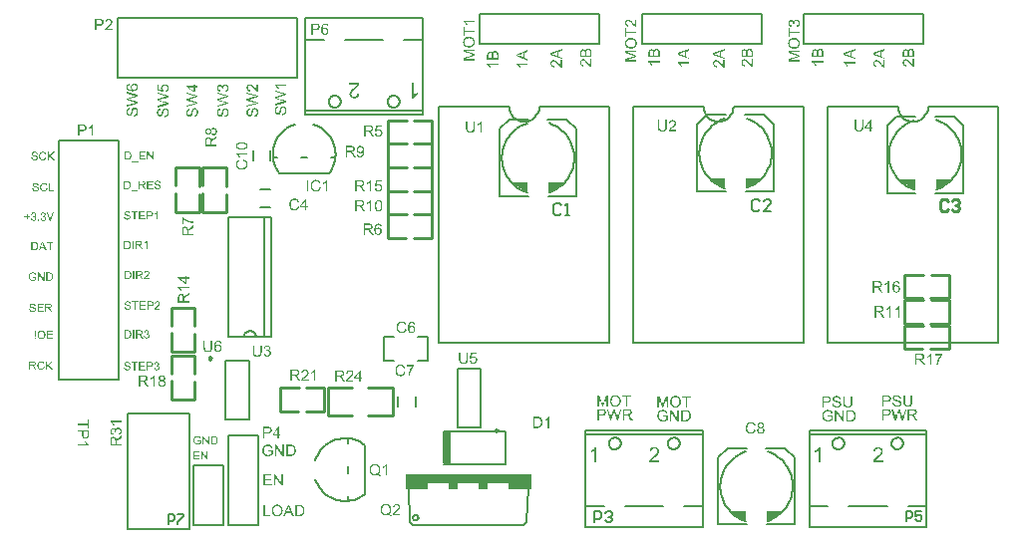
<source format=gto>
G04*
G04 #@! TF.GenerationSoftware,Altium Limited,Altium Designer,19.1.7 (138)*
G04*
G04 Layer_Color=65535*
%FSLAX25Y25*%
%MOIN*%
G70*
G01*
G75*
%ADD10C,0.00984*%
%ADD11C,0.00787*%
%ADD12C,0.00700*%
%ADD13C,0.01000*%
%ADD14C,0.00591*%
%ADD15R,0.03150X0.11024*%
G36*
X366154Y285146D02*
X365882Y284875D01*
X360392Y288232D01*
X366154D01*
Y285146D01*
D02*
G37*
G36*
X367224Y187681D02*
Y185681D01*
X359724D01*
Y187681D01*
X352724D01*
Y185681D01*
X349724D01*
Y187681D01*
X342724D01*
Y185681D01*
X339724D01*
Y187681D01*
X332724D01*
Y185681D01*
X325224D01*
Y187681D01*
Y190681D01*
X367224D01*
Y187681D01*
D02*
G37*
G36*
X443645Y288846D02*
X439117Y286386D01*
Y289732D01*
X444654D01*
X443645Y288846D01*
D02*
G37*
G36*
X432154Y286646D02*
X431882Y286375D01*
X426392Y289732D01*
X432154D01*
Y286646D01*
D02*
G37*
G36*
X377644Y287346D02*
X373117Y284886D01*
Y288232D01*
X378654D01*
X377644Y287346D01*
D02*
G37*
G36*
X439173Y175260D02*
X438902Y174989D01*
X433411Y178347D01*
X439173D01*
Y175260D01*
D02*
G37*
G36*
X446137Y178346D02*
X451673D01*
X450664Y177461D01*
X446137Y175000D01*
Y178346D01*
D02*
G37*
G36*
X489892Y289232D02*
X495653D01*
Y286146D01*
X495382Y285875D01*
X489892Y289232D01*
D02*
G37*
G36*
X502617Y289232D02*
X508153D01*
X507144Y288346D01*
X502617Y285886D01*
Y289232D01*
D02*
G37*
G36*
X295122Y221850D02*
X294658D01*
Y224806D01*
X294650Y224798D01*
X294630Y224778D01*
X294593Y224749D01*
X294539Y224708D01*
X294478Y224659D01*
X294400Y224606D01*
X294314Y224548D01*
X294216Y224487D01*
X294212D01*
X294203Y224479D01*
X294191Y224470D01*
X294170Y224462D01*
X294146Y224446D01*
X294117Y224433D01*
X294052Y224396D01*
X293978Y224360D01*
X293896Y224319D01*
X293810Y224282D01*
X293728Y224249D01*
Y224696D01*
X293732Y224700D01*
X293744Y224704D01*
X293765Y224716D01*
X293793Y224729D01*
X293826Y224745D01*
X293867Y224770D01*
X293912Y224794D01*
X293957Y224819D01*
X294064Y224884D01*
X294179Y224962D01*
X294298Y225044D01*
X294408Y225139D01*
X294412Y225143D01*
X294421Y225151D01*
X294437Y225163D01*
X294458Y225184D01*
X294478Y225208D01*
X294507Y225233D01*
X294568Y225303D01*
X294638Y225376D01*
X294708Y225463D01*
X294769Y225553D01*
X294822Y225647D01*
X295122D01*
Y221850D01*
D02*
G37*
G36*
X291776Y225643D02*
X291821Y225639D01*
X291875Y225631D01*
X291936Y225622D01*
X291998Y225610D01*
X292067Y225594D01*
X292137Y225573D01*
X292211Y225549D01*
X292280Y225520D01*
X292354Y225483D01*
X292424Y225442D01*
X292490Y225397D01*
X292551Y225344D01*
X292555Y225340D01*
X292563Y225331D01*
X292580Y225311D01*
X292600Y225290D01*
X292625Y225262D01*
X292653Y225225D01*
X292682Y225184D01*
X292711Y225134D01*
X292740Y225085D01*
X292768Y225028D01*
X292797Y224966D01*
X292822Y224901D01*
X292842Y224827D01*
X292859Y224753D01*
X292867Y224675D01*
X292871Y224593D01*
Y224589D01*
Y224585D01*
Y224573D01*
Y224556D01*
X292867Y224511D01*
X292859Y224454D01*
X292846Y224384D01*
X292830Y224310D01*
X292809Y224228D01*
X292776Y224146D01*
Y224142D01*
X292772Y224138D01*
X292768Y224126D01*
X292760Y224110D01*
X292736Y224064D01*
X292703Y224007D01*
X292658Y223937D01*
X292604Y223859D01*
X292543Y223777D01*
X292465Y223687D01*
X292461Y223683D01*
X292457Y223675D01*
X292440Y223663D01*
X292424Y223642D01*
X292399Y223618D01*
X292371Y223589D01*
X292338Y223552D01*
X292297Y223515D01*
X292248Y223470D01*
X292194Y223421D01*
X292137Y223363D01*
X292071Y223306D01*
X292002Y223240D01*
X291924Y223175D01*
X291838Y223101D01*
X291747Y223023D01*
X291743Y223019D01*
X291731Y223007D01*
X291706Y222990D01*
X291682Y222966D01*
X291645Y222937D01*
X291608Y222904D01*
X291522Y222830D01*
X291432Y222752D01*
X291346Y222670D01*
X291305Y222634D01*
X291268Y222601D01*
X291235Y222568D01*
X291210Y222543D01*
X291206Y222539D01*
X291190Y222523D01*
X291169Y222498D01*
X291141Y222465D01*
X291108Y222428D01*
X291075Y222388D01*
X291009Y222297D01*
X292875D01*
Y221850D01*
X290370D01*
Y221859D01*
Y221879D01*
Y221912D01*
X290374Y221953D01*
X290378Y222002D01*
X290390Y222055D01*
X290403Y222113D01*
X290423Y222170D01*
Y222174D01*
X290427Y222182D01*
X290431Y222195D01*
X290440Y222215D01*
X290452Y222236D01*
X290464Y222265D01*
X290497Y222330D01*
X290538Y222408D01*
X290591Y222494D01*
X290653Y222584D01*
X290726Y222674D01*
X290731Y222679D01*
X290735Y222687D01*
X290747Y222699D01*
X290768Y222720D01*
X290788Y222740D01*
X290817Y222769D01*
X290845Y222802D01*
X290882Y222838D01*
X290923Y222880D01*
X290968Y222920D01*
X291018Y222970D01*
X291075Y223019D01*
X291132Y223072D01*
X291198Y223126D01*
X291264Y223183D01*
X291337Y223244D01*
X291346Y223249D01*
X291366Y223269D01*
X291395Y223294D01*
X291436Y223330D01*
X291485Y223372D01*
X291542Y223421D01*
X291608Y223474D01*
X291674Y223535D01*
X291813Y223663D01*
X291948Y223798D01*
X292014Y223864D01*
X292075Y223929D01*
X292129Y223991D01*
X292174Y224048D01*
X292178Y224052D01*
X292182Y224060D01*
X292194Y224077D01*
X292207Y224097D01*
X292227Y224126D01*
X292244Y224155D01*
X292284Y224228D01*
X292325Y224314D01*
X292362Y224409D01*
X292387Y224507D01*
X292391Y224556D01*
X292395Y224606D01*
Y224610D01*
Y224618D01*
Y224634D01*
X292391Y224651D01*
Y224675D01*
X292383Y224704D01*
X292371Y224765D01*
X292346Y224839D01*
X292309Y224917D01*
X292289Y224958D01*
X292260Y224995D01*
X292231Y225032D01*
X292194Y225069D01*
X292190Y225073D01*
X292186Y225077D01*
X292174Y225085D01*
X292157Y225098D01*
X292137Y225114D01*
X292112Y225130D01*
X292055Y225167D01*
X291977Y225200D01*
X291891Y225233D01*
X291788Y225253D01*
X291731Y225262D01*
X291641D01*
X291616Y225257D01*
X291587D01*
X291555Y225249D01*
X291481Y225237D01*
X291395Y225212D01*
X291305Y225175D01*
X291260Y225151D01*
X291214Y225126D01*
X291173Y225094D01*
X291132Y225057D01*
X291128Y225052D01*
X291124Y225048D01*
X291116Y225036D01*
X291100Y225020D01*
X291087Y224999D01*
X291071Y224975D01*
X291050Y224946D01*
X291034Y224913D01*
X291014Y224876D01*
X290997Y224835D01*
X290964Y224737D01*
X290940Y224630D01*
X290936Y224569D01*
X290932Y224503D01*
X290456Y224552D01*
Y224560D01*
X290460Y224577D01*
X290464Y224602D01*
X290468Y224638D01*
X290476Y224683D01*
X290489Y224737D01*
X290501Y224794D01*
X290522Y224856D01*
X290542Y224917D01*
X290567Y224987D01*
X290599Y225052D01*
X290632Y225118D01*
X290673Y225188D01*
X290718Y225249D01*
X290768Y225311D01*
X290825Y225364D01*
X290829Y225368D01*
X290841Y225376D01*
X290858Y225389D01*
X290882Y225409D01*
X290915Y225430D01*
X290956Y225454D01*
X291001Y225479D01*
X291055Y225508D01*
X291112Y225532D01*
X291178Y225557D01*
X291247Y225581D01*
X291325Y225602D01*
X291407Y225622D01*
X291493Y225635D01*
X291587Y225643D01*
X291686Y225647D01*
X291739D01*
X291776Y225643D01*
D02*
G37*
G36*
X288615Y225631D02*
X288660D01*
X288713Y225626D01*
X288775Y225622D01*
X288898Y225610D01*
X289025Y225590D01*
X289148Y225565D01*
X289201Y225549D01*
X289255Y225532D01*
X289259D01*
X289267Y225528D01*
X289279Y225520D01*
X289300Y225512D01*
X289349Y225487D01*
X289406Y225450D01*
X289476Y225401D01*
X289546Y225335D01*
X289615Y225262D01*
X289677Y225171D01*
Y225167D01*
X289685Y225159D01*
X289693Y225147D01*
X289702Y225126D01*
X289714Y225102D01*
X289726Y225073D01*
X289742Y225040D01*
X289759Y225003D01*
X289788Y224917D01*
X289812Y224823D01*
X289829Y224716D01*
X289837Y224602D01*
Y224597D01*
Y224585D01*
Y224560D01*
X289833Y224536D01*
X289829Y224499D01*
X289825Y224458D01*
X289816Y224413D01*
X289804Y224364D01*
X289771Y224257D01*
X289751Y224200D01*
X289726Y224142D01*
X289697Y224085D01*
X289661Y224027D01*
X289619Y223974D01*
X289574Y223921D01*
X289570Y223917D01*
X289562Y223909D01*
X289546Y223896D01*
X289525Y223876D01*
X289496Y223855D01*
X289464Y223831D01*
X289423Y223802D01*
X289373Y223773D01*
X289320Y223745D01*
X289263Y223716D01*
X289197Y223687D01*
X289123Y223658D01*
X289046Y223634D01*
X288959Y223609D01*
X288865Y223589D01*
X288767Y223572D01*
X288771D01*
X288775Y223568D01*
X288800Y223556D01*
X288836Y223535D01*
X288881Y223511D01*
X288931Y223482D01*
X288980Y223453D01*
X289029Y223417D01*
X289070Y223384D01*
X289074Y223380D01*
X289078Y223376D01*
X289091Y223363D01*
X289107Y223347D01*
X289127Y223326D01*
X289152Y223302D01*
X289205Y223244D01*
X289267Y223171D01*
X289337Y223084D01*
X289410Y222986D01*
X289484Y222880D01*
X290140Y221850D01*
X289513D01*
X289013Y222638D01*
X289009Y222642D01*
X289004Y222654D01*
X288992Y222670D01*
X288976Y222695D01*
X288959Y222724D01*
X288935Y222757D01*
X288886Y222830D01*
X288828Y222916D01*
X288771Y223003D01*
X288709Y223084D01*
X288652Y223158D01*
Y223162D01*
X288644Y223166D01*
X288627Y223187D01*
X288603Y223220D01*
X288566Y223257D01*
X288529Y223298D01*
X288484Y223339D01*
X288439Y223380D01*
X288398Y223408D01*
X288394Y223412D01*
X288377Y223421D01*
X288357Y223433D01*
X288328Y223449D01*
X288291Y223466D01*
X288254Y223482D01*
X288213Y223499D01*
X288168Y223511D01*
X288164D01*
X288152Y223515D01*
X288131Y223519D01*
X288103Y223523D01*
X288061D01*
X288012Y223527D01*
X287955Y223531D01*
X287311D01*
Y221850D01*
X286811D01*
Y225635D01*
X288570D01*
X288615Y225631D01*
D02*
G37*
G36*
X313820Y278589D02*
X313356D01*
Y281545D01*
X313348Y281537D01*
X313328Y281517D01*
X313291Y281488D01*
X313238Y281447D01*
X313176Y281398D01*
X313098Y281344D01*
X313012Y281287D01*
X312914Y281225D01*
X312910D01*
X312901Y281217D01*
X312889Y281209D01*
X312869Y281201D01*
X312844Y281184D01*
X312815Y281172D01*
X312750Y281135D01*
X312676Y281098D01*
X312594Y281057D01*
X312508Y281020D01*
X312426Y280988D01*
Y281434D01*
X312430Y281439D01*
X312442Y281443D01*
X312463Y281455D01*
X312491Y281467D01*
X312524Y281484D01*
X312565Y281508D01*
X312610Y281533D01*
X312655Y281557D01*
X312762Y281623D01*
X312877Y281701D01*
X312996Y281783D01*
X313106Y281877D01*
X313110Y281881D01*
X313119Y281890D01*
X313135Y281902D01*
X313156Y281922D01*
X313176Y281947D01*
X313205Y281972D01*
X313266Y282041D01*
X313336Y282115D01*
X313406Y282201D01*
X313467Y282291D01*
X313521Y282386D01*
X313820D01*
Y278589D01*
D02*
G37*
G36*
X310253Y282369D02*
X310298D01*
X310351Y282365D01*
X310413Y282361D01*
X310536Y282349D01*
X310663Y282328D01*
X310786Y282304D01*
X310839Y282287D01*
X310892Y282271D01*
X310896D01*
X310905Y282267D01*
X310917Y282259D01*
X310938Y282250D01*
X310987Y282226D01*
X311044Y282189D01*
X311114Y282140D01*
X311184Y282074D01*
X311253Y282000D01*
X311315Y281910D01*
Y281906D01*
X311323Y281898D01*
X311331Y281886D01*
X311339Y281865D01*
X311352Y281840D01*
X311364Y281812D01*
X311380Y281779D01*
X311397Y281742D01*
X311425Y281656D01*
X311450Y281562D01*
X311466Y281455D01*
X311475Y281340D01*
Y281336D01*
Y281324D01*
Y281299D01*
X311471Y281275D01*
X311466Y281238D01*
X311462Y281197D01*
X311454Y281152D01*
X311442Y281102D01*
X311409Y280996D01*
X311388Y280938D01*
X311364Y280881D01*
X311335Y280824D01*
X311298Y280766D01*
X311257Y280713D01*
X311212Y280660D01*
X311208Y280656D01*
X311200Y280647D01*
X311184Y280635D01*
X311163Y280614D01*
X311134Y280594D01*
X311102Y280569D01*
X311061Y280541D01*
X311011Y280512D01*
X310958Y280483D01*
X310901Y280455D01*
X310835Y280426D01*
X310761Y280397D01*
X310683Y280373D01*
X310597Y280348D01*
X310503Y280328D01*
X310404Y280311D01*
X310409D01*
X310413Y280307D01*
X310437Y280295D01*
X310474Y280274D01*
X310519Y280250D01*
X310568Y280221D01*
X310618Y280192D01*
X310667Y280155D01*
X310708Y280122D01*
X310712Y280118D01*
X310716Y280114D01*
X310728Y280102D01*
X310745Y280086D01*
X310765Y280065D01*
X310790Y280041D01*
X310843Y279983D01*
X310905Y279909D01*
X310974Y279823D01*
X311048Y279725D01*
X311122Y279618D01*
X311778Y278589D01*
X311151D01*
X310650Y279376D01*
X310646Y279380D01*
X310642Y279393D01*
X310630Y279409D01*
X310614Y279434D01*
X310597Y279462D01*
X310573Y279495D01*
X310523Y279569D01*
X310466Y279655D01*
X310409Y279741D01*
X310347Y279823D01*
X310290Y279897D01*
Y279901D01*
X310281Y279905D01*
X310265Y279926D01*
X310241Y279959D01*
X310204Y279995D01*
X310167Y280036D01*
X310122Y280077D01*
X310076Y280118D01*
X310035Y280147D01*
X310031Y280151D01*
X310015Y280159D01*
X309995Y280172D01*
X309966Y280188D01*
X309929Y280205D01*
X309892Y280221D01*
X309851Y280237D01*
X309806Y280250D01*
X309802D01*
X309789Y280254D01*
X309769Y280258D01*
X309740Y280262D01*
X309699D01*
X309650Y280266D01*
X309593Y280270D01*
X308949D01*
Y278589D01*
X308449D01*
Y282373D01*
X310208D01*
X310253Y282369D01*
D02*
G37*
G36*
X316321Y282382D02*
X316350Y282378D01*
X316423Y282369D01*
X316505Y282357D01*
X316596Y282332D01*
X316686Y282304D01*
X316776Y282263D01*
X316780D01*
X316788Y282259D01*
X316800Y282250D01*
X316817Y282238D01*
X316858Y282213D01*
X316911Y282172D01*
X316973Y282123D01*
X317034Y282062D01*
X317100Y281988D01*
X317157Y281906D01*
Y281902D01*
X317165Y281894D01*
X317169Y281881D01*
X317182Y281865D01*
X317194Y281844D01*
X317211Y281816D01*
X317223Y281783D01*
X317243Y281750D01*
X317280Y281668D01*
X317317Y281574D01*
X317358Y281463D01*
X317391Y281344D01*
Y281340D01*
X317395Y281328D01*
X317399Y281311D01*
X317403Y281283D01*
X317411Y281250D01*
X317420Y281209D01*
X317428Y281164D01*
X317436Y281111D01*
X317440Y281049D01*
X317448Y280983D01*
X317457Y280910D01*
X317465Y280832D01*
X317469Y280746D01*
X317473Y280656D01*
X317477Y280557D01*
Y280455D01*
Y280446D01*
Y280426D01*
Y280389D01*
Y280344D01*
X317473Y280287D01*
X317469Y280225D01*
X317465Y280151D01*
X317461Y280073D01*
X317452Y279987D01*
X317444Y279901D01*
X317420Y279721D01*
X317383Y279544D01*
X317362Y279458D01*
X317338Y279380D01*
Y279376D01*
X317329Y279364D01*
X317325Y279339D01*
X317313Y279315D01*
X317297Y279278D01*
X317280Y279241D01*
X317260Y279196D01*
X317235Y279147D01*
X317178Y279044D01*
X317108Y278942D01*
X317026Y278839D01*
X316977Y278794D01*
X316928Y278749D01*
X316923Y278745D01*
X316915Y278741D01*
X316899Y278729D01*
X316878Y278716D01*
X316854Y278700D01*
X316821Y278679D01*
X316784Y278659D01*
X316739Y278638D01*
X316694Y278618D01*
X316641Y278597D01*
X316587Y278581D01*
X316526Y278560D01*
X316460Y278548D01*
X316390Y278536D01*
X316321Y278532D01*
X316243Y278528D01*
X316218D01*
X316190Y278532D01*
X316153Y278536D01*
X316108Y278540D01*
X316054Y278548D01*
X315997Y278560D01*
X315931Y278577D01*
X315866Y278597D01*
X315796Y278622D01*
X315722Y278655D01*
X315652Y278692D01*
X315583Y278737D01*
X315513Y278790D01*
X315447Y278847D01*
X315386Y278917D01*
X315382Y278921D01*
X315370Y278938D01*
X315353Y278966D01*
X315329Y279007D01*
X315300Y279061D01*
X315267Y279122D01*
X315234Y279200D01*
X315201Y279286D01*
X315165Y279389D01*
X315132Y279499D01*
X315099Y279626D01*
X315070Y279766D01*
X315046Y279918D01*
X315029Y280082D01*
X315017Y280262D01*
X315013Y280455D01*
Y280463D01*
Y280483D01*
Y280520D01*
X315017Y280565D01*
Y280623D01*
X315021Y280688D01*
X315025Y280762D01*
X315029Y280840D01*
X315037Y280926D01*
X315046Y281012D01*
X315070Y281193D01*
X315103Y281369D01*
X315124Y281455D01*
X315148Y281533D01*
Y281537D01*
X315156Y281549D01*
X315165Y281574D01*
X315173Y281603D01*
X315189Y281635D01*
X315206Y281676D01*
X315226Y281717D01*
X315251Y281767D01*
X315308Y281869D01*
X315382Y281972D01*
X315464Y282074D01*
X315509Y282119D01*
X315558Y282164D01*
X315562Y282168D01*
X315570Y282172D01*
X315587Y282185D01*
X315607Y282197D01*
X315632Y282218D01*
X315665Y282234D01*
X315702Y282255D01*
X315747Y282275D01*
X315792Y282295D01*
X315845Y282316D01*
X315903Y282336D01*
X315960Y282353D01*
X316026Y282365D01*
X316095Y282378D01*
X316169Y282382D01*
X316243Y282386D01*
X316292D01*
X316321Y282382D01*
D02*
G37*
G36*
X489586Y217110D02*
X489631Y217106D01*
X489676Y217102D01*
X489730Y217098D01*
X489845Y217081D01*
X489972Y217057D01*
X490099Y217020D01*
X490222Y216975D01*
X490226D01*
X490234Y216966D01*
X490254Y216962D01*
X490275Y216950D01*
X490300Y216934D01*
X490332Y216917D01*
X490402Y216876D01*
X490484Y216819D01*
X490566Y216749D01*
X490644Y216671D01*
X490714Y216577D01*
X490718Y216573D01*
X490722Y216565D01*
X490730Y216552D01*
X490742Y216532D01*
X490755Y216507D01*
X490771Y216478D01*
X490783Y216442D01*
X490804Y216405D01*
X490837Y216319D01*
X490865Y216216D01*
X490890Y216105D01*
X490902Y215982D01*
X490423Y215946D01*
Y215950D01*
X490418Y215962D01*
Y215978D01*
X490414Y216003D01*
X490406Y216036D01*
X490398Y216069D01*
X490373Y216146D01*
X490341Y216232D01*
X490291Y216323D01*
X490234Y216409D01*
X490197Y216446D01*
X490156Y216483D01*
X490152Y216487D01*
X490148Y216491D01*
X490132Y216499D01*
X490115Y216511D01*
X490091Y216524D01*
X490062Y216540D01*
X490029Y216556D01*
X489992Y216577D01*
X489947Y216593D01*
X489898Y216610D01*
X489845Y216626D01*
X489787Y216638D01*
X489721Y216651D01*
X489652Y216659D01*
X489578Y216667D01*
X489459D01*
X489426Y216663D01*
X489389D01*
X489348Y216659D01*
X489299Y216655D01*
X489250Y216647D01*
X489139Y216626D01*
X489033Y216597D01*
X488930Y216556D01*
X488881Y216528D01*
X488840Y216499D01*
X488836D01*
X488832Y216491D01*
X488807Y216470D01*
X488774Y216433D01*
X488737Y216384D01*
X488701Y216327D01*
X488668Y216257D01*
X488643Y216183D01*
X488639Y216142D01*
X488635Y216097D01*
Y216093D01*
Y216089D01*
X488639Y216064D01*
X488643Y216027D01*
X488651Y215982D01*
X488672Y215929D01*
X488696Y215872D01*
X488729Y215818D01*
X488778Y215765D01*
X488787Y215761D01*
X488795Y215753D01*
X488811Y215740D01*
X488832Y215728D01*
X488856Y215716D01*
X488889Y215700D01*
X488926Y215679D01*
X488971Y215658D01*
X489024Y215638D01*
X489086Y215617D01*
X489156Y215593D01*
X489238Y215568D01*
X489324Y215544D01*
X489422Y215515D01*
X489533Y215490D01*
X489541D01*
X489562Y215486D01*
X489590Y215478D01*
X489631Y215466D01*
X489680Y215458D01*
X489738Y215441D01*
X489799Y215429D01*
X489865Y215408D01*
X490004Y215371D01*
X490144Y215335D01*
X490209Y215314D01*
X490267Y215294D01*
X490324Y215273D01*
X490369Y215253D01*
X490373D01*
X490386Y215244D01*
X490402Y215236D01*
X490423Y215224D01*
X490451Y215212D01*
X490484Y215191D01*
X490554Y215146D01*
X490636Y215093D01*
X490714Y215027D01*
X490792Y214949D01*
X490824Y214908D01*
X490857Y214867D01*
Y214863D01*
X490865Y214855D01*
X490874Y214843D01*
X490882Y214826D01*
X490894Y214806D01*
X490906Y214777D01*
X490939Y214711D01*
X490968Y214633D01*
X490992Y214543D01*
X491009Y214441D01*
X491017Y214330D01*
Y214326D01*
Y214318D01*
Y214301D01*
X491013Y214281D01*
Y214252D01*
X491009Y214224D01*
X490997Y214146D01*
X490976Y214059D01*
X490943Y213965D01*
X490898Y213867D01*
X490874Y213813D01*
X490841Y213764D01*
Y213760D01*
X490833Y213752D01*
X490824Y213740D01*
X490808Y213719D01*
X490771Y213674D01*
X490714Y213613D01*
X490644Y213547D01*
X490558Y213477D01*
X490459Y213412D01*
X490345Y213350D01*
X490341D01*
X490328Y213342D01*
X490312Y213338D01*
X490287Y213326D01*
X490259Y213317D01*
X490222Y213305D01*
X490181Y213289D01*
X490132Y213276D01*
X490082Y213264D01*
X490025Y213248D01*
X489902Y213227D01*
X489767Y213211D01*
X489619Y213203D01*
X489570D01*
X489533Y213207D01*
X489488D01*
X489439Y213211D01*
X489381Y213215D01*
X489316Y213223D01*
X489180Y213240D01*
X489037Y213264D01*
X488893Y213301D01*
X488754Y213350D01*
X488750D01*
X488737Y213358D01*
X488721Y213367D01*
X488696Y213379D01*
X488668Y213395D01*
X488635Y213412D01*
X488557Y213461D01*
X488471Y213522D01*
X488381Y213600D01*
X488291Y213690D01*
X488213Y213797D01*
X488209Y213801D01*
X488204Y213809D01*
X488196Y213826D01*
X488184Y213850D01*
X488168Y213879D01*
X488151Y213912D01*
X488131Y213953D01*
X488114Y213998D01*
X488094Y214043D01*
X488077Y214096D01*
X488045Y214215D01*
X488020Y214342D01*
X488012Y214412D01*
X488008Y214482D01*
X488479Y214523D01*
Y214519D01*
Y214510D01*
X488483Y214494D01*
X488487Y214474D01*
X488491Y214449D01*
X488496Y214424D01*
X488512Y214355D01*
X488532Y214281D01*
X488557Y214203D01*
X488590Y214125D01*
X488631Y214051D01*
X488635Y214043D01*
X488656Y214023D01*
X488684Y213990D01*
X488725Y213949D01*
X488778Y213900D01*
X488844Y213855D01*
X488922Y213805D01*
X489012Y213760D01*
X489016D01*
X489024Y213756D01*
X489037Y213752D01*
X489057Y213744D01*
X489082Y213736D01*
X489111Y213723D01*
X489143Y213715D01*
X489180Y213707D01*
X489266Y213686D01*
X489369Y213666D01*
X489475Y213654D01*
X489594Y213650D01*
X489644D01*
X489668Y213654D01*
X489697D01*
X489762Y213662D01*
X489840Y213670D01*
X489926Y213682D01*
X490013Y213703D01*
X490095Y213732D01*
X490099D01*
X490103Y213736D01*
X490115Y213740D01*
X490132Y213748D01*
X490168Y213768D01*
X490218Y213793D01*
X490271Y213826D01*
X490328Y213867D01*
X490378Y213912D01*
X490423Y213965D01*
X490427Y213973D01*
X490439Y213990D01*
X490459Y214023D01*
X490480Y214064D01*
X490496Y214113D01*
X490517Y214166D01*
X490529Y214228D01*
X490533Y214289D01*
Y214293D01*
Y214297D01*
Y214318D01*
X490529Y214355D01*
X490521Y214396D01*
X490509Y214445D01*
X490488Y214498D01*
X490464Y214551D01*
X490427Y214601D01*
X490423Y214605D01*
X490406Y214621D01*
X490382Y214646D01*
X490345Y214679D01*
X490300Y214711D01*
X490238Y214748D01*
X490168Y214785D01*
X490086Y214822D01*
X490078Y214826D01*
X490070Y214830D01*
X490054Y214834D01*
X490037Y214839D01*
X490013Y214847D01*
X489980Y214859D01*
X489947Y214867D01*
X489902Y214879D01*
X489857Y214896D01*
X489799Y214908D01*
X489738Y214925D01*
X489668Y214945D01*
X489594Y214962D01*
X489508Y214986D01*
X489414Y215007D01*
X489410D01*
X489394Y215011D01*
X489365Y215019D01*
X489332Y215027D01*
X489287Y215039D01*
X489238Y215052D01*
X489188Y215068D01*
X489131Y215085D01*
X489008Y215121D01*
X488889Y215162D01*
X488832Y215183D01*
X488778Y215203D01*
X488729Y215224D01*
X488688Y215244D01*
X488684D01*
X488676Y215253D01*
X488664Y215261D01*
X488643Y215269D01*
X488594Y215298D01*
X488537Y215339D01*
X488467Y215392D01*
X488401Y215449D01*
X488336Y215519D01*
X488282Y215593D01*
Y215597D01*
X488278Y215601D01*
X488270Y215613D01*
X488262Y215630D01*
X488241Y215675D01*
X488217Y215732D01*
X488192Y215802D01*
X488172Y215884D01*
X488155Y215974D01*
X488151Y216069D01*
Y216073D01*
Y216081D01*
Y216097D01*
X488155Y216118D01*
Y216142D01*
X488159Y216171D01*
X488172Y216245D01*
X488192Y216327D01*
X488217Y216413D01*
X488258Y216507D01*
X488311Y216601D01*
Y216606D01*
X488319Y216614D01*
X488328Y216626D01*
X488340Y216642D01*
X488381Y216688D01*
X488434Y216745D01*
X488500Y216807D01*
X488582Y216868D01*
X488676Y216930D01*
X488787Y216983D01*
X488791D01*
X488799Y216987D01*
X488820Y216995D01*
X488840Y217003D01*
X488869Y217011D01*
X488906Y217024D01*
X488947Y217036D01*
X488992Y217048D01*
X489041Y217061D01*
X489094Y217073D01*
X489209Y217093D01*
X489340Y217110D01*
X489480Y217114D01*
X489549D01*
X489586Y217110D01*
D02*
G37*
G36*
X494683Y214863D02*
Y214855D01*
Y214839D01*
Y214810D01*
Y214769D01*
X494678Y214720D01*
X494674Y214666D01*
X494670Y214605D01*
X494666Y214535D01*
X494650Y214392D01*
X494629Y214240D01*
X494596Y214092D01*
X494576Y214023D01*
X494551Y213957D01*
Y213953D01*
X494547Y213941D01*
X494539Y213924D01*
X494527Y213900D01*
X494510Y213871D01*
X494494Y213838D01*
X494445Y213764D01*
X494416Y213719D01*
X494383Y213678D01*
X494342Y213629D01*
X494301Y213584D01*
X494252Y213539D01*
X494203Y213494D01*
X494145Y213453D01*
X494084Y213412D01*
X494080Y213408D01*
X494067Y213404D01*
X494051Y213391D01*
X494022Y213379D01*
X493990Y213363D01*
X493949Y213346D01*
X493903Y213326D01*
X493846Y213309D01*
X493789Y213289D01*
X493723Y213268D01*
X493649Y213252D01*
X493571Y213235D01*
X493485Y213223D01*
X493395Y213211D01*
X493301Y213207D01*
X493202Y213203D01*
X493149D01*
X493112Y213207D01*
X493067D01*
X493018Y213211D01*
X492956Y213219D01*
X492895Y213227D01*
X492756Y213248D01*
X492608Y213281D01*
X492464Y213326D01*
X492395Y213350D01*
X492329Y213383D01*
X492325Y213387D01*
X492313Y213391D01*
X492296Y213404D01*
X492276Y213416D01*
X492247Y213436D01*
X492214Y213461D01*
X492181Y213486D01*
X492145Y213518D01*
X492063Y213592D01*
X491985Y213682D01*
X491911Y213789D01*
X491878Y213850D01*
X491849Y213912D01*
Y213916D01*
X491845Y213928D01*
X491837Y213949D01*
X491829Y213978D01*
X491817Y214010D01*
X491804Y214055D01*
X491792Y214105D01*
X491780Y214162D01*
X491763Y214228D01*
X491751Y214297D01*
X491739Y214375D01*
X491730Y214461D01*
X491718Y214551D01*
X491714Y214650D01*
X491706Y214752D01*
Y214863D01*
Y217048D01*
X492206D01*
Y214863D01*
Y214859D01*
Y214843D01*
Y214818D01*
Y214781D01*
X492210Y214740D01*
Y214695D01*
X492214Y214642D01*
X492218Y214588D01*
X492227Y214470D01*
X492243Y214351D01*
X492268Y214236D01*
X492280Y214182D01*
X492296Y214137D01*
Y214133D01*
X492300Y214129D01*
X492305Y214117D01*
X492313Y214101D01*
X492337Y214055D01*
X492370Y214006D01*
X492411Y213945D01*
X492464Y213887D01*
X492530Y213830D01*
X492608Y213777D01*
X492612D01*
X492620Y213773D01*
X492632Y213764D01*
X492649Y213756D01*
X492669Y213748D01*
X492698Y213740D01*
X492727Y213727D01*
X492760Y213715D01*
X492842Y213695D01*
X492936Y213674D01*
X493043Y213658D01*
X493157Y213654D01*
X493211D01*
X493248Y213658D01*
X493293Y213662D01*
X493346Y213666D01*
X493403Y213674D01*
X493465Y213686D01*
X493592Y213715D01*
X493657Y213736D01*
X493723Y213760D01*
X493785Y213789D01*
X493842Y213822D01*
X493895Y213859D01*
X493945Y213904D01*
X493949Y213908D01*
X493957Y213916D01*
X493965Y213932D01*
X493981Y213953D01*
X493998Y213982D01*
X494018Y214019D01*
X494043Y214064D01*
X494063Y214117D01*
X494084Y214178D01*
X494108Y214248D01*
X494129Y214326D01*
X494145Y214412D01*
X494162Y214510D01*
X494174Y214617D01*
X494178Y214736D01*
X494182Y214863D01*
Y217048D01*
X494683D01*
Y214863D01*
D02*
G37*
G36*
X486286Y217044D02*
X486380Y217040D01*
X486474Y217032D01*
X486564Y217024D01*
X486610Y217020D01*
X486647Y217011D01*
X486651D01*
X486659Y217007D01*
X486675D01*
X486692Y217003D01*
X486716Y216995D01*
X486745Y216991D01*
X486810Y216970D01*
X486884Y216946D01*
X486962Y216913D01*
X487040Y216876D01*
X487114Y216831D01*
X487118D01*
X487122Y216827D01*
X487147Y216807D01*
X487180Y216778D01*
X487225Y216737D01*
X487270Y216688D01*
X487323Y216622D01*
X487372Y216552D01*
X487417Y216466D01*
Y216462D01*
X487421Y216454D01*
X487430Y216442D01*
X487438Y216425D01*
X487446Y216405D01*
X487454Y216376D01*
X487479Y216315D01*
X487499Y216237D01*
X487520Y216150D01*
X487532Y216052D01*
X487536Y215950D01*
Y215946D01*
Y215929D01*
Y215904D01*
X487532Y215868D01*
X487528Y215827D01*
X487520Y215781D01*
X487512Y215728D01*
X487499Y215667D01*
X487483Y215605D01*
X487462Y215540D01*
X487438Y215474D01*
X487405Y215404D01*
X487372Y215335D01*
X487331Y215265D01*
X487282Y215199D01*
X487229Y215134D01*
X487225Y215130D01*
X487212Y215121D01*
X487196Y215105D01*
X487167Y215080D01*
X487134Y215056D01*
X487089Y215027D01*
X487036Y214998D01*
X486974Y214970D01*
X486901Y214937D01*
X486823Y214908D01*
X486728Y214879D01*
X486630Y214855D01*
X486515Y214834D01*
X486392Y214818D01*
X486261Y214806D01*
X486114Y214802D01*
X485146D01*
Y213264D01*
X484646D01*
Y217048D01*
X486204D01*
X486286Y217044D01*
D02*
G37*
G36*
X491661Y208661D02*
X491173D01*
X490382Y211544D01*
Y211548D01*
X490378Y211560D01*
X490373Y211577D01*
X490365Y211601D01*
X490357Y211630D01*
X490349Y211663D01*
X490328Y211736D01*
X490308Y211810D01*
X490287Y211884D01*
X490279Y211917D01*
X490271Y211946D01*
X490263Y211970D01*
X490259Y211986D01*
Y211982D01*
X490254Y211974D01*
Y211962D01*
X490246Y211941D01*
X490242Y211921D01*
X490238Y211892D01*
X490222Y211835D01*
X490205Y211765D01*
X490185Y211687D01*
X490164Y211613D01*
X490144Y211544D01*
X489348Y208661D01*
X488828D01*
X487831Y212446D01*
X488348D01*
X488918Y209961D01*
Y209957D01*
X488922Y209945D01*
X488926Y209924D01*
X488934Y209895D01*
X488942Y209859D01*
X488951Y209818D01*
X488963Y209772D01*
X488975Y209719D01*
X488988Y209662D01*
X489000Y209600D01*
X489024Y209473D01*
X489053Y209334D01*
X489078Y209190D01*
Y209198D01*
X489086Y209215D01*
X489090Y209248D01*
X489102Y209285D01*
X489111Y209334D01*
X489123Y209387D01*
X489139Y209444D01*
X489152Y209502D01*
X489184Y209625D01*
X489197Y209682D01*
X489213Y209740D01*
X489225Y209789D01*
X489234Y209830D01*
X489242Y209863D01*
X489250Y209887D01*
X489972Y212446D01*
X490574D01*
X491111Y210527D01*
X491116Y210519D01*
X491120Y210494D01*
X491132Y210457D01*
X491144Y210404D01*
X491161Y210342D01*
X491181Y210269D01*
X491202Y210187D01*
X491226Y210092D01*
X491251Y209994D01*
X491275Y209887D01*
X491300Y209777D01*
X491325Y209662D01*
X491370Y209428D01*
X491411Y209190D01*
Y209194D01*
X491415Y209207D01*
X491419Y209227D01*
X491423Y209252D01*
X491431Y209289D01*
X491439Y209330D01*
X491452Y209375D01*
X491464Y209428D01*
X491476Y209486D01*
X491489Y209547D01*
X491505Y209617D01*
X491521Y209686D01*
X491558Y209842D01*
X491599Y210010D01*
X492194Y212446D01*
X492698D01*
X491661Y208661D01*
D02*
G37*
G36*
X494974Y212442D02*
X495019D01*
X495072Y212438D01*
X495133Y212433D01*
X495257Y212421D01*
X495384Y212401D01*
X495507Y212376D01*
X495560Y212360D01*
X495613Y212343D01*
X495617D01*
X495625Y212339D01*
X495638Y212331D01*
X495658Y212323D01*
X495708Y212298D01*
X495765Y212261D01*
X495835Y212212D01*
X495904Y212146D01*
X495974Y212073D01*
X496035Y211982D01*
Y211978D01*
X496044Y211970D01*
X496052Y211958D01*
X496060Y211937D01*
X496072Y211913D01*
X496085Y211884D01*
X496101Y211851D01*
X496117Y211814D01*
X496146Y211728D01*
X496171Y211634D01*
X496187Y211527D01*
X496195Y211413D01*
Y211408D01*
Y211396D01*
Y211371D01*
X496191Y211347D01*
X496187Y211310D01*
X496183Y211269D01*
X496175Y211224D01*
X496163Y211175D01*
X496130Y211068D01*
X496109Y211011D01*
X496085Y210953D01*
X496056Y210896D01*
X496019Y210839D01*
X495978Y210785D01*
X495933Y210732D01*
X495929Y210728D01*
X495921Y210720D01*
X495904Y210707D01*
X495884Y210687D01*
X495855Y210666D01*
X495822Y210642D01*
X495781Y210613D01*
X495732Y210584D01*
X495679Y210556D01*
X495621Y210527D01*
X495556Y210498D01*
X495482Y210470D01*
X495404Y210445D01*
X495318Y210420D01*
X495224Y210400D01*
X495125Y210383D01*
X495129D01*
X495133Y210379D01*
X495158Y210367D01*
X495195Y210347D01*
X495240Y210322D01*
X495289Y210293D01*
X495338Y210264D01*
X495388Y210228D01*
X495429Y210195D01*
X495433Y210191D01*
X495437Y210187D01*
X495449Y210174D01*
X495466Y210158D01*
X495486Y210137D01*
X495511Y210113D01*
X495564Y210055D01*
X495625Y209982D01*
X495695Y209895D01*
X495769Y209797D01*
X495843Y209690D01*
X496499Y208661D01*
X495871D01*
X495371Y209449D01*
X495367Y209453D01*
X495363Y209465D01*
X495351Y209481D01*
X495334Y209506D01*
X495318Y209535D01*
X495293Y209567D01*
X495244Y209641D01*
X495187Y209727D01*
X495129Y209813D01*
X495068Y209895D01*
X495011Y209969D01*
Y209973D01*
X495002Y209978D01*
X494986Y209998D01*
X494961Y210031D01*
X494924Y210068D01*
X494887Y210109D01*
X494842Y210150D01*
X494797Y210191D01*
X494756Y210219D01*
X494752Y210224D01*
X494736Y210232D01*
X494715Y210244D01*
X494687Y210260D01*
X494650Y210277D01*
X494613Y210293D01*
X494572Y210310D01*
X494527Y210322D01*
X494523D01*
X494510Y210326D01*
X494490Y210330D01*
X494461Y210334D01*
X494420D01*
X494371Y210338D01*
X494313Y210342D01*
X493670D01*
Y208661D01*
X493170D01*
Y212446D01*
X494929D01*
X494974Y212442D01*
D02*
G37*
G36*
X486286D02*
X486380Y212438D01*
X486474Y212429D01*
X486564Y212421D01*
X486610Y212417D01*
X486647Y212409D01*
X486651D01*
X486659Y212405D01*
X486675D01*
X486692Y212401D01*
X486716Y212392D01*
X486745Y212388D01*
X486810Y212368D01*
X486884Y212343D01*
X486962Y212310D01*
X487040Y212274D01*
X487114Y212228D01*
X487118D01*
X487122Y212224D01*
X487147Y212204D01*
X487180Y212175D01*
X487225Y212134D01*
X487270Y212085D01*
X487323Y212019D01*
X487372Y211950D01*
X487417Y211863D01*
Y211859D01*
X487421Y211851D01*
X487430Y211839D01*
X487438Y211823D01*
X487446Y211802D01*
X487454Y211773D01*
X487479Y211712D01*
X487499Y211634D01*
X487520Y211548D01*
X487532Y211449D01*
X487536Y211347D01*
Y211343D01*
Y211326D01*
Y211302D01*
X487532Y211265D01*
X487528Y211224D01*
X487520Y211179D01*
X487512Y211125D01*
X487499Y211064D01*
X487483Y211002D01*
X487462Y210937D01*
X487438Y210871D01*
X487405Y210802D01*
X487372Y210732D01*
X487331Y210662D01*
X487282Y210597D01*
X487229Y210531D01*
X487225Y210527D01*
X487212Y210519D01*
X487196Y210502D01*
X487167Y210478D01*
X487134Y210453D01*
X487089Y210424D01*
X487036Y210396D01*
X486974Y210367D01*
X486901Y210334D01*
X486823Y210306D01*
X486728Y210277D01*
X486630Y210252D01*
X486515Y210232D01*
X486392Y210215D01*
X486261Y210203D01*
X486114Y210199D01*
X485146D01*
Y208661D01*
X484646D01*
Y212446D01*
X486204D01*
X486286Y212442D01*
D02*
G37*
G36*
X252047Y256547D02*
X252953D01*
Y256084D01*
X252047D01*
Y254436D01*
X251620D01*
X249168Y256166D01*
Y256547D01*
X251620D01*
Y257060D01*
X252047D01*
Y256547D01*
D02*
G37*
G36*
X252953Y252939D02*
X249997D01*
X250005Y252931D01*
X250025Y252910D01*
X250054Y252874D01*
X250095Y252820D01*
X250144Y252759D01*
X250198Y252681D01*
X250255Y252595D01*
X250317Y252496D01*
Y252492D01*
X250325Y252484D01*
X250333Y252472D01*
X250341Y252451D01*
X250358Y252427D01*
X250370Y252398D01*
X250407Y252332D01*
X250444Y252259D01*
X250485Y252177D01*
X250521Y252091D01*
X250554Y252009D01*
X250107D01*
X250103Y252013D01*
X250099Y252025D01*
X250087Y252045D01*
X250075Y252074D01*
X250058Y252107D01*
X250034Y252148D01*
X250009Y252193D01*
X249984Y252238D01*
X249919Y252345D01*
X249841Y252460D01*
X249759Y252578D01*
X249665Y252689D01*
X249660Y252693D01*
X249652Y252701D01*
X249640Y252718D01*
X249620Y252738D01*
X249595Y252759D01*
X249570Y252787D01*
X249501Y252849D01*
X249427Y252919D01*
X249341Y252988D01*
X249251Y253050D01*
X249156Y253103D01*
Y253402D01*
X252953D01*
Y252939D01*
D02*
G37*
G36*
Y250733D02*
X252166Y250233D01*
X252162Y250229D01*
X252149Y250225D01*
X252133Y250213D01*
X252108Y250196D01*
X252080Y250180D01*
X252047Y250155D01*
X251973Y250106D01*
X251887Y250049D01*
X251801Y249991D01*
X251719Y249930D01*
X251645Y249872D01*
X251641D01*
X251637Y249864D01*
X251616Y249848D01*
X251583Y249823D01*
X251547Y249786D01*
X251505Y249749D01*
X251465Y249704D01*
X251424Y249659D01*
X251395Y249618D01*
X251391Y249614D01*
X251382Y249598D01*
X251370Y249577D01*
X251354Y249549D01*
X251337Y249512D01*
X251321Y249475D01*
X251305Y249434D01*
X251292Y249389D01*
Y249384D01*
X251288Y249372D01*
X251284Y249352D01*
X251280Y249323D01*
Y249282D01*
X251276Y249233D01*
X251272Y249175D01*
Y248532D01*
X252953D01*
Y248031D01*
X249168D01*
Y249790D01*
X249173Y249835D01*
Y249881D01*
X249177Y249934D01*
X249181Y249995D01*
X249193Y250118D01*
X249214Y250245D01*
X249238Y250368D01*
X249255Y250422D01*
X249271Y250475D01*
Y250479D01*
X249275Y250487D01*
X249283Y250500D01*
X249291Y250520D01*
X249316Y250569D01*
X249353Y250627D01*
X249402Y250696D01*
X249468Y250766D01*
X249542Y250836D01*
X249632Y250897D01*
X249636D01*
X249644Y250906D01*
X249656Y250914D01*
X249677Y250922D01*
X249701Y250934D01*
X249730Y250947D01*
X249763Y250963D01*
X249800Y250979D01*
X249886Y251008D01*
X249980Y251033D01*
X250087Y251049D01*
X250202Y251057D01*
X250206D01*
X250218D01*
X250243D01*
X250267Y251053D01*
X250304Y251049D01*
X250345Y251045D01*
X250390Y251037D01*
X250440Y251025D01*
X250546Y250992D01*
X250604Y250971D01*
X250661Y250947D01*
X250718Y250918D01*
X250776Y250881D01*
X250829Y250840D01*
X250882Y250795D01*
X250886Y250791D01*
X250895Y250783D01*
X250907Y250766D01*
X250927Y250746D01*
X250948Y250717D01*
X250973Y250684D01*
X251001Y250643D01*
X251030Y250594D01*
X251059Y250541D01*
X251087Y250483D01*
X251116Y250418D01*
X251145Y250344D01*
X251169Y250266D01*
X251194Y250180D01*
X251214Y250086D01*
X251231Y249987D01*
Y249991D01*
X251235Y249995D01*
X251247Y250020D01*
X251268Y250057D01*
X251292Y250102D01*
X251321Y250151D01*
X251350Y250200D01*
X251387Y250250D01*
X251419Y250291D01*
X251424Y250295D01*
X251428Y250299D01*
X251440Y250311D01*
X251456Y250327D01*
X251477Y250348D01*
X251501Y250373D01*
X251559Y250426D01*
X251633Y250487D01*
X251719Y250557D01*
X251817Y250631D01*
X251924Y250705D01*
X252953Y251361D01*
Y250733D01*
D02*
G37*
G36*
X504710Y230536D02*
X504706Y230531D01*
X504693Y230519D01*
X504673Y230494D01*
X504648Y230466D01*
X504615Y230425D01*
X504574Y230380D01*
X504533Y230327D01*
X504484Y230265D01*
X504431Y230195D01*
X504374Y230117D01*
X504312Y230031D01*
X504251Y229941D01*
X504189Y229847D01*
X504123Y229740D01*
X504054Y229629D01*
X503988Y229515D01*
X503984Y229506D01*
X503972Y229486D01*
X503955Y229453D01*
X503931Y229404D01*
X503902Y229346D01*
X503865Y229277D01*
X503828Y229199D01*
X503787Y229113D01*
X503746Y229019D01*
X503701Y228916D01*
X503656Y228805D01*
X503611Y228695D01*
X503566Y228576D01*
X503521Y228453D01*
X503443Y228203D01*
Y228199D01*
X503439Y228182D01*
X503431Y228153D01*
X503422Y228121D01*
X503410Y228076D01*
X503398Y228022D01*
X503381Y227961D01*
X503369Y227895D01*
X503353Y227821D01*
X503340Y227739D01*
X503324Y227653D01*
X503312Y227563D01*
X503295Y227469D01*
X503283Y227370D01*
X503267Y227165D01*
X502791D01*
Y227169D01*
Y227186D01*
Y227210D01*
X502795Y227243D01*
X502799Y227288D01*
X502803Y227338D01*
X502807Y227399D01*
X502816Y227465D01*
X502824Y227542D01*
X502836Y227620D01*
X502848Y227711D01*
X502865Y227805D01*
X502885Y227907D01*
X502906Y228014D01*
X502935Y228125D01*
X502963Y228240D01*
X502967Y228248D01*
X502971Y228268D01*
X502980Y228301D01*
X502996Y228346D01*
X503012Y228403D01*
X503033Y228473D01*
X503057Y228547D01*
X503086Y228629D01*
X503119Y228719D01*
X503156Y228818D01*
X503193Y228920D01*
X503238Y229023D01*
X503332Y229240D01*
X503443Y229461D01*
X503447Y229469D01*
X503459Y229486D01*
X503476Y229519D01*
X503496Y229560D01*
X503529Y229609D01*
X503562Y229666D01*
X503603Y229732D01*
X503644Y229806D01*
X503693Y229880D01*
X503746Y229961D01*
X503861Y230126D01*
X503984Y230294D01*
X504050Y230376D01*
X504115Y230453D01*
X502262D01*
Y230901D01*
X504710D01*
Y230536D01*
D02*
G37*
G36*
X501040Y227165D02*
X500577D01*
Y230121D01*
X500569Y230113D01*
X500548Y230093D01*
X500511Y230064D01*
X500458Y230023D01*
X500397Y229974D01*
X500319Y229921D01*
X500233Y229863D01*
X500134Y229802D01*
X500130D01*
X500122Y229793D01*
X500110Y229785D01*
X500089Y229777D01*
X500065Y229761D01*
X500036Y229748D01*
X499970Y229712D01*
X499896Y229675D01*
X499814Y229634D01*
X499728Y229597D01*
X499646Y229564D01*
Y230011D01*
X499650Y230015D01*
X499663Y230019D01*
X499683Y230031D01*
X499712Y230044D01*
X499745Y230060D01*
X499786Y230084D01*
X499831Y230109D01*
X499876Y230134D01*
X499983Y230199D01*
X500097Y230277D01*
X500216Y230359D01*
X500327Y230453D01*
X500331Y230458D01*
X500339Y230466D01*
X500356Y230478D01*
X500376Y230499D01*
X500397Y230523D01*
X500425Y230548D01*
X500487Y230617D01*
X500557Y230691D01*
X500626Y230777D01*
X500688Y230868D01*
X500741Y230962D01*
X501040D01*
Y227165D01*
D02*
G37*
G36*
X497473Y230946D02*
X497518D01*
X497572Y230941D01*
X497633Y230937D01*
X497756Y230925D01*
X497883Y230905D01*
X498006Y230880D01*
X498060Y230863D01*
X498113Y230847D01*
X498117D01*
X498125Y230843D01*
X498138Y230835D01*
X498158Y230827D01*
X498207Y230802D01*
X498265Y230765D01*
X498334Y230716D01*
X498404Y230650D01*
X498474Y230576D01*
X498535Y230486D01*
Y230482D01*
X498543Y230474D01*
X498552Y230462D01*
X498560Y230441D01*
X498572Y230417D01*
X498584Y230388D01*
X498601Y230355D01*
X498617Y230318D01*
X498646Y230232D01*
X498670Y230138D01*
X498687Y230031D01*
X498695Y229916D01*
Y229912D01*
Y229900D01*
Y229875D01*
X498691Y229851D01*
X498687Y229814D01*
X498683Y229773D01*
X498675Y229728D01*
X498662Y229679D01*
X498630Y229572D01*
X498609Y229515D01*
X498584Y229457D01*
X498556Y229400D01*
X498519Y229343D01*
X498478Y229289D01*
X498433Y229236D01*
X498429Y229232D01*
X498420Y229223D01*
X498404Y229211D01*
X498384Y229191D01*
X498355Y229170D01*
X498322Y229146D01*
X498281Y229117D01*
X498232Y229088D01*
X498178Y229060D01*
X498121Y229031D01*
X498056Y229002D01*
X497982Y228974D01*
X497904Y228949D01*
X497818Y228924D01*
X497723Y228904D01*
X497625Y228887D01*
X497629D01*
X497633Y228883D01*
X497658Y228871D01*
X497695Y228851D01*
X497740Y228826D01*
X497789Y228797D01*
X497838Y228768D01*
X497887Y228732D01*
X497928Y228699D01*
X497932Y228695D01*
X497937Y228691D01*
X497949Y228678D01*
X497965Y228662D01*
X497986Y228641D01*
X498010Y228617D01*
X498064Y228559D01*
X498125Y228486D01*
X498195Y228399D01*
X498269Y228301D01*
X498343Y228194D01*
X498998Y227165D01*
X498371D01*
X497871Y227953D01*
X497867Y227957D01*
X497863Y227969D01*
X497851Y227985D01*
X497834Y228010D01*
X497818Y228039D01*
X497793Y228071D01*
X497744Y228145D01*
X497686Y228231D01*
X497629Y228317D01*
X497568Y228399D01*
X497510Y228473D01*
Y228477D01*
X497502Y228481D01*
X497486Y228502D01*
X497461Y228535D01*
X497424Y228572D01*
X497387Y228613D01*
X497342Y228654D01*
X497297Y228695D01*
X497256Y228723D01*
X497252Y228727D01*
X497235Y228736D01*
X497215Y228748D01*
X497186Y228764D01*
X497149Y228781D01*
X497113Y228797D01*
X497072Y228814D01*
X497026Y228826D01*
X497022D01*
X497010Y228830D01*
X496989Y228834D01*
X496961Y228838D01*
X496920D01*
X496871Y228842D01*
X496813Y228846D01*
X496170D01*
Y227165D01*
X495669D01*
Y230950D01*
X497428D01*
X497473Y230946D01*
D02*
G37*
G36*
X319044Y190252D02*
X318581D01*
Y193208D01*
X318572Y193200D01*
X318552Y193179D01*
X318515Y193150D01*
X318462Y193109D01*
X318400Y193060D01*
X318322Y193007D01*
X318236Y192949D01*
X318138Y192888D01*
X318134D01*
X318125Y192880D01*
X318113Y192872D01*
X318093Y192863D01*
X318068Y192847D01*
X318039Y192835D01*
X317974Y192798D01*
X317900Y192761D01*
X317818Y192720D01*
X317732Y192683D01*
X317650Y192650D01*
Y193097D01*
X317654Y193101D01*
X317666Y193105D01*
X317687Y193118D01*
X317715Y193130D01*
X317748Y193146D01*
X317789Y193171D01*
X317834Y193195D01*
X317879Y193220D01*
X317986Y193286D01*
X318101Y193364D01*
X318220Y193446D01*
X318330Y193540D01*
X318335Y193544D01*
X318343Y193552D01*
X318359Y193564D01*
X318380Y193585D01*
X318400Y193610D01*
X318429Y193634D01*
X318490Y193704D01*
X318560Y193778D01*
X318630Y193864D01*
X318691Y193954D01*
X318744Y194048D01*
X319044D01*
Y190252D01*
D02*
G37*
G36*
X315087Y194097D02*
X315137Y194093D01*
X315190Y194089D01*
X315247Y194081D01*
X315313Y194069D01*
X315387Y194056D01*
X315460Y194040D01*
X315538Y194020D01*
X315620Y193995D01*
X315702Y193966D01*
X315784Y193933D01*
X315862Y193897D01*
X315944Y193851D01*
X315948Y193847D01*
X315965Y193839D01*
X315985Y193827D01*
X316014Y193806D01*
X316051Y193782D01*
X316088Y193749D01*
X316133Y193712D01*
X316182Y193671D01*
X316235Y193622D01*
X316289Y193573D01*
X316342Y193515D01*
X316395Y193454D01*
X316444Y193384D01*
X316498Y193314D01*
X316543Y193236D01*
X316588Y193155D01*
X316592Y193150D01*
X316596Y193134D01*
X316608Y193109D01*
X316621Y193077D01*
X316641Y193036D01*
X316658Y192982D01*
X316678Y192925D01*
X316699Y192859D01*
X316719Y192790D01*
X316740Y192712D01*
X316760Y192630D01*
X316776Y192540D01*
X316789Y192449D01*
X316801Y192351D01*
X316805Y192248D01*
X316809Y192146D01*
Y192142D01*
Y192125D01*
Y192101D01*
X316805Y192068D01*
Y192027D01*
X316801Y191978D01*
X316797Y191925D01*
X316793Y191867D01*
X316785Y191802D01*
X316772Y191736D01*
X316748Y191592D01*
X316715Y191449D01*
X316666Y191305D01*
Y191301D01*
X316658Y191289D01*
X316649Y191269D01*
X316637Y191244D01*
X316625Y191211D01*
X316604Y191174D01*
X316584Y191129D01*
X316559Y191084D01*
X316498Y190981D01*
X316424Y190875D01*
X316338Y190764D01*
X316235Y190658D01*
X316239Y190654D01*
X316252Y190645D01*
X316268Y190633D01*
X316297Y190617D01*
X316325Y190600D01*
X316362Y190576D01*
X316403Y190551D01*
X316448Y190522D01*
X316547Y190465D01*
X316658Y190408D01*
X316772Y190350D01*
X316883Y190305D01*
X316731Y189961D01*
X316727D01*
X316715Y189969D01*
X316690Y189977D01*
X316662Y189989D01*
X316625Y190006D01*
X316580Y190022D01*
X316530Y190047D01*
X316477Y190075D01*
X316420Y190104D01*
X316354Y190137D01*
X316219Y190215D01*
X316071Y190309D01*
X315920Y190420D01*
X315915Y190416D01*
X315899Y190412D01*
X315879Y190399D01*
X315846Y190383D01*
X315805Y190366D01*
X315760Y190346D01*
X315706Y190325D01*
X315645Y190305D01*
X315579Y190285D01*
X315506Y190264D01*
X315432Y190243D01*
X315350Y190227D01*
X315173Y190198D01*
X315083Y190194D01*
X314989Y190190D01*
X314940D01*
X314903Y190194D01*
X314858Y190198D01*
X314804Y190202D01*
X314747Y190211D01*
X314681Y190223D01*
X314612Y190235D01*
X314538Y190252D01*
X314460Y190272D01*
X314382Y190293D01*
X314300Y190321D01*
X314218Y190354D01*
X314136Y190391D01*
X314058Y190436D01*
X314054Y190440D01*
X314042Y190448D01*
X314017Y190461D01*
X313988Y190481D01*
X313956Y190506D01*
X313915Y190539D01*
X313870Y190576D01*
X313820Y190617D01*
X313771Y190662D01*
X313718Y190715D01*
X313665Y190772D01*
X313611Y190834D01*
X313558Y190900D01*
X313509Y190969D01*
X313460Y191047D01*
X313415Y191129D01*
X313410Y191133D01*
X313406Y191150D01*
X313394Y191174D01*
X313378Y191207D01*
X313361Y191252D01*
X313345Y191301D01*
X313324Y191359D01*
X313304Y191424D01*
X313279Y191498D01*
X313259Y191576D01*
X313242Y191658D01*
X313226Y191748D01*
X313210Y191838D01*
X313197Y191937D01*
X313193Y192039D01*
X313189Y192142D01*
Y192150D01*
Y192166D01*
Y192195D01*
X313193Y192236D01*
X313197Y192285D01*
X313201Y192343D01*
X313210Y192408D01*
X313218Y192482D01*
X313230Y192556D01*
X313242Y192638D01*
X313283Y192810D01*
X313312Y192896D01*
X313341Y192986D01*
X313373Y193077D01*
X313415Y193163D01*
X313419Y193167D01*
X313427Y193183D01*
X313439Y193208D01*
X313456Y193236D01*
X313480Y193278D01*
X313509Y193323D01*
X313542Y193368D01*
X313579Y193421D01*
X313624Y193478D01*
X313673Y193536D01*
X313722Y193593D01*
X313779Y193651D01*
X313845Y193708D01*
X313911Y193761D01*
X313980Y193815D01*
X314058Y193860D01*
X314062Y193864D01*
X314079Y193872D01*
X314099Y193880D01*
X314132Y193897D01*
X314173Y193917D01*
X314218Y193938D01*
X314276Y193958D01*
X314333Y193983D01*
X314403Y194003D01*
X314472Y194024D01*
X314550Y194044D01*
X314636Y194065D01*
X314722Y194081D01*
X314813Y194089D01*
X314907Y194097D01*
X315001Y194102D01*
X315050D01*
X315087Y194097D01*
D02*
G37*
G36*
X284246Y186811D02*
X283730D01*
X281745Y189779D01*
Y186811D01*
X281265D01*
Y190595D01*
X281778D01*
X283767Y187623D01*
Y190595D01*
X284246D01*
Y186811D01*
D02*
G37*
G36*
X280495Y190148D02*
X278256D01*
Y188992D01*
X280351D01*
Y188545D01*
X278256D01*
Y187258D01*
X280581D01*
Y186811D01*
X277756D01*
Y190595D01*
X280495D01*
Y190148D01*
D02*
G37*
G36*
X327431Y241649D02*
X327467Y241645D01*
X327513Y241641D01*
X327562Y241633D01*
X327615Y241621D01*
X327734Y241592D01*
X327791Y241571D01*
X327857Y241547D01*
X327919Y241518D01*
X327976Y241481D01*
X328033Y241444D01*
X328091Y241399D01*
X328095Y241395D01*
X328103Y241387D01*
X328119Y241375D01*
X328136Y241354D01*
X328160Y241330D01*
X328185Y241297D01*
X328214Y241260D01*
X328242Y241219D01*
X328271Y241174D01*
X328300Y241120D01*
X328328Y241063D01*
X328357Y241002D01*
X328382Y240936D01*
X328402Y240866D01*
X328423Y240792D01*
X328435Y240710D01*
X327972Y240673D01*
Y240678D01*
X327968Y240686D01*
X327964Y240698D01*
X327959Y240719D01*
X327947Y240768D01*
X327927Y240825D01*
X327902Y240891D01*
X327869Y240956D01*
X327836Y241018D01*
X327796Y241071D01*
X327791Y241075D01*
X327787Y241079D01*
X327775Y241092D01*
X327763Y241104D01*
X327722Y241137D01*
X327664Y241174D01*
X327599Y241211D01*
X327517Y241239D01*
X327427Y241264D01*
X327377Y241268D01*
X327328Y241272D01*
X327291D01*
X327246Y241264D01*
X327193Y241256D01*
X327131Y241239D01*
X327066Y241219D01*
X327000Y241186D01*
X326935Y241145D01*
X326930D01*
X326926Y241137D01*
X326914Y241129D01*
X326898Y241116D01*
X326861Y241079D01*
X326812Y241026D01*
X326754Y240961D01*
X326697Y240879D01*
X326643Y240784D01*
X326590Y240678D01*
Y240673D01*
X326586Y240665D01*
X326578Y240645D01*
X326570Y240620D01*
X326561Y240592D01*
X326549Y240550D01*
X326537Y240505D01*
X326524Y240456D01*
X326512Y240399D01*
X326504Y240333D01*
X326492Y240259D01*
X326479Y240181D01*
X326471Y240100D01*
X326467Y240009D01*
X326463Y239911D01*
X326459Y239813D01*
X326459Y239812D01*
Y239808D01*
X326459Y239813D01*
X326467Y239821D01*
X326475Y239833D01*
X326488Y239849D01*
X326524Y239895D01*
X326570Y239952D01*
X326631Y240013D01*
X326701Y240075D01*
X326779Y240132D01*
X326865Y240186D01*
X326869D01*
X326877Y240190D01*
X326889Y240198D01*
X326906Y240206D01*
X326930Y240214D01*
X326955Y240227D01*
X327021Y240251D01*
X327098Y240272D01*
X327185Y240292D01*
X327279Y240309D01*
X327377Y240313D01*
X327398D01*
X327422Y240309D01*
X327455D01*
X327496Y240300D01*
X327541Y240296D01*
X327595Y240284D01*
X327652Y240272D01*
X327709Y240251D01*
X327775Y240231D01*
X327841Y240202D01*
X327906Y240169D01*
X327976Y240128D01*
X328042Y240083D01*
X328107Y240030D01*
X328169Y239968D01*
X328173Y239964D01*
X328181Y239952D01*
X328197Y239935D01*
X328222Y239907D01*
X328246Y239874D01*
X328271Y239833D01*
X328304Y239784D01*
X328333Y239731D01*
X328361Y239669D01*
X328394Y239603D01*
X328419Y239530D01*
X328447Y239452D01*
X328468Y239370D01*
X328484Y239280D01*
X328492Y239185D01*
X328497Y239087D01*
Y239083D01*
Y239070D01*
Y239054D01*
X328492Y239025D01*
Y238997D01*
X328488Y238960D01*
X328484Y238915D01*
X328476Y238870D01*
X328460Y238767D01*
X328431Y238656D01*
X328394Y238542D01*
X328341Y238423D01*
Y238419D01*
X328333Y238410D01*
X328324Y238394D01*
X328312Y238373D01*
X328296Y238349D01*
X328279Y238320D01*
X328230Y238250D01*
X328173Y238177D01*
X328099Y238099D01*
X328013Y238021D01*
X327919Y237955D01*
X327914D01*
X327906Y237947D01*
X327890Y237939D01*
X327869Y237931D01*
X327845Y237918D01*
X327816Y237906D01*
X327779Y237890D01*
X327742Y237877D01*
X327652Y237844D01*
X327545Y237820D01*
X327431Y237804D01*
X327308Y237795D01*
X327283D01*
X327250Y237799D01*
X327209Y237804D01*
X327160Y237808D01*
X327103Y237820D01*
X327041Y237832D01*
X326971Y237849D01*
X326898Y237873D01*
X326820Y237898D01*
X326742Y237935D01*
X326664Y237976D01*
X326582Y238025D01*
X326508Y238082D01*
X326430Y238148D01*
X326361Y238222D01*
X326356Y238226D01*
X326344Y238242D01*
X326328Y238267D01*
X326303Y238304D01*
X326274Y238349D01*
X326246Y238406D01*
X326213Y238476D01*
X326180Y238558D01*
X326143Y238648D01*
X326110Y238751D01*
X326082Y238865D01*
X326053Y238993D01*
X326028Y239132D01*
X326012Y239284D01*
X326000Y239448D01*
X325996Y239624D01*
Y239628D01*
Y239636D01*
Y239653D01*
Y239673D01*
Y239698D01*
X326000Y239731D01*
Y239763D01*
X326004Y239804D01*
X326008Y239895D01*
X326016Y239997D01*
X326028Y240112D01*
X326045Y240235D01*
X326069Y240366D01*
X326094Y240497D01*
X326127Y240628D01*
X326168Y240760D01*
X326213Y240887D01*
X326266Y241010D01*
X326332Y241120D01*
X326401Y241219D01*
X326406Y241223D01*
X326418Y241239D01*
X326438Y241260D01*
X326467Y241288D01*
X326500Y241321D01*
X326545Y241358D01*
X326594Y241395D01*
X326652Y241436D01*
X326717Y241477D01*
X326791Y241514D01*
X326869Y241551D01*
X326955Y241584D01*
X327045Y241612D01*
X327144Y241633D01*
X327246Y241649D01*
X327357Y241653D01*
X327402D01*
X327431Y241649D01*
D02*
G37*
G36*
X324122Y241703D02*
X324171Y241699D01*
X324229Y241690D01*
X324290Y241682D01*
X324360Y241670D01*
X324433Y241653D01*
X324511Y241637D01*
X324589Y241612D01*
X324671Y241584D01*
X324753Y241551D01*
X324831Y241510D01*
X324909Y241469D01*
X324983Y241416D01*
X324987Y241411D01*
X324999Y241403D01*
X325020Y241387D01*
X325044Y241362D01*
X325077Y241334D01*
X325114Y241297D01*
X325151Y241256D01*
X325196Y241207D01*
X325241Y241153D01*
X325286Y241092D01*
X325331Y241026D01*
X325372Y240952D01*
X325417Y240874D01*
X325454Y240788D01*
X325491Y240698D01*
X325524Y240604D01*
X325032Y240489D01*
Y240493D01*
X325024Y240505D01*
X325020Y240530D01*
X325008Y240559D01*
X324995Y240592D01*
X324975Y240628D01*
X324934Y240719D01*
X324880Y240817D01*
X324811Y240919D01*
X324737Y241014D01*
X324692Y241055D01*
X324647Y241092D01*
X324643Y241096D01*
X324634Y241100D01*
X324622Y241108D01*
X324602Y241120D01*
X324577Y241137D01*
X324548Y241153D01*
X324516Y241170D01*
X324475Y241186D01*
X324429Y241202D01*
X324384Y241219D01*
X324278Y241252D01*
X324155Y241272D01*
X324089Y241280D01*
X323978D01*
X323946Y241276D01*
X323909Y241272D01*
X323864Y241268D01*
X323814Y241264D01*
X323765Y241256D01*
X323646Y241227D01*
X323523Y241190D01*
X323462Y241165D01*
X323400Y241137D01*
X323343Y241104D01*
X323286Y241067D01*
X323281Y241063D01*
X323273Y241059D01*
X323257Y241047D01*
X323236Y241030D01*
X323216Y241010D01*
X323187Y240981D01*
X323158Y240952D01*
X323126Y240919D01*
X323093Y240879D01*
X323056Y240838D01*
X322990Y240743D01*
X322929Y240633D01*
X322875Y240505D01*
Y240501D01*
X322871Y240489D01*
X322863Y240469D01*
X322859Y240444D01*
X322851Y240411D01*
X322839Y240374D01*
X322830Y240329D01*
X322818Y240284D01*
X322806Y240231D01*
X322798Y240173D01*
X322777Y240050D01*
X322765Y239919D01*
X322761Y239780D01*
Y239776D01*
Y239759D01*
Y239735D01*
X322765Y239698D01*
Y239657D01*
X322769Y239608D01*
X322773Y239554D01*
X322777Y239493D01*
X322785Y239427D01*
X322794Y239362D01*
X322818Y239218D01*
X322855Y239074D01*
X322900Y238935D01*
Y238931D01*
X322908Y238919D01*
X322917Y238902D01*
X322925Y238878D01*
X322941Y238845D01*
X322962Y238812D01*
X323007Y238734D01*
X323068Y238644D01*
X323142Y238558D01*
X323232Y238472D01*
X323281Y238435D01*
X323335Y238398D01*
X323339D01*
X323347Y238390D01*
X323363Y238382D01*
X323388Y238369D01*
X323417Y238357D01*
X323449Y238341D01*
X323486Y238328D01*
X323527Y238312D01*
X323622Y238279D01*
X323732Y238250D01*
X323851Y238230D01*
X323913Y238226D01*
X323978Y238222D01*
X324019D01*
X324048Y238226D01*
X324085Y238230D01*
X324126Y238234D01*
X324175Y238242D01*
X324224Y238250D01*
X324339Y238279D01*
X324397Y238300D01*
X324458Y238324D01*
X324520Y238353D01*
X324577Y238386D01*
X324634Y238423D01*
X324692Y238464D01*
X324696Y238468D01*
X324704Y238476D01*
X324721Y238488D01*
X324741Y238509D01*
X324762Y238533D01*
X324790Y238566D01*
X324819Y238603D01*
X324852Y238644D01*
X324885Y238693D01*
X324917Y238747D01*
X324950Y238804D01*
X324983Y238870D01*
X325012Y238939D01*
X325040Y239017D01*
X325069Y239099D01*
X325090Y239185D01*
X325590Y239058D01*
Y239050D01*
X325582Y239029D01*
X325573Y239001D01*
X325557Y238956D01*
X325540Y238906D01*
X325516Y238845D01*
X325491Y238779D01*
X325459Y238710D01*
X325422Y238632D01*
X325381Y238558D01*
X325336Y238476D01*
X325282Y238398D01*
X325225Y238324D01*
X325163Y238250D01*
X325094Y238181D01*
X325020Y238115D01*
X325016Y238111D01*
X324999Y238103D01*
X324979Y238086D01*
X324946Y238066D01*
X324909Y238041D01*
X324860Y238013D01*
X324807Y237984D01*
X324741Y237955D01*
X324671Y237927D01*
X324598Y237898D01*
X324516Y237869D01*
X324425Y237844D01*
X324331Y237824D01*
X324233Y237808D01*
X324130Y237799D01*
X324019Y237795D01*
X323962D01*
X323917Y237799D01*
X323868Y237804D01*
X323806Y237808D01*
X323741Y237816D01*
X323667Y237828D01*
X323589Y237840D01*
X323507Y237857D01*
X323425Y237877D01*
X323343Y237898D01*
X323257Y237927D01*
X323175Y237959D01*
X323097Y237996D01*
X323023Y238041D01*
X323019Y238045D01*
X323007Y238054D01*
X322986Y238066D01*
X322962Y238086D01*
X322929Y238115D01*
X322892Y238144D01*
X322851Y238181D01*
X322806Y238226D01*
X322761Y238275D01*
X322711Y238328D01*
X322666Y238386D01*
X322617Y238451D01*
X322568Y238521D01*
X322523Y238595D01*
X322482Y238677D01*
X322441Y238763D01*
X322437Y238767D01*
X322433Y238783D01*
X322425Y238812D01*
X322412Y238845D01*
X322396Y238890D01*
X322379Y238939D01*
X322363Y239001D01*
X322342Y239066D01*
X322326Y239140D01*
X322306Y239218D01*
X322289Y239300D01*
X322277Y239390D01*
X322252Y239579D01*
X322248Y239677D01*
X322244Y239776D01*
Y239784D01*
Y239800D01*
Y239833D01*
X322248Y239874D01*
X322252Y239927D01*
X322256Y239989D01*
X322265Y240054D01*
X322273Y240128D01*
X322285Y240206D01*
X322297Y240288D01*
X322338Y240464D01*
X322367Y240550D01*
X322396Y240637D01*
X322429Y240727D01*
X322470Y240809D01*
X322474Y240813D01*
X322482Y240829D01*
X322494Y240850D01*
X322511Y240883D01*
X322535Y240919D01*
X322564Y240961D01*
X322597Y241006D01*
X322634Y241059D01*
X322679Y241108D01*
X322724Y241165D01*
X322777Y241219D01*
X322834Y241276D01*
X322896Y241330D01*
X322962Y241383D01*
X323035Y241432D01*
X323109Y241477D01*
X323113Y241481D01*
X323130Y241485D01*
X323150Y241498D01*
X323183Y241514D01*
X323220Y241530D01*
X323269Y241551D01*
X323322Y241571D01*
X323380Y241592D01*
X323445Y241612D01*
X323519Y241633D01*
X323593Y241653D01*
X323675Y241670D01*
X323843Y241699D01*
X323933Y241703D01*
X324028Y241707D01*
X324081D01*
X324122Y241703D01*
D02*
G37*
G36*
X250965Y276569D02*
X250977Y276557D01*
X251002Y276536D01*
X251030Y276512D01*
X251071Y276479D01*
X251116Y276438D01*
X251170Y276397D01*
X251231Y276348D01*
X251301Y276294D01*
X251379Y276237D01*
X251465Y276175D01*
X251555Y276114D01*
X251649Y276052D01*
X251756Y275987D01*
X251867Y275917D01*
X251981Y275852D01*
X251990Y275848D01*
X252010Y275835D01*
X252043Y275819D01*
X252092Y275794D01*
X252150Y275765D01*
X252219Y275729D01*
X252297Y275692D01*
X252383Y275651D01*
X252478Y275610D01*
X252580Y275565D01*
X252691Y275519D01*
X252801Y275474D01*
X252920Y275429D01*
X253043Y275384D01*
X253293Y275306D01*
X253297D01*
X253314Y275302D01*
X253343Y275294D01*
X253375Y275286D01*
X253420Y275273D01*
X253474Y275261D01*
X253535Y275245D01*
X253601Y275233D01*
X253675Y275216D01*
X253757Y275204D01*
X253843Y275187D01*
X253933Y275175D01*
X254027Y275159D01*
X254126Y275146D01*
X254331Y275130D01*
Y274654D01*
X254327D01*
X254310D01*
X254286D01*
X254253Y274658D01*
X254208Y274663D01*
X254158Y274667D01*
X254097Y274671D01*
X254031Y274679D01*
X253954Y274687D01*
X253876Y274699D01*
X253785Y274712D01*
X253691Y274728D01*
X253589Y274749D01*
X253482Y274769D01*
X253371Y274798D01*
X253257Y274827D01*
X253248Y274831D01*
X253228Y274835D01*
X253195Y274843D01*
X253150Y274859D01*
X253093Y274876D01*
X253023Y274896D01*
X252949Y274921D01*
X252867Y274950D01*
X252777Y274982D01*
X252678Y275019D01*
X252576Y275056D01*
X252473Y275101D01*
X252256Y275196D01*
X252035Y275306D01*
X252027Y275310D01*
X252010Y275323D01*
X251977Y275339D01*
X251936Y275360D01*
X251887Y275392D01*
X251830Y275425D01*
X251764Y275466D01*
X251690Y275507D01*
X251617Y275556D01*
X251535Y275610D01*
X251371Y275725D01*
X251202Y275848D01*
X251120Y275913D01*
X251043Y275979D01*
Y274126D01*
X250596D01*
Y276573D01*
X250960D01*
X250965Y276569D01*
D02*
G37*
G36*
X254331Y273174D02*
X253543Y272674D01*
X253539Y272670D01*
X253527Y272666D01*
X253511Y272654D01*
X253486Y272637D01*
X253457Y272621D01*
X253425Y272596D01*
X253351Y272547D01*
X253265Y272490D01*
X253179Y272432D01*
X253097Y272371D01*
X253023Y272313D01*
X253019D01*
X253015Y272305D01*
X252994Y272289D01*
X252961Y272264D01*
X252924Y272227D01*
X252883Y272190D01*
X252842Y272145D01*
X252801Y272100D01*
X252773Y272059D01*
X252769Y272055D01*
X252760Y272039D01*
X252748Y272018D01*
X252732Y271989D01*
X252715Y271953D01*
X252699Y271916D01*
X252682Y271875D01*
X252670Y271830D01*
Y271825D01*
X252666Y271813D01*
X252662Y271793D01*
X252658Y271764D01*
Y271723D01*
X252654Y271674D01*
X252650Y271616D01*
Y270973D01*
X254331D01*
Y270472D01*
X250546D01*
Y272231D01*
X250551Y272276D01*
Y272322D01*
X250555Y272375D01*
X250559Y272436D01*
X250571Y272559D01*
X250591Y272686D01*
X250616Y272809D01*
X250633Y272863D01*
X250649Y272916D01*
Y272920D01*
X250653Y272928D01*
X250661Y272941D01*
X250669Y272961D01*
X250694Y273010D01*
X250731Y273068D01*
X250780Y273137D01*
X250846Y273207D01*
X250920Y273277D01*
X251010Y273338D01*
X251014D01*
X251022Y273346D01*
X251034Y273355D01*
X251055Y273363D01*
X251079Y273375D01*
X251108Y273388D01*
X251141Y273404D01*
X251178Y273420D01*
X251264Y273449D01*
X251358Y273474D01*
X251465Y273490D01*
X251580Y273498D01*
X251584D01*
X251596D01*
X251621D01*
X251645Y273494D01*
X251682Y273490D01*
X251723Y273486D01*
X251768Y273478D01*
X251817Y273465D01*
X251924Y273433D01*
X251981Y273412D01*
X252039Y273388D01*
X252096Y273359D01*
X252154Y273322D01*
X252207Y273281D01*
X252260Y273236D01*
X252264Y273232D01*
X252273Y273223D01*
X252285Y273207D01*
X252305Y273187D01*
X252326Y273158D01*
X252350Y273125D01*
X252379Y273084D01*
X252408Y273035D01*
X252436Y272982D01*
X252465Y272924D01*
X252494Y272859D01*
X252523Y272785D01*
X252547Y272707D01*
X252572Y272621D01*
X252592Y272527D01*
X252609Y272428D01*
Y272432D01*
X252613Y272436D01*
X252625Y272461D01*
X252646Y272498D01*
X252670Y272543D01*
X252699Y272592D01*
X252728Y272641D01*
X252765Y272691D01*
X252797Y272731D01*
X252801Y272736D01*
X252805Y272740D01*
X252818Y272752D01*
X252834Y272768D01*
X252855Y272789D01*
X252879Y272814D01*
X252937Y272867D01*
X253011Y272928D01*
X253097Y272998D01*
X253195Y273072D01*
X253302Y273146D01*
X254331Y273802D01*
Y273174D01*
D02*
G37*
G36*
X232454Y248528D02*
X232487Y248525D01*
X232520Y248522D01*
X232559Y248519D01*
X232643Y248507D01*
X232736Y248489D01*
X232829Y248462D01*
X232919Y248429D01*
X232922D01*
X232928Y248423D01*
X232943Y248420D01*
X232958Y248411D01*
X232976Y248399D01*
X233000Y248387D01*
X233051Y248357D01*
X233111Y248315D01*
X233171Y248264D01*
X233228Y248207D01*
X233279Y248138D01*
X233282Y248135D01*
X233285Y248129D01*
X233291Y248120D01*
X233300Y248105D01*
X233309Y248087D01*
X233321Y248066D01*
X233330Y248039D01*
X233345Y248012D01*
X233369Y247949D01*
X233390Y247874D01*
X233408Y247793D01*
X233417Y247703D01*
X233066Y247676D01*
Y247679D01*
X233063Y247688D01*
Y247700D01*
X233060Y247718D01*
X233054Y247742D01*
X233048Y247766D01*
X233030Y247823D01*
X233006Y247886D01*
X232970Y247952D01*
X232928Y248015D01*
X232901Y248042D01*
X232871Y248069D01*
X232868Y248072D01*
X232865Y248075D01*
X232853Y248081D01*
X232841Y248090D01*
X232823Y248099D01*
X232802Y248111D01*
X232778Y248123D01*
X232751Y248138D01*
X232718Y248150D01*
X232682Y248162D01*
X232643Y248174D01*
X232601Y248183D01*
X232553Y248192D01*
X232502Y248198D01*
X232448Y248204D01*
X232361D01*
X232337Y248201D01*
X232310D01*
X232280Y248198D01*
X232244Y248195D01*
X232208Y248189D01*
X232127Y248174D01*
X232049Y248153D01*
X231974Y248123D01*
X231938Y248102D01*
X231908Y248081D01*
X231905D01*
X231902Y248075D01*
X231884Y248060D01*
X231860Y248033D01*
X231833Y247997D01*
X231806Y247955D01*
X231782Y247904D01*
X231764Y247850D01*
X231761Y247820D01*
X231758Y247787D01*
Y247784D01*
Y247781D01*
X231761Y247763D01*
X231764Y247736D01*
X231770Y247703D01*
X231785Y247664D01*
X231803Y247622D01*
X231827Y247583D01*
X231863Y247544D01*
X231869Y247541D01*
X231875Y247535D01*
X231887Y247526D01*
X231902Y247517D01*
X231920Y247508D01*
X231944Y247496D01*
X231971Y247481D01*
X232004Y247466D01*
X232043Y247451D01*
X232088Y247436D01*
X232139Y247418D01*
X232199Y247400D01*
X232262Y247382D01*
X232334Y247361D01*
X232415Y247343D01*
X232421D01*
X232436Y247340D01*
X232457Y247334D01*
X232487Y247325D01*
X232523Y247319D01*
X232565Y247307D01*
X232610Y247298D01*
X232658Y247283D01*
X232760Y247256D01*
X232862Y247229D01*
X232910Y247214D01*
X232952Y247199D01*
X232994Y247184D01*
X233027Y247169D01*
X233030D01*
X233039Y247163D01*
X233051Y247157D01*
X233066Y247148D01*
X233087Y247139D01*
X233111Y247124D01*
X233162Y247091D01*
X233222Y247052D01*
X233279Y247004D01*
X233336Y246947D01*
X233360Y246917D01*
X233384Y246887D01*
Y246884D01*
X233390Y246878D01*
X233396Y246869D01*
X233402Y246857D01*
X233411Y246842D01*
X233420Y246821D01*
X233444Y246773D01*
X233465Y246716D01*
X233483Y246650D01*
X233495Y246575D01*
X233501Y246494D01*
Y246491D01*
Y246485D01*
Y246473D01*
X233498Y246458D01*
Y246437D01*
X233495Y246416D01*
X233486Y246359D01*
X233471Y246296D01*
X233447Y246227D01*
X233414Y246155D01*
X233396Y246116D01*
X233372Y246080D01*
Y246077D01*
X233366Y246071D01*
X233360Y246062D01*
X233348Y246047D01*
X233321Y246014D01*
X233279Y245969D01*
X233228Y245921D01*
X233165Y245870D01*
X233093Y245822D01*
X233009Y245777D01*
X233006D01*
X232997Y245771D01*
X232985Y245768D01*
X232967Y245759D01*
X232946Y245753D01*
X232919Y245744D01*
X232889Y245732D01*
X232853Y245723D01*
X232817Y245714D01*
X232775Y245702D01*
X232685Y245687D01*
X232586Y245675D01*
X232478Y245669D01*
X232442D01*
X232415Y245672D01*
X232382D01*
X232346Y245675D01*
X232304Y245678D01*
X232256Y245684D01*
X232157Y245696D01*
X232052Y245714D01*
X231947Y245741D01*
X231845Y245777D01*
X231842D01*
X231833Y245783D01*
X231821Y245789D01*
X231803Y245798D01*
X231782Y245810D01*
X231758Y245822D01*
X231701Y245858D01*
X231638Y245903D01*
X231572Y245960D01*
X231506Y246026D01*
X231449Y246104D01*
X231446Y246107D01*
X231443Y246113D01*
X231437Y246125D01*
X231428Y246143D01*
X231416Y246164D01*
X231404Y246188D01*
X231389Y246218D01*
X231377Y246251D01*
X231362Y246284D01*
X231350Y246323D01*
X231326Y246410D01*
X231308Y246503D01*
X231302Y246554D01*
X231299Y246605D01*
X231644Y246635D01*
Y246632D01*
Y246626D01*
X231647Y246614D01*
X231650Y246599D01*
X231653Y246581D01*
X231656Y246563D01*
X231668Y246512D01*
X231683Y246458D01*
X231701Y246401D01*
X231725Y246344D01*
X231755Y246290D01*
X231758Y246284D01*
X231773Y246269D01*
X231794Y246245D01*
X231824Y246215D01*
X231863Y246179D01*
X231911Y246146D01*
X231968Y246110D01*
X232034Y246077D01*
X232037D01*
X232043Y246074D01*
X232052Y246071D01*
X232067Y246065D01*
X232085Y246059D01*
X232106Y246050D01*
X232130Y246044D01*
X232157Y246038D01*
X232220Y246023D01*
X232295Y246008D01*
X232373Y245999D01*
X232460Y245996D01*
X232496D01*
X232514Y245999D01*
X232535D01*
X232583Y246005D01*
X232640Y246011D01*
X232703Y246020D01*
X232766Y246035D01*
X232826Y246056D01*
X232829D01*
X232832Y246059D01*
X232841Y246062D01*
X232853Y246068D01*
X232880Y246083D01*
X232916Y246101D01*
X232955Y246125D01*
X232997Y246155D01*
X233033Y246188D01*
X233066Y246227D01*
X233069Y246233D01*
X233078Y246245D01*
X233093Y246269D01*
X233108Y246299D01*
X233120Y246335D01*
X233135Y246374D01*
X233144Y246419D01*
X233147Y246464D01*
Y246467D01*
Y246470D01*
Y246485D01*
X233144Y246512D01*
X233138Y246542D01*
X233129Y246578D01*
X233114Y246617D01*
X233096Y246656D01*
X233069Y246692D01*
X233066Y246695D01*
X233054Y246707D01*
X233036Y246725D01*
X233009Y246749D01*
X232976Y246773D01*
X232931Y246800D01*
X232880Y246827D01*
X232820Y246854D01*
X232814Y246857D01*
X232808Y246860D01*
X232796Y246863D01*
X232784Y246866D01*
X232766Y246872D01*
X232742Y246881D01*
X232718Y246887D01*
X232685Y246896D01*
X232652Y246908D01*
X232610Y246917D01*
X232565Y246929D01*
X232514Y246944D01*
X232460Y246956D01*
X232397Y246974D01*
X232328Y246989D01*
X232325D01*
X232313Y246992D01*
X232292Y246998D01*
X232268Y247004D01*
X232235Y247013D01*
X232199Y247022D01*
X232163Y247034D01*
X232121Y247046D01*
X232031Y247073D01*
X231944Y247103D01*
X231902Y247118D01*
X231863Y247133D01*
X231827Y247148D01*
X231797Y247163D01*
X231794D01*
X231788Y247169D01*
X231779Y247175D01*
X231764Y247181D01*
X231728Y247202D01*
X231686Y247232D01*
X231635Y247271D01*
X231587Y247313D01*
X231539Y247364D01*
X231500Y247418D01*
Y247421D01*
X231497Y247424D01*
X231491Y247433D01*
X231485Y247445D01*
X231470Y247478D01*
X231452Y247520D01*
X231434Y247571D01*
X231419Y247631D01*
X231407Y247697D01*
X231404Y247766D01*
Y247769D01*
Y247775D01*
Y247787D01*
X231407Y247802D01*
Y247820D01*
X231410Y247841D01*
X231419Y247895D01*
X231434Y247955D01*
X231452Y248018D01*
X231482Y248087D01*
X231521Y248156D01*
Y248159D01*
X231527Y248165D01*
X231533Y248174D01*
X231542Y248186D01*
X231572Y248219D01*
X231611Y248261D01*
X231659Y248306D01*
X231719Y248351D01*
X231788Y248396D01*
X231869Y248435D01*
X231872D01*
X231878Y248438D01*
X231893Y248444D01*
X231908Y248450D01*
X231929Y248456D01*
X231956Y248465D01*
X231986Y248474D01*
X232019Y248483D01*
X232055Y248492D01*
X232094Y248501D01*
X232178Y248516D01*
X232274Y248528D01*
X232376Y248531D01*
X232427D01*
X232454Y248528D01*
D02*
G37*
G36*
X242366Y248489D02*
X242399Y248486D01*
X242438Y248480D01*
X242483Y248474D01*
X242528Y248465D01*
X242579Y248453D01*
X242630Y248438D01*
X242684Y248420D01*
X242735Y248399D01*
X242789Y248372D01*
X242840Y248342D01*
X242888Y248309D01*
X242933Y248270D01*
X242936Y248267D01*
X242942Y248261D01*
X242954Y248246D01*
X242969Y248231D01*
X242987Y248210D01*
X243008Y248183D01*
X243029Y248153D01*
X243050Y248117D01*
X243071Y248081D01*
X243092Y248039D01*
X243113Y247994D01*
X243131Y247946D01*
X243146Y247892D01*
X243158Y247838D01*
X243164Y247781D01*
X243167Y247721D01*
Y247718D01*
Y247715D01*
Y247706D01*
Y247694D01*
X243164Y247661D01*
X243158Y247619D01*
X243149Y247568D01*
X243137Y247514D01*
X243122Y247454D01*
X243098Y247394D01*
Y247391D01*
X243095Y247388D01*
X243092Y247379D01*
X243086Y247367D01*
X243068Y247334D01*
X243044Y247292D01*
X243011Y247241D01*
X242972Y247184D01*
X242927Y247124D01*
X242870Y247058D01*
X242867Y247055D01*
X242864Y247049D01*
X242852Y247040D01*
X242840Y247025D01*
X242822Y247007D01*
X242801Y246986D01*
X242777Y246959D01*
X242747Y246932D01*
X242711Y246899D01*
X242672Y246863D01*
X242630Y246821D01*
X242582Y246779D01*
X242531Y246731D01*
X242474Y246683D01*
X242411Y246629D01*
X242345Y246572D01*
X242342Y246569D01*
X242333Y246560D01*
X242315Y246548D01*
X242297Y246530D01*
X242270Y246509D01*
X242243Y246485D01*
X242180Y246431D01*
X242114Y246374D01*
X242051Y246314D01*
X242021Y246287D01*
X241994Y246263D01*
X241970Y246239D01*
X241952Y246221D01*
X241949Y246218D01*
X241937Y246206D01*
X241922Y246188D01*
X241901Y246164D01*
X241877Y246137D01*
X241853Y246107D01*
X241805Y246041D01*
X243170D01*
Y245714D01*
X241337D01*
Y245720D01*
Y245735D01*
Y245759D01*
X241340Y245789D01*
X241343Y245825D01*
X241352Y245864D01*
X241361Y245906D01*
X241376Y245948D01*
Y245951D01*
X241379Y245957D01*
X241382Y245966D01*
X241388Y245981D01*
X241397Y245996D01*
X241406Y246017D01*
X241430Y246065D01*
X241460Y246122D01*
X241499Y246185D01*
X241544Y246251D01*
X241598Y246317D01*
X241601Y246320D01*
X241604Y246326D01*
X241613Y246335D01*
X241628Y246350D01*
X241643Y246365D01*
X241664Y246386D01*
X241685Y246410D01*
X241712Y246437D01*
X241742Y246467D01*
X241775Y246497D01*
X241811Y246533D01*
X241853Y246569D01*
X241895Y246608D01*
X241943Y246647D01*
X241991Y246689D01*
X242045Y246734D01*
X242051Y246737D01*
X242066Y246752D01*
X242087Y246770D01*
X242117Y246797D01*
X242153Y246827D01*
X242195Y246863D01*
X242243Y246902D01*
X242291Y246947D01*
X242393Y247040D01*
X242492Y247139D01*
X242540Y247187D01*
X242585Y247235D01*
X242624Y247280D01*
X242657Y247322D01*
X242660Y247325D01*
X242663Y247331D01*
X242672Y247343D01*
X242681Y247358D01*
X242696Y247379D01*
X242708Y247400D01*
X242738Y247454D01*
X242768Y247517D01*
X242795Y247586D01*
X242813Y247658D01*
X242816Y247694D01*
X242819Y247730D01*
Y247733D01*
Y247739D01*
Y247751D01*
X242816Y247763D01*
Y247781D01*
X242810Y247802D01*
X242801Y247847D01*
X242783Y247901D01*
X242756Y247958D01*
X242741Y247988D01*
X242720Y248015D01*
X242699Y248042D01*
X242672Y248069D01*
X242669Y248072D01*
X242666Y248075D01*
X242657Y248081D01*
X242645Y248090D01*
X242630Y248102D01*
X242612Y248114D01*
X242570Y248141D01*
X242513Y248165D01*
X242450Y248189D01*
X242375Y248204D01*
X242333Y248210D01*
X242267D01*
X242249Y248207D01*
X242228D01*
X242204Y248201D01*
X242150Y248192D01*
X242087Y248174D01*
X242021Y248147D01*
X241988Y248129D01*
X241955Y248111D01*
X241925Y248087D01*
X241895Y248060D01*
X241892Y248057D01*
X241889Y248054D01*
X241883Y248045D01*
X241871Y248033D01*
X241862Y248018D01*
X241850Y248000D01*
X241835Y247979D01*
X241823Y247955D01*
X241808Y247928D01*
X241796Y247898D01*
X241772Y247826D01*
X241754Y247748D01*
X241751Y247703D01*
X241748Y247655D01*
X241400Y247691D01*
Y247697D01*
X241403Y247709D01*
X241406Y247727D01*
X241409Y247754D01*
X241415Y247787D01*
X241424Y247826D01*
X241433Y247868D01*
X241448Y247913D01*
X241463Y247958D01*
X241481Y248009D01*
X241505Y248057D01*
X241529Y248105D01*
X241559Y248156D01*
X241592Y248201D01*
X241628Y248246D01*
X241670Y248285D01*
X241673Y248288D01*
X241682Y248294D01*
X241694Y248303D01*
X241712Y248318D01*
X241736Y248333D01*
X241766Y248351D01*
X241799Y248369D01*
X241838Y248390D01*
X241880Y248408D01*
X241928Y248426D01*
X241979Y248444D01*
X242036Y248459D01*
X242096Y248474D01*
X242159Y248483D01*
X242228Y248489D01*
X242300Y248492D01*
X242339D01*
X242366Y248489D01*
D02*
G37*
G36*
X240140Y248480D02*
X240209Y248477D01*
X240278Y248471D01*
X240344Y248465D01*
X240377Y248462D01*
X240404Y248456D01*
X240407D01*
X240413Y248453D01*
X240425D01*
X240437Y248450D01*
X240455Y248444D01*
X240476Y248441D01*
X240524Y248426D01*
X240578Y248408D01*
X240635Y248384D01*
X240692Y248357D01*
X240746Y248324D01*
X240749D01*
X240752Y248321D01*
X240770Y248306D01*
X240794Y248285D01*
X240827Y248255D01*
X240860Y248219D01*
X240899Y248171D01*
X240935Y248120D01*
X240968Y248057D01*
Y248054D01*
X240971Y248048D01*
X240977Y248039D01*
X240983Y248027D01*
X240989Y248012D01*
X240995Y247991D01*
X241013Y247946D01*
X241028Y247889D01*
X241043Y247826D01*
X241052Y247754D01*
X241055Y247679D01*
Y247676D01*
Y247664D01*
Y247646D01*
X241052Y247619D01*
X241049Y247589D01*
X241043Y247556D01*
X241037Y247517D01*
X241028Y247472D01*
X241016Y247427D01*
X241001Y247379D01*
X240983Y247331D01*
X240959Y247280D01*
X240935Y247229D01*
X240905Y247178D01*
X240869Y247130D01*
X240830Y247082D01*
X240827Y247079D01*
X240818Y247073D01*
X240806Y247061D01*
X240785Y247043D01*
X240761Y247025D01*
X240728Y247004D01*
X240689Y246983D01*
X240644Y246962D01*
X240590Y246938D01*
X240533Y246917D01*
X240464Y246896D01*
X240392Y246878D01*
X240308Y246863D01*
X240218Y246851D01*
X240122Y246842D01*
X240014Y246839D01*
X239306D01*
Y245714D01*
X238940D01*
Y248483D01*
X240080D01*
X240140Y248480D01*
D02*
G37*
G36*
X238373Y248156D02*
X236735D01*
Y247310D01*
X238268D01*
Y246983D01*
X236735D01*
Y246041D01*
X238436D01*
Y245714D01*
X236369D01*
Y248483D01*
X238373D01*
Y248156D01*
D02*
G37*
G36*
X235982D02*
X235070D01*
Y245714D01*
X234704D01*
Y248156D01*
X233792D01*
Y248483D01*
X235982D01*
Y248156D01*
D02*
G37*
G36*
X279100Y233779D02*
X279129Y233775D01*
X279206Y233767D01*
X279292Y233751D01*
X279391Y233726D01*
X279489Y233693D01*
X279588Y233648D01*
X279592D01*
X279600Y233644D01*
X279612Y233636D01*
X279633Y233624D01*
X279678Y233595D01*
X279735Y233554D01*
X279801Y233501D01*
X279867Y233439D01*
X279932Y233369D01*
X279990Y233287D01*
Y233283D01*
X279994Y233279D01*
X280002Y233263D01*
X280010Y233246D01*
X280022Y233226D01*
X280035Y233201D01*
X280059Y233140D01*
X280084Y233066D01*
X280108Y232984D01*
X280125Y232894D01*
X280129Y232800D01*
Y232795D01*
Y232787D01*
Y232775D01*
Y232758D01*
X280121Y232709D01*
X280113Y232652D01*
X280096Y232582D01*
X280071Y232508D01*
X280039Y232431D01*
X279994Y232353D01*
Y232348D01*
X279990Y232344D01*
X279969Y232320D01*
X279940Y232283D01*
X279895Y232238D01*
X279842Y232185D01*
X279772Y232131D01*
X279694Y232082D01*
X279604Y232033D01*
X279608D01*
X279621Y232029D01*
X279637Y232025D01*
X279661Y232016D01*
X279686Y232008D01*
X279719Y231996D01*
X279797Y231963D01*
X279879Y231918D01*
X279965Y231865D01*
X280051Y231795D01*
X280125Y231709D01*
X280129Y231705D01*
X280133Y231697D01*
X280141Y231684D01*
X280153Y231664D01*
X280170Y231643D01*
X280186Y231615D01*
X280203Y231582D01*
X280219Y231541D01*
X280236Y231500D01*
X280252Y231455D01*
X280285Y231352D01*
X280305Y231233D01*
X280313Y231168D01*
Y231102D01*
Y231098D01*
Y231082D01*
X280309Y231053D01*
Y231020D01*
X280301Y230975D01*
X280293Y230926D01*
X280285Y230873D01*
X280268Y230811D01*
X280248Y230745D01*
X280223Y230680D01*
X280194Y230610D01*
X280158Y230540D01*
X280117Y230467D01*
X280067Y230397D01*
X280014Y230327D01*
X279948Y230262D01*
X279944Y230258D01*
X279932Y230245D01*
X279912Y230229D01*
X279883Y230208D01*
X279850Y230184D01*
X279805Y230155D01*
X279756Y230122D01*
X279698Y230094D01*
X279637Y230061D01*
X279567Y230028D01*
X279493Y229999D01*
X279411Y229975D01*
X279325Y229954D01*
X279235Y229938D01*
X279141Y229925D01*
X279038Y229921D01*
X279018D01*
X278989Y229925D01*
X278956D01*
X278911Y229929D01*
X278862Y229938D01*
X278809Y229946D01*
X278747Y229958D01*
X278682Y229975D01*
X278616Y229995D01*
X278546Y230016D01*
X278477Y230044D01*
X278407Y230081D01*
X278341Y230118D01*
X278272Y230163D01*
X278210Y230217D01*
X278206Y230221D01*
X278198Y230229D01*
X278181Y230245D01*
X278157Y230270D01*
X278132Y230298D01*
X278103Y230335D01*
X278075Y230376D01*
X278042Y230426D01*
X278009Y230475D01*
X277976Y230536D01*
X277944Y230598D01*
X277915Y230667D01*
X277890Y230741D01*
X277866Y230819D01*
X277849Y230901D01*
X277837Y230987D01*
X278300Y231049D01*
Y231045D01*
X278304Y231032D01*
X278309Y231012D01*
X278317Y230983D01*
X278325Y230950D01*
X278333Y230913D01*
X278362Y230827D01*
X278399Y230733D01*
X278444Y230639D01*
X278501Y230553D01*
X278534Y230516D01*
X278567Y230479D01*
X278571D01*
X278575Y230471D01*
X278587Y230463D01*
X278600Y230450D01*
X278641Y230426D01*
X278698Y230393D01*
X278768Y230360D01*
X278846Y230335D01*
X278940Y230315D01*
X279038Y230307D01*
X279071D01*
X279096Y230311D01*
X279120Y230315D01*
X279157Y230319D01*
X279231Y230335D01*
X279321Y230360D01*
X279415Y230401D01*
X279461Y230430D01*
X279506Y230458D01*
X279551Y230491D01*
X279596Y230532D01*
X279600Y230536D01*
X279604Y230544D01*
X279616Y230557D01*
X279633Y230573D01*
X279649Y230594D01*
X279666Y230622D01*
X279686Y230651D01*
X279711Y230688D01*
X279752Y230770D01*
X279784Y230864D01*
X279813Y230975D01*
X279817Y231032D01*
X279821Y231094D01*
Y231098D01*
Y231106D01*
Y231127D01*
X279817Y231147D01*
X279813Y231176D01*
X279809Y231205D01*
X279797Y231278D01*
X279768Y231364D01*
X279731Y231451D01*
X279707Y231496D01*
X279678Y231537D01*
X279645Y231578D01*
X279608Y231619D01*
X279604Y231623D01*
X279600Y231627D01*
X279588Y231639D01*
X279571Y231651D01*
X279551Y231668D01*
X279526Y231684D01*
X279465Y231725D01*
X279387Y231762D01*
X279297Y231795D01*
X279194Y231820D01*
X279137Y231824D01*
X279079Y231828D01*
X279055D01*
X279026Y231824D01*
X278989D01*
X278940Y231816D01*
X278887Y231807D01*
X278821Y231795D01*
X278751Y231779D01*
X278801Y232185D01*
X278809D01*
X278829Y232180D01*
X278854Y232176D01*
X278907D01*
X278928Y232180D01*
X278956D01*
X278985Y232185D01*
X279055Y232197D01*
X279137Y232213D01*
X279227Y232242D01*
X279321Y232279D01*
X279411Y232332D01*
X279415D01*
X279424Y232340D01*
X279432Y232348D01*
X279448Y232361D01*
X279489Y232398D01*
X279534Y232451D01*
X279575Y232517D01*
X279616Y232599D01*
X279633Y232644D01*
X279641Y232697D01*
X279649Y232750D01*
X279653Y232808D01*
Y232812D01*
Y232820D01*
Y232832D01*
X279649Y232853D01*
X279645Y232898D01*
X279633Y232959D01*
X279612Y233025D01*
X279579Y233095D01*
X279534Y233169D01*
X279510Y233201D01*
X279477Y233234D01*
X279469Y233242D01*
X279444Y233259D01*
X279407Y233287D01*
X279358Y233320D01*
X279292Y233349D01*
X279215Y233378D01*
X279129Y233394D01*
X279030Y233402D01*
X279006D01*
X278985Y233398D01*
X278960D01*
X278936Y233394D01*
X278870Y233382D01*
X278801Y233361D01*
X278723Y233328D01*
X278649Y233287D01*
X278575Y233230D01*
X278567Y233222D01*
X278546Y233197D01*
X278514Y233160D01*
X278481Y233103D01*
X278440Y233033D01*
X278403Y232943D01*
X278370Y232840D01*
X278345Y232722D01*
X277882Y232804D01*
Y232808D01*
X277886Y232824D01*
X277890Y232849D01*
X277899Y232881D01*
X277911Y232918D01*
X277923Y232963D01*
X277940Y233013D01*
X277960Y233066D01*
X278013Y233185D01*
X278042Y233242D01*
X278079Y233304D01*
X278120Y233361D01*
X278165Y233419D01*
X278214Y233476D01*
X278268Y233525D01*
X278272Y233529D01*
X278280Y233538D01*
X278300Y233550D01*
X278321Y233566D01*
X278354Y233587D01*
X278386Y233607D01*
X278427Y233632D01*
X278477Y233656D01*
X278526Y233677D01*
X278583Y233701D01*
X278645Y233722D01*
X278710Y233742D01*
X278784Y233759D01*
X278858Y233771D01*
X278936Y233779D01*
X279018Y233784D01*
X279071D01*
X279100Y233779D01*
D02*
G37*
G36*
X277189Y231586D02*
Y231578D01*
Y231561D01*
Y231533D01*
Y231492D01*
X277185Y231442D01*
X277181Y231389D01*
X277177Y231328D01*
X277173Y231258D01*
X277156Y231114D01*
X277136Y230963D01*
X277103Y230815D01*
X277083Y230745D01*
X277058Y230680D01*
Y230676D01*
X277054Y230663D01*
X277046Y230647D01*
X277033Y230622D01*
X277017Y230594D01*
X277001Y230561D01*
X276951Y230487D01*
X276923Y230442D01*
X276890Y230401D01*
X276849Y230352D01*
X276808Y230307D01*
X276759Y230262D01*
X276710Y230217D01*
X276652Y230175D01*
X276591Y230135D01*
X276587Y230130D01*
X276574Y230126D01*
X276558Y230114D01*
X276529Y230102D01*
X276496Y230085D01*
X276455Y230069D01*
X276410Y230048D01*
X276353Y230032D01*
X276295Y230012D01*
X276230Y229991D01*
X276156Y229975D01*
X276078Y229958D01*
X275992Y229946D01*
X275902Y229934D01*
X275807Y229929D01*
X275709Y229925D01*
X275656D01*
X275619Y229929D01*
X275574D01*
X275525Y229934D01*
X275463Y229942D01*
X275402Y229950D01*
X275262Y229971D01*
X275115Y230003D01*
X274971Y230048D01*
X274901Y230073D01*
X274836Y230106D01*
X274832Y230110D01*
X274819Y230114D01*
X274803Y230126D01*
X274782Y230139D01*
X274754Y230159D01*
X274721Y230184D01*
X274688Y230208D01*
X274651Y230241D01*
X274569Y230315D01*
X274491Y230405D01*
X274418Y230512D01*
X274385Y230573D01*
X274356Y230635D01*
Y230639D01*
X274352Y230651D01*
X274344Y230672D01*
X274336Y230700D01*
X274323Y230733D01*
X274311Y230778D01*
X274299Y230827D01*
X274286Y230885D01*
X274270Y230950D01*
X274258Y231020D01*
X274245Y231098D01*
X274237Y231184D01*
X274225Y231274D01*
X274221Y231373D01*
X274213Y231475D01*
Y231586D01*
Y233771D01*
X274713D01*
Y231586D01*
Y231582D01*
Y231565D01*
Y231541D01*
Y231504D01*
X274717Y231463D01*
Y231418D01*
X274721Y231364D01*
X274725Y231311D01*
X274733Y231192D01*
X274750Y231073D01*
X274774Y230959D01*
X274787Y230905D01*
X274803Y230860D01*
Y230856D01*
X274807Y230852D01*
X274811Y230840D01*
X274819Y230823D01*
X274844Y230778D01*
X274877Y230729D01*
X274918Y230667D01*
X274971Y230610D01*
X275037Y230553D01*
X275115Y230499D01*
X275119D01*
X275127Y230495D01*
X275139Y230487D01*
X275156Y230479D01*
X275176Y230471D01*
X275205Y230463D01*
X275234Y230450D01*
X275266Y230438D01*
X275348Y230417D01*
X275443Y230397D01*
X275549Y230381D01*
X275664Y230376D01*
X275717D01*
X275754Y230381D01*
X275799Y230385D01*
X275853Y230389D01*
X275910Y230397D01*
X275972Y230409D01*
X276099Y230438D01*
X276164Y230458D01*
X276230Y230483D01*
X276291Y230512D01*
X276349Y230544D01*
X276402Y230581D01*
X276451Y230627D01*
X276455Y230631D01*
X276464Y230639D01*
X276472Y230655D01*
X276488Y230676D01*
X276504Y230704D01*
X276525Y230741D01*
X276550Y230786D01*
X276570Y230840D01*
X276591Y230901D01*
X276615Y230971D01*
X276636Y231049D01*
X276652Y231135D01*
X276669Y231233D01*
X276681Y231340D01*
X276685Y231459D01*
X276689Y231586D01*
Y233771D01*
X277189D01*
Y231586D01*
D02*
G37*
G36*
X316240Y274507D02*
X316276Y274503D01*
X316321Y274499D01*
X316371Y274491D01*
X316424Y274479D01*
X316543Y274450D01*
X316600Y274430D01*
X316666Y274405D01*
X316727Y274376D01*
X316785Y274339D01*
X316842Y274303D01*
X316900Y274257D01*
X316904Y274253D01*
X316912Y274245D01*
X316928Y274233D01*
X316945Y274212D01*
X316969Y274188D01*
X316994Y274155D01*
X317023Y274118D01*
X317051Y274077D01*
X317080Y274032D01*
X317109Y273979D01*
X317137Y273921D01*
X317166Y273860D01*
X317191Y273794D01*
X317211Y273724D01*
X317232Y273651D01*
X317244Y273569D01*
X316781Y273532D01*
Y273536D01*
X316777Y273544D01*
X316773Y273556D01*
X316768Y273577D01*
X316756Y273626D01*
X316736Y273683D01*
X316711Y273749D01*
X316678Y273815D01*
X316645Y273876D01*
X316604Y273929D01*
X316600Y273934D01*
X316596Y273938D01*
X316584Y273950D01*
X316572Y273962D01*
X316531Y273995D01*
X316473Y274032D01*
X316408Y274069D01*
X316326Y274097D01*
X316235Y274122D01*
X316186Y274126D01*
X316137Y274130D01*
X316100D01*
X316055Y274122D01*
X316002Y274114D01*
X315940Y274097D01*
X315875Y274077D01*
X315809Y274044D01*
X315743Y274003D01*
X315739D01*
X315735Y273995D01*
X315723Y273987D01*
X315706Y273974D01*
X315670Y273938D01*
X315620Y273884D01*
X315563Y273819D01*
X315506Y273737D01*
X315452Y273642D01*
X315399Y273536D01*
Y273532D01*
X315395Y273523D01*
X315387Y273503D01*
X315378Y273478D01*
X315370Y273450D01*
X315358Y273409D01*
X315346Y273364D01*
X315333Y273314D01*
X315321Y273257D01*
X315313Y273191D01*
X315301Y273118D01*
X315288Y273040D01*
X315280Y272958D01*
X315276Y272867D01*
X315272Y272769D01*
X315268Y272671D01*
X315268Y272671D01*
Y272667D01*
X315268Y272671D01*
X315276Y272679D01*
X315284Y272691D01*
X315297Y272708D01*
X315333Y272753D01*
X315378Y272810D01*
X315440Y272872D01*
X315510Y272933D01*
X315588Y272990D01*
X315674Y273044D01*
X315678D01*
X315686Y273048D01*
X315698Y273056D01*
X315715Y273064D01*
X315739Y273073D01*
X315764Y273085D01*
X315829Y273109D01*
X315907Y273130D01*
X315993Y273150D01*
X316088Y273167D01*
X316186Y273171D01*
X316207D01*
X316231Y273167D01*
X316264D01*
X316305Y273159D01*
X316350Y273154D01*
X316404Y273142D01*
X316461Y273130D01*
X316518Y273109D01*
X316584Y273089D01*
X316650Y273060D01*
X316715Y273027D01*
X316785Y272986D01*
X316850Y272941D01*
X316916Y272888D01*
X316978Y272827D01*
X316982Y272822D01*
X316990Y272810D01*
X317006Y272794D01*
X317031Y272765D01*
X317055Y272732D01*
X317080Y272691D01*
X317113Y272642D01*
X317142Y272589D01*
X317170Y272527D01*
X317203Y272462D01*
X317228Y272388D01*
X317256Y272310D01*
X317277Y272228D01*
X317293Y272138D01*
X317301Y272043D01*
X317305Y271945D01*
Y271941D01*
Y271929D01*
Y271912D01*
X317301Y271884D01*
Y271855D01*
X317297Y271818D01*
X317293Y271773D01*
X317285Y271728D01*
X317269Y271625D01*
X317240Y271515D01*
X317203Y271400D01*
X317150Y271281D01*
Y271277D01*
X317142Y271269D01*
X317133Y271252D01*
X317121Y271232D01*
X317105Y271207D01*
X317088Y271178D01*
X317039Y271109D01*
X316982Y271035D01*
X316908Y270957D01*
X316822Y270879D01*
X316727Y270813D01*
X316723D01*
X316715Y270805D01*
X316699Y270797D01*
X316678Y270789D01*
X316654Y270777D01*
X316625Y270764D01*
X316588Y270748D01*
X316551Y270736D01*
X316461Y270703D01*
X316354Y270678D01*
X316240Y270662D01*
X316116Y270654D01*
X316092D01*
X316059Y270658D01*
X316018Y270662D01*
X315969Y270666D01*
X315912Y270678D01*
X315850Y270690D01*
X315780Y270707D01*
X315706Y270731D01*
X315629Y270756D01*
X315551Y270793D01*
X315473Y270834D01*
X315391Y270883D01*
X315317Y270940D01*
X315239Y271006D01*
X315169Y271080D01*
X315165Y271084D01*
X315153Y271100D01*
X315137Y271125D01*
X315112Y271162D01*
X315083Y271207D01*
X315055Y271264D01*
X315022Y271334D01*
X314989Y271416D01*
X314952Y271506D01*
X314919Y271609D01*
X314891Y271724D01*
X314862Y271851D01*
X314837Y271990D01*
X314821Y272142D01*
X314809Y272306D01*
X314805Y272482D01*
Y272486D01*
Y272494D01*
Y272511D01*
Y272531D01*
Y272556D01*
X314809Y272589D01*
Y272621D01*
X314813Y272662D01*
X314817Y272753D01*
X314825Y272855D01*
X314837Y272970D01*
X314854Y273093D01*
X314878Y273224D01*
X314903Y273355D01*
X314936Y273487D01*
X314977Y273618D01*
X315022Y273745D01*
X315075Y273868D01*
X315141Y273979D01*
X315210Y274077D01*
X315214Y274081D01*
X315227Y274097D01*
X315247Y274118D01*
X315276Y274147D01*
X315309Y274180D01*
X315354Y274216D01*
X315403Y274253D01*
X315460Y274294D01*
X315526Y274335D01*
X315600Y274372D01*
X315678Y274409D01*
X315764Y274442D01*
X315854Y274471D01*
X315952Y274491D01*
X316055Y274507D01*
X316166Y274512D01*
X316211D01*
X316240Y274507D01*
D02*
G37*
G36*
X313009Y274495D02*
X313054D01*
X313107Y274491D01*
X313169Y274487D01*
X313292Y274475D01*
X313419Y274454D01*
X313542Y274430D01*
X313595Y274413D01*
X313648Y274397D01*
X313652D01*
X313661Y274393D01*
X313673Y274384D01*
X313693Y274376D01*
X313743Y274352D01*
X313800Y274315D01*
X313870Y274266D01*
X313939Y274200D01*
X314009Y274126D01*
X314071Y274036D01*
Y274032D01*
X314079Y274024D01*
X314087Y274011D01*
X314095Y273991D01*
X314107Y273966D01*
X314120Y273938D01*
X314136Y273905D01*
X314153Y273868D01*
X314181Y273782D01*
X314206Y273688D01*
X314222Y273581D01*
X314230Y273466D01*
Y273462D01*
Y273450D01*
Y273425D01*
X314226Y273400D01*
X314222Y273364D01*
X314218Y273323D01*
X314210Y273277D01*
X314198Y273228D01*
X314165Y273122D01*
X314144Y273064D01*
X314120Y273007D01*
X314091Y272950D01*
X314054Y272892D01*
X314013Y272839D01*
X313968Y272785D01*
X313964Y272781D01*
X313956Y272773D01*
X313939Y272761D01*
X313919Y272740D01*
X313890Y272720D01*
X313857Y272695D01*
X313816Y272667D01*
X313767Y272638D01*
X313714Y272609D01*
X313656Y272581D01*
X313591Y272552D01*
X313517Y272523D01*
X313439Y272498D01*
X313353Y272474D01*
X313259Y272453D01*
X313160Y272437D01*
X313164D01*
X313169Y272433D01*
X313193Y272421D01*
X313230Y272400D01*
X313275Y272375D01*
X313324Y272347D01*
X313374Y272318D01*
X313423Y272281D01*
X313464Y272248D01*
X313468Y272244D01*
X313472Y272240D01*
X313484Y272228D01*
X313501Y272212D01*
X313521Y272191D01*
X313546Y272166D01*
X313599Y272109D01*
X313661Y272035D01*
X313730Y271949D01*
X313804Y271851D01*
X313878Y271744D01*
X314534Y270715D01*
X313907D01*
X313406Y271502D01*
X313402Y271506D01*
X313398Y271519D01*
X313386Y271535D01*
X313369Y271560D01*
X313353Y271588D01*
X313329Y271621D01*
X313279Y271695D01*
X313222Y271781D01*
X313164Y271867D01*
X313103Y271949D01*
X313046Y272023D01*
Y272027D01*
X313037Y272031D01*
X313021Y272052D01*
X312996Y272084D01*
X312960Y272121D01*
X312923Y272162D01*
X312877Y272203D01*
X312832Y272244D01*
X312791Y272273D01*
X312787Y272277D01*
X312771Y272285D01*
X312750Y272298D01*
X312722Y272314D01*
X312685Y272330D01*
X312648Y272347D01*
X312607Y272363D01*
X312562Y272375D01*
X312558D01*
X312545Y272380D01*
X312525Y272384D01*
X312496Y272388D01*
X312455D01*
X312406Y272392D01*
X312349Y272396D01*
X311705D01*
Y270715D01*
X311205D01*
Y274499D01*
X312964D01*
X313009Y274495D01*
D02*
G37*
G36*
X355274Y332229D02*
X355299D01*
X355364Y332221D01*
X355442Y332204D01*
X355524Y332184D01*
X355614Y332155D01*
X355701Y332118D01*
X355705D01*
X355709Y332114D01*
X355721Y332106D01*
X355737Y332098D01*
X355779Y332073D01*
X355828Y332040D01*
X355885Y332003D01*
X355943Y331954D01*
X356000Y331901D01*
X356053Y331839D01*
X356057Y331831D01*
X356074Y331810D01*
X356094Y331774D01*
X356123Y331724D01*
X356152Y331667D01*
X356184Y331597D01*
X356213Y331515D01*
X356238Y331425D01*
Y331421D01*
X356242Y331413D01*
Y331400D01*
X356246Y331380D01*
X356250Y331355D01*
X356258Y331327D01*
X356262Y331294D01*
X356266Y331257D01*
X356275Y331216D01*
X356279Y331167D01*
X356291Y331064D01*
X356295Y330945D01*
X356299Y330814D01*
Y329375D01*
X352515D01*
Y330863D01*
X352519Y330900D01*
Y330945D01*
X352523Y330991D01*
X352531Y331044D01*
X352544Y331150D01*
X352564Y331269D01*
X352593Y331380D01*
X352634Y331487D01*
Y331491D01*
X352638Y331499D01*
X352646Y331511D01*
X352654Y331532D01*
X352683Y331577D01*
X352720Y331638D01*
X352769Y331704D01*
X352831Y331769D01*
X352904Y331835D01*
X352986Y331897D01*
X352991D01*
X352999Y331905D01*
X353011Y331909D01*
X353027Y331921D01*
X353048Y331933D01*
X353077Y331946D01*
X353138Y331975D01*
X353212Y331999D01*
X353298Y332024D01*
X353388Y332040D01*
X353487Y332048D01*
X353491D01*
X353499D01*
X353511D01*
X353528D01*
X353573Y332040D01*
X353634Y332032D01*
X353704Y332015D01*
X353782Y331991D01*
X353860Y331958D01*
X353942Y331913D01*
X353946D01*
X353950Y331909D01*
X353962Y331901D01*
X353979Y331888D01*
X354015Y331860D01*
X354065Y331815D01*
X354118Y331761D01*
X354175Y331692D01*
X354233Y331614D01*
X354286Y331519D01*
Y331523D01*
X354290Y331536D01*
X354298Y331552D01*
X354307Y331577D01*
X354319Y331606D01*
X354331Y331638D01*
X354368Y331712D01*
X354413Y331798D01*
X354475Y331884D01*
X354544Y331970D01*
X354630Y332044D01*
X354635Y332048D01*
X354643Y332052D01*
X354655Y332061D01*
X354672Y332073D01*
X354696Y332089D01*
X354725Y332106D01*
X354758Y332122D01*
X354795Y332138D01*
X354876Y332171D01*
X354975Y332204D01*
X355086Y332225D01*
X355143Y332233D01*
X355205D01*
X355209D01*
X355217D01*
X355229D01*
X355250D01*
X355274Y332229D01*
D02*
G37*
G36*
X356299Y327555D02*
X353343D01*
X353351Y327547D01*
X353372Y327526D01*
X353400Y327489D01*
X353442Y327436D01*
X353491Y327374D01*
X353544Y327296D01*
X353601Y327210D01*
X353663Y327112D01*
Y327108D01*
X353671Y327100D01*
X353679Y327087D01*
X353688Y327067D01*
X353704Y327042D01*
X353716Y327013D01*
X353753Y326948D01*
X353790Y326874D01*
X353831Y326792D01*
X353868Y326706D01*
X353901Y326624D01*
X353454D01*
X353450Y326628D01*
X353446Y326640D01*
X353433Y326661D01*
X353421Y326690D01*
X353405Y326722D01*
X353380Y326763D01*
X353355Y326809D01*
X353331Y326854D01*
X353265Y326960D01*
X353187Y327075D01*
X353105Y327194D01*
X353011Y327305D01*
X353007Y327309D01*
X352999Y327317D01*
X352986Y327333D01*
X352966Y327354D01*
X352941Y327374D01*
X352917Y327403D01*
X352847Y327465D01*
X352773Y327534D01*
X352687Y327604D01*
X352597Y327665D01*
X352503Y327719D01*
Y328018D01*
X356299D01*
Y327555D01*
D02*
G37*
G36*
X310186Y300507D02*
X310219D01*
X310256Y300499D01*
X310301Y300495D01*
X310346Y300487D01*
X310452Y300462D01*
X310563Y300426D01*
X310620Y300405D01*
X310682Y300376D01*
X310739Y300348D01*
X310797Y300311D01*
X310801Y300307D01*
X310809Y300303D01*
X310825Y300290D01*
X310846Y300274D01*
X310875Y300253D01*
X310903Y300229D01*
X310936Y300200D01*
X310969Y300167D01*
X311006Y300130D01*
X311047Y300085D01*
X311084Y300040D01*
X311125Y299991D01*
X311162Y299934D01*
X311198Y299876D01*
X311231Y299811D01*
X311264Y299745D01*
Y299741D01*
X311272Y299728D01*
X311280Y299708D01*
X311289Y299675D01*
X311301Y299638D01*
X311313Y299593D01*
X311330Y299540D01*
X311346Y299474D01*
X311358Y299405D01*
X311375Y299327D01*
X311387Y299236D01*
X311399Y299142D01*
X311408Y299040D01*
X311416Y298929D01*
X311424Y298810D01*
Y298683D01*
Y298675D01*
Y298650D01*
Y298613D01*
X311420Y298564D01*
Y298503D01*
X311416Y298429D01*
X311412Y298351D01*
X311403Y298265D01*
X311395Y298175D01*
X311387Y298080D01*
X311358Y297888D01*
X311317Y297699D01*
X311293Y297613D01*
X311264Y297527D01*
Y297523D01*
X311256Y297506D01*
X311248Y297486D01*
X311235Y297457D01*
X311219Y297420D01*
X311198Y297379D01*
X311174Y297334D01*
X311149Y297285D01*
X311084Y297182D01*
X311002Y297072D01*
X310907Y296969D01*
X310854Y296920D01*
X310797Y296875D01*
X310793Y296871D01*
X310784Y296867D01*
X310764Y296854D01*
X310743Y296842D01*
X310711Y296826D01*
X310678Y296805D01*
X310637Y296785D01*
X310588Y296764D01*
X310538Y296744D01*
X310481Y296723D01*
X310424Y296707D01*
X310358Y296686D01*
X310219Y296662D01*
X310145Y296658D01*
X310067Y296654D01*
X310026D01*
X309993Y296658D01*
X309956Y296662D01*
X309911Y296666D01*
X309862Y296674D01*
X309809Y296686D01*
X309694Y296715D01*
X309636Y296736D01*
X309575Y296756D01*
X309513Y296785D01*
X309452Y296817D01*
X309395Y296854D01*
X309341Y296900D01*
X309337Y296904D01*
X309329Y296912D01*
X309317Y296924D01*
X309296Y296945D01*
X309276Y296969D01*
X309251Y297002D01*
X309222Y297039D01*
X309194Y297080D01*
X309165Y297125D01*
X309136Y297178D01*
X309112Y297236D01*
X309083Y297297D01*
X309058Y297363D01*
X309038Y297432D01*
X309021Y297510D01*
X309009Y297592D01*
X309456Y297629D01*
Y297625D01*
X309460Y297617D01*
Y297601D01*
X309468Y297576D01*
X309472Y297551D01*
X309481Y297523D01*
X309501Y297453D01*
X309530Y297379D01*
X309567Y297305D01*
X309616Y297236D01*
X309641Y297203D01*
X309669Y297174D01*
X309677Y297170D01*
X309698Y297154D01*
X309735Y297129D01*
X309780Y297105D01*
X309841Y297080D01*
X309911Y297055D01*
X309989Y297039D01*
X310079Y297035D01*
X310116D01*
X310157Y297039D01*
X310206Y297047D01*
X310264Y297059D01*
X310325Y297076D01*
X310391Y297096D01*
X310452Y297129D01*
X310460Y297133D01*
X310481Y297146D01*
X310510Y297170D01*
X310547Y297199D01*
X310588Y297236D01*
X310633Y297281D01*
X310678Y297334D01*
X310719Y297392D01*
X310723Y297400D01*
X310735Y297420D01*
X310756Y297457D01*
X310780Y297510D01*
X310805Y297572D01*
X310834Y297646D01*
X310862Y297736D01*
X310891Y297834D01*
Y297838D01*
X310895Y297847D01*
X310899Y297863D01*
X310903Y297884D01*
X310907Y297908D01*
X310911Y297937D01*
X310920Y297974D01*
X310928Y298011D01*
X310940Y298097D01*
X310948Y298191D01*
X310957Y298293D01*
X310961Y298400D01*
Y298408D01*
Y298425D01*
Y298453D01*
Y298490D01*
X310952Y298486D01*
X310948Y298474D01*
X310936Y298458D01*
X310903Y298416D01*
X310862Y298367D01*
X310805Y298310D01*
X310739Y298248D01*
X310665Y298191D01*
X310579Y298134D01*
X310575D01*
X310567Y298130D01*
X310555Y298121D01*
X310538Y298113D01*
X310514Y298101D01*
X310489Y298093D01*
X310424Y298068D01*
X310346Y298039D01*
X310256Y298019D01*
X310157Y298002D01*
X310055Y297998D01*
X310034D01*
X310010Y298002D01*
X309977D01*
X309936Y298011D01*
X309891Y298015D01*
X309837Y298027D01*
X309780Y298039D01*
X309718Y298060D01*
X309657Y298080D01*
X309591Y298109D01*
X309526Y298142D01*
X309456Y298179D01*
X309390Y298224D01*
X309325Y298277D01*
X309263Y298335D01*
X309259Y298339D01*
X309251Y298351D01*
X309235Y298371D01*
X309214Y298396D01*
X309190Y298429D01*
X309161Y298470D01*
X309132Y298519D01*
X309103Y298576D01*
X309071Y298634D01*
X309042Y298704D01*
X309013Y298777D01*
X308989Y298855D01*
X308968Y298941D01*
X308952Y299036D01*
X308944Y299130D01*
X308939Y299232D01*
Y299241D01*
Y299257D01*
X308944Y299290D01*
Y299327D01*
X308952Y299376D01*
X308956Y299433D01*
X308968Y299495D01*
X308980Y299565D01*
X309001Y299634D01*
X309021Y299712D01*
X309050Y299790D01*
X309083Y299864D01*
X309120Y299942D01*
X309165Y300020D01*
X309218Y300089D01*
X309276Y300159D01*
X309280Y300163D01*
X309292Y300175D01*
X309313Y300192D01*
X309337Y300212D01*
X309370Y300241D01*
X309411Y300270D01*
X309456Y300303D01*
X309509Y300335D01*
X309567Y300368D01*
X309632Y300401D01*
X309702Y300430D01*
X309776Y300458D01*
X309858Y300479D01*
X309944Y300495D01*
X310030Y300507D01*
X310124Y300512D01*
X310161D01*
X310186Y300507D01*
D02*
G37*
G36*
X307119Y300495D02*
X307164D01*
X307217Y300491D01*
X307279Y300487D01*
X307402Y300475D01*
X307529Y300454D01*
X307652Y300430D01*
X307705Y300413D01*
X307759Y300397D01*
X307763D01*
X307771Y300393D01*
X307783Y300384D01*
X307804Y300376D01*
X307853Y300352D01*
X307910Y300315D01*
X307980Y300266D01*
X308050Y300200D01*
X308119Y300126D01*
X308181Y300036D01*
Y300032D01*
X308189Y300024D01*
X308197Y300011D01*
X308206Y299991D01*
X308218Y299966D01*
X308230Y299938D01*
X308246Y299905D01*
X308263Y299868D01*
X308292Y299782D01*
X308316Y299688D01*
X308333Y299581D01*
X308341Y299466D01*
Y299462D01*
Y299450D01*
Y299425D01*
X308337Y299400D01*
X308333Y299364D01*
X308329Y299323D01*
X308320Y299277D01*
X308308Y299228D01*
X308275Y299122D01*
X308255Y299064D01*
X308230Y299007D01*
X308201Y298950D01*
X308165Y298892D01*
X308123Y298839D01*
X308078Y298785D01*
X308074Y298781D01*
X308066Y298773D01*
X308050Y298761D01*
X308029Y298740D01*
X308000Y298720D01*
X307968Y298695D01*
X307927Y298667D01*
X307877Y298638D01*
X307824Y298609D01*
X307767Y298581D01*
X307701Y298552D01*
X307627Y298523D01*
X307550Y298499D01*
X307463Y298474D01*
X307369Y298453D01*
X307271Y298437D01*
X307275D01*
X307279Y298433D01*
X307304Y298421D01*
X307340Y298400D01*
X307385Y298376D01*
X307435Y298347D01*
X307484Y298318D01*
X307533Y298281D01*
X307574Y298248D01*
X307578Y298244D01*
X307582Y298240D01*
X307595Y298228D01*
X307611Y298212D01*
X307631Y298191D01*
X307656Y298166D01*
X307709Y298109D01*
X307771Y298035D01*
X307841Y297949D01*
X307914Y297851D01*
X307988Y297744D01*
X308644Y296715D01*
X308017D01*
X307517Y297502D01*
X307513Y297506D01*
X307508Y297519D01*
X307496Y297535D01*
X307480Y297560D01*
X307463Y297588D01*
X307439Y297621D01*
X307390Y297695D01*
X307332Y297781D01*
X307275Y297867D01*
X307213Y297949D01*
X307156Y298023D01*
Y298027D01*
X307148Y298031D01*
X307131Y298052D01*
X307107Y298084D01*
X307070Y298121D01*
X307033Y298162D01*
X306988Y298203D01*
X306943Y298244D01*
X306902Y298273D01*
X306898Y298277D01*
X306881Y298285D01*
X306861Y298298D01*
X306832Y298314D01*
X306795Y298330D01*
X306758Y298347D01*
X306717Y298363D01*
X306672Y298376D01*
X306668D01*
X306656Y298380D01*
X306635Y298384D01*
X306607Y298388D01*
X306565D01*
X306516Y298392D01*
X306459Y298396D01*
X305815D01*
Y296715D01*
X305315D01*
Y300499D01*
X307074D01*
X307119Y300495D01*
D02*
G37*
G36*
X322323Y180643D02*
X322368Y180639D01*
X322421Y180630D01*
X322483Y180622D01*
X322544Y180610D01*
X322614Y180594D01*
X322684Y180573D01*
X322758Y180548D01*
X322827Y180520D01*
X322901Y180483D01*
X322971Y180442D01*
X323036Y180397D01*
X323098Y180343D01*
X323102Y180339D01*
X323110Y180331D01*
X323127Y180310D01*
X323147Y180290D01*
X323172Y180261D01*
X323200Y180225D01*
X323229Y180183D01*
X323258Y180134D01*
X323286Y180085D01*
X323315Y180028D01*
X323344Y179966D01*
X323368Y179901D01*
X323389Y179827D01*
X323405Y179753D01*
X323413Y179675D01*
X323418Y179593D01*
Y179589D01*
Y179585D01*
Y179573D01*
Y179556D01*
X323413Y179511D01*
X323405Y179454D01*
X323393Y179384D01*
X323377Y179310D01*
X323356Y179228D01*
X323323Y179146D01*
Y179142D01*
X323319Y179138D01*
X323315Y179126D01*
X323307Y179109D01*
X323282Y179064D01*
X323250Y179007D01*
X323204Y178937D01*
X323151Y178859D01*
X323090Y178777D01*
X323012Y178687D01*
X323008Y178683D01*
X323004Y178675D01*
X322987Y178662D01*
X322971Y178642D01*
X322946Y178617D01*
X322917Y178589D01*
X322885Y178552D01*
X322844Y178515D01*
X322794Y178470D01*
X322741Y178420D01*
X322684Y178363D01*
X322618Y178306D01*
X322548Y178240D01*
X322470Y178174D01*
X322384Y178101D01*
X322294Y178023D01*
X322290Y178019D01*
X322278Y178006D01*
X322253Y177990D01*
X322229Y177965D01*
X322192Y177937D01*
X322155Y177904D01*
X322069Y177830D01*
X321978Y177752D01*
X321892Y177670D01*
X321851Y177633D01*
X321814Y177601D01*
X321782Y177568D01*
X321757Y177543D01*
X321753Y177539D01*
X321737Y177523D01*
X321716Y177498D01*
X321687Y177465D01*
X321655Y177428D01*
X321622Y177387D01*
X321556Y177297D01*
X323422D01*
Y176850D01*
X320917D01*
Y176858D01*
Y176879D01*
Y176912D01*
X320921Y176953D01*
X320925Y177002D01*
X320937Y177055D01*
X320949Y177113D01*
X320970Y177170D01*
Y177174D01*
X320974Y177182D01*
X320978Y177195D01*
X320986Y177215D01*
X320999Y177235D01*
X321011Y177264D01*
X321044Y177330D01*
X321085Y177408D01*
X321138Y177494D01*
X321199Y177584D01*
X321273Y177674D01*
X321277Y177678D01*
X321282Y177687D01*
X321294Y177699D01*
X321314Y177719D01*
X321335Y177740D01*
X321363Y177769D01*
X321392Y177801D01*
X321429Y177838D01*
X321470Y177879D01*
X321515Y177920D01*
X321564Y177970D01*
X321622Y178019D01*
X321679Y178072D01*
X321745Y178125D01*
X321810Y178183D01*
X321884Y178244D01*
X321892Y178248D01*
X321913Y178269D01*
X321942Y178293D01*
X321983Y178330D01*
X322032Y178371D01*
X322089Y178420D01*
X322155Y178474D01*
X322220Y178535D01*
X322360Y178662D01*
X322495Y178798D01*
X322561Y178863D01*
X322622Y178929D01*
X322675Y178990D01*
X322721Y179048D01*
X322725Y179052D01*
X322729Y179060D01*
X322741Y179076D01*
X322753Y179097D01*
X322774Y179126D01*
X322790Y179154D01*
X322831Y179228D01*
X322872Y179314D01*
X322909Y179409D01*
X322934Y179507D01*
X322938Y179556D01*
X322942Y179605D01*
Y179609D01*
Y179618D01*
Y179634D01*
X322938Y179650D01*
Y179675D01*
X322930Y179704D01*
X322917Y179765D01*
X322893Y179839D01*
X322856Y179917D01*
X322835Y179958D01*
X322807Y179995D01*
X322778Y180032D01*
X322741Y180069D01*
X322737Y180073D01*
X322733Y180077D01*
X322721Y180085D01*
X322704Y180097D01*
X322684Y180114D01*
X322659Y180130D01*
X322602Y180167D01*
X322524Y180200D01*
X322438Y180233D01*
X322335Y180253D01*
X322278Y180261D01*
X322188D01*
X322163Y180257D01*
X322134D01*
X322101Y180249D01*
X322028Y180237D01*
X321942Y180212D01*
X321851Y180175D01*
X321806Y180151D01*
X321761Y180126D01*
X321720Y180093D01*
X321679Y180056D01*
X321675Y180052D01*
X321671Y180048D01*
X321663Y180036D01*
X321646Y180019D01*
X321634Y179999D01*
X321618Y179974D01*
X321597Y179946D01*
X321581Y179913D01*
X321560Y179876D01*
X321544Y179835D01*
X321511Y179737D01*
X321486Y179630D01*
X321482Y179569D01*
X321478Y179503D01*
X321003Y179552D01*
Y179560D01*
X321007Y179577D01*
X321011Y179601D01*
X321015Y179638D01*
X321023Y179683D01*
X321036Y179737D01*
X321048Y179794D01*
X321068Y179855D01*
X321089Y179917D01*
X321113Y179987D01*
X321146Y180052D01*
X321179Y180118D01*
X321220Y180188D01*
X321265Y180249D01*
X321314Y180310D01*
X321372Y180364D01*
X321376Y180368D01*
X321388Y180376D01*
X321405Y180388D01*
X321429Y180409D01*
X321462Y180429D01*
X321503Y180454D01*
X321548Y180479D01*
X321601Y180507D01*
X321659Y180532D01*
X321724Y180556D01*
X321794Y180581D01*
X321872Y180602D01*
X321954Y180622D01*
X322040Y180634D01*
X322134Y180643D01*
X322233Y180647D01*
X322286D01*
X322323Y180643D01*
D02*
G37*
G36*
X318772Y180696D02*
X318822Y180692D01*
X318875Y180688D01*
X318932Y180680D01*
X318998Y180667D01*
X319072Y180655D01*
X319145Y180639D01*
X319223Y180618D01*
X319305Y180594D01*
X319387Y180565D01*
X319469Y180532D01*
X319547Y180495D01*
X319629Y180450D01*
X319633Y180446D01*
X319650Y180438D01*
X319670Y180425D01*
X319699Y180405D01*
X319736Y180380D01*
X319773Y180348D01*
X319818Y180310D01*
X319867Y180270D01*
X319920Y180220D01*
X319974Y180171D01*
X320027Y180114D01*
X320080Y180052D01*
X320129Y179982D01*
X320183Y179913D01*
X320228Y179835D01*
X320273Y179753D01*
X320277Y179749D01*
X320281Y179732D01*
X320293Y179708D01*
X320306Y179675D01*
X320326Y179634D01*
X320343Y179581D01*
X320363Y179523D01*
X320384Y179458D01*
X320404Y179388D01*
X320425Y179310D01*
X320445Y179228D01*
X320462Y179138D01*
X320474Y179048D01*
X320486Y178949D01*
X320490Y178847D01*
X320494Y178744D01*
Y178740D01*
Y178724D01*
Y178699D01*
X320490Y178666D01*
Y178626D01*
X320486Y178576D01*
X320482Y178523D01*
X320478Y178466D01*
X320470Y178400D01*
X320457Y178334D01*
X320433Y178191D01*
X320400Y178047D01*
X320351Y177904D01*
Y177900D01*
X320343Y177887D01*
X320334Y177867D01*
X320322Y177842D01*
X320310Y177810D01*
X320289Y177773D01*
X320269Y177727D01*
X320244Y177682D01*
X320183Y177580D01*
X320109Y177473D01*
X320023Y177363D01*
X319920Y177256D01*
X319924Y177252D01*
X319937Y177244D01*
X319953Y177231D01*
X319982Y177215D01*
X320010Y177199D01*
X320047Y177174D01*
X320088Y177149D01*
X320133Y177121D01*
X320232Y177063D01*
X320343Y177006D01*
X320457Y176949D01*
X320568Y176903D01*
X320416Y176559D01*
X320412D01*
X320400Y176567D01*
X320375Y176576D01*
X320347Y176588D01*
X320310Y176604D01*
X320265Y176621D01*
X320216Y176645D01*
X320162Y176674D01*
X320105Y176702D01*
X320039Y176735D01*
X319904Y176813D01*
X319756Y176908D01*
X319605Y177018D01*
X319601Y177014D01*
X319584Y177010D01*
X319564Y176998D01*
X319531Y176981D01*
X319490Y176965D01*
X319445Y176944D01*
X319391Y176924D01*
X319330Y176903D01*
X319264Y176883D01*
X319191Y176862D01*
X319117Y176842D01*
X319035Y176825D01*
X318858Y176797D01*
X318768Y176793D01*
X318674Y176789D01*
X318625D01*
X318588Y176793D01*
X318543Y176797D01*
X318489Y176801D01*
X318432Y176809D01*
X318366Y176821D01*
X318297Y176834D01*
X318223Y176850D01*
X318145Y176871D01*
X318067Y176891D01*
X317985Y176920D01*
X317903Y176953D01*
X317821Y176990D01*
X317743Y177035D01*
X317739Y177039D01*
X317727Y177047D01*
X317702Y177059D01*
X317673Y177080D01*
X317641Y177104D01*
X317600Y177137D01*
X317555Y177174D01*
X317505Y177215D01*
X317456Y177260D01*
X317403Y177313D01*
X317350Y177371D01*
X317296Y177432D01*
X317243Y177498D01*
X317194Y177568D01*
X317145Y177646D01*
X317099Y177727D01*
X317095Y177732D01*
X317091Y177748D01*
X317079Y177773D01*
X317063Y177805D01*
X317046Y177850D01*
X317030Y177900D01*
X317009Y177957D01*
X316989Y178023D01*
X316964Y178097D01*
X316944Y178174D01*
X316927Y178256D01*
X316911Y178347D01*
X316895Y178437D01*
X316882Y178535D01*
X316878Y178638D01*
X316874Y178740D01*
Y178749D01*
Y178765D01*
Y178794D01*
X316878Y178834D01*
X316882Y178884D01*
X316886Y178941D01*
X316895Y179007D01*
X316903Y179080D01*
X316915Y179154D01*
X316927Y179236D01*
X316968Y179409D01*
X316997Y179495D01*
X317026Y179585D01*
X317058Y179675D01*
X317099Y179761D01*
X317104Y179765D01*
X317112Y179782D01*
X317124Y179806D01*
X317141Y179835D01*
X317165Y179876D01*
X317194Y179921D01*
X317227Y179966D01*
X317264Y180019D01*
X317309Y180077D01*
X317358Y180134D01*
X317407Y180192D01*
X317464Y180249D01*
X317530Y180306D01*
X317596Y180360D01*
X317665Y180413D01*
X317743Y180458D01*
X317747Y180462D01*
X317764Y180471D01*
X317784Y180479D01*
X317817Y180495D01*
X317858Y180516D01*
X317903Y180536D01*
X317961Y180556D01*
X318018Y180581D01*
X318088Y180602D01*
X318157Y180622D01*
X318235Y180643D01*
X318321Y180663D01*
X318407Y180680D01*
X318498Y180688D01*
X318592Y180696D01*
X318686Y180700D01*
X318735D01*
X318772Y180696D01*
D02*
G37*
G36*
X285372Y320549D02*
X282416D01*
X282424Y320541D01*
X282444Y320520D01*
X282473Y320483D01*
X282514Y320430D01*
X282563Y320369D01*
X282616Y320291D01*
X282674Y320205D01*
X282735Y320106D01*
Y320102D01*
X282744Y320094D01*
X282752Y320082D01*
X282760Y320061D01*
X282776Y320037D01*
X282789Y320008D01*
X282825Y319942D01*
X282862Y319868D01*
X282903Y319787D01*
X282940Y319700D01*
X282973Y319618D01*
X282526D01*
X282522Y319622D01*
X282518Y319635D01*
X282506Y319655D01*
X282493Y319684D01*
X282477Y319717D01*
X282452Y319758D01*
X282428Y319803D01*
X282403Y319848D01*
X282338Y319955D01*
X282260Y320069D01*
X282178Y320188D01*
X282083Y320299D01*
X282079Y320303D01*
X282071Y320311D01*
X282059Y320328D01*
X282038Y320348D01*
X282014Y320369D01*
X281989Y320397D01*
X281919Y320459D01*
X281846Y320529D01*
X281760Y320598D01*
X281669Y320660D01*
X281575Y320713D01*
Y321012D01*
X285372D01*
Y320549D01*
D02*
G37*
G36*
Y317950D02*
Y317462D01*
X282489Y316670D01*
X282485D01*
X282473Y316666D01*
X282456Y316662D01*
X282432Y316654D01*
X282403Y316646D01*
X282370Y316638D01*
X282297Y316617D01*
X282223Y316597D01*
X282149Y316576D01*
X282116Y316568D01*
X282087Y316560D01*
X282063Y316552D01*
X282047Y316547D01*
X282051D01*
X282059Y316543D01*
X282071D01*
X282092Y316535D01*
X282112Y316531D01*
X282141Y316527D01*
X282198Y316511D01*
X282268Y316494D01*
X282346Y316474D01*
X282420Y316453D01*
X282489Y316433D01*
X285372Y315637D01*
Y315117D01*
X281587Y314120D01*
Y314637D01*
X284072Y315207D01*
X284076D01*
X284088Y315211D01*
X284109Y315215D01*
X284138Y315223D01*
X284174Y315231D01*
X284215Y315240D01*
X284261Y315252D01*
X284314Y315264D01*
X284371Y315277D01*
X284433Y315289D01*
X284560Y315313D01*
X284699Y315342D01*
X284843Y315367D01*
X284835D01*
X284818Y315375D01*
X284785Y315379D01*
X284748Y315391D01*
X284699Y315400D01*
X284646Y315412D01*
X284589Y315428D01*
X284531Y315441D01*
X284408Y315473D01*
X284351Y315486D01*
X284293Y315502D01*
X284244Y315514D01*
X284203Y315523D01*
X284170Y315531D01*
X284146Y315539D01*
X281587Y316261D01*
Y316863D01*
X283506Y317400D01*
X283514Y317404D01*
X283539Y317408D01*
X283576Y317421D01*
X283629Y317433D01*
X283691Y317449D01*
X283764Y317470D01*
X283846Y317491D01*
X283941Y317515D01*
X284039Y317540D01*
X284146Y317564D01*
X284256Y317589D01*
X284371Y317614D01*
X284605Y317659D01*
X284843Y317700D01*
X284839D01*
X284826Y317704D01*
X284806Y317708D01*
X284781Y317712D01*
X284744Y317720D01*
X284703Y317728D01*
X284658Y317741D01*
X284605Y317753D01*
X284547Y317765D01*
X284486Y317777D01*
X284416Y317794D01*
X284347Y317810D01*
X284191Y317847D01*
X284023Y317888D01*
X281587Y318483D01*
Y318987D01*
X285372Y317950D01*
D02*
G37*
G36*
X284355Y313776D02*
X284384D01*
X284412Y313772D01*
X284490Y313759D01*
X284576Y313739D01*
X284670Y313706D01*
X284769Y313661D01*
X284822Y313636D01*
X284871Y313604D01*
X284875D01*
X284884Y313596D01*
X284896Y313587D01*
X284916Y313571D01*
X284962Y313534D01*
X285023Y313477D01*
X285089Y313407D01*
X285158Y313321D01*
X285224Y313222D01*
X285285Y313108D01*
Y313104D01*
X285294Y313091D01*
X285298Y313075D01*
X285310Y313050D01*
X285318Y313021D01*
X285331Y312985D01*
X285347Y312944D01*
X285359Y312894D01*
X285372Y312845D01*
X285388Y312788D01*
X285408Y312665D01*
X285425Y312529D01*
X285433Y312382D01*
Y312333D01*
X285429Y312296D01*
Y312251D01*
X285425Y312201D01*
X285421Y312144D01*
X285413Y312078D01*
X285396Y311943D01*
X285372Y311800D01*
X285335Y311656D01*
X285285Y311517D01*
Y311513D01*
X285277Y311500D01*
X285269Y311484D01*
X285257Y311459D01*
X285240Y311431D01*
X285224Y311398D01*
X285175Y311320D01*
X285113Y311234D01*
X285035Y311144D01*
X284945Y311053D01*
X284839Y310976D01*
X284835Y310971D01*
X284826Y310967D01*
X284810Y310959D01*
X284785Y310947D01*
X284757Y310930D01*
X284724Y310914D01*
X284683Y310894D01*
X284638Y310877D01*
X284593Y310857D01*
X284539Y310840D01*
X284420Y310807D01*
X284293Y310783D01*
X284224Y310775D01*
X284154Y310771D01*
X284113Y311242D01*
X284117D01*
X284125D01*
X284142Y311246D01*
X284162Y311250D01*
X284187Y311254D01*
X284211Y311259D01*
X284281Y311275D01*
X284355Y311295D01*
X284433Y311320D01*
X284511Y311353D01*
X284584Y311394D01*
X284593Y311398D01*
X284613Y311418D01*
X284646Y311447D01*
X284687Y311488D01*
X284736Y311541D01*
X284781Y311607D01*
X284830Y311685D01*
X284875Y311775D01*
Y311779D01*
X284880Y311787D01*
X284884Y311800D01*
X284892Y311820D01*
X284900Y311845D01*
X284912Y311874D01*
X284921Y311906D01*
X284929Y311943D01*
X284949Y312029D01*
X284970Y312132D01*
X284982Y312238D01*
X284986Y312357D01*
Y312406D01*
X284982Y312431D01*
Y312460D01*
X284974Y312525D01*
X284966Y312603D01*
X284953Y312689D01*
X284933Y312775D01*
X284904Y312858D01*
Y312862D01*
X284900Y312866D01*
X284896Y312878D01*
X284888Y312894D01*
X284867Y312931D01*
X284843Y312981D01*
X284810Y313034D01*
X284769Y313091D01*
X284724Y313140D01*
X284670Y313186D01*
X284662Y313190D01*
X284646Y313202D01*
X284613Y313222D01*
X284572Y313243D01*
X284523Y313259D01*
X284470Y313280D01*
X284408Y313292D01*
X284347Y313296D01*
X284343D01*
X284338D01*
X284318D01*
X284281Y313292D01*
X284240Y313284D01*
X284191Y313272D01*
X284138Y313251D01*
X284084Y313227D01*
X284035Y313190D01*
X284031Y313186D01*
X284015Y313169D01*
X283990Y313144D01*
X283957Y313108D01*
X283924Y313063D01*
X283887Y313001D01*
X283851Y312931D01*
X283814Y312849D01*
X283809Y312841D01*
X283805Y312833D01*
X283801Y312817D01*
X283797Y312800D01*
X283789Y312775D01*
X283777Y312743D01*
X283769Y312710D01*
X283756Y312665D01*
X283740Y312620D01*
X283728Y312562D01*
X283711Y312501D01*
X283691Y312431D01*
X283674Y312357D01*
X283650Y312271D01*
X283629Y312177D01*
Y312173D01*
X283625Y312156D01*
X283617Y312128D01*
X283609Y312095D01*
X283596Y312050D01*
X283584Y312001D01*
X283568Y311951D01*
X283551Y311894D01*
X283514Y311771D01*
X283473Y311652D01*
X283453Y311595D01*
X283432Y311541D01*
X283412Y311492D01*
X283391Y311451D01*
Y311447D01*
X283383Y311439D01*
X283375Y311427D01*
X283367Y311406D01*
X283338Y311357D01*
X283297Y311299D01*
X283244Y311230D01*
X283186Y311164D01*
X283117Y311099D01*
X283043Y311045D01*
X283039D01*
X283035Y311041D01*
X283022Y311033D01*
X283006Y311025D01*
X282961Y311004D01*
X282903Y310980D01*
X282834Y310955D01*
X282752Y310935D01*
X282662Y310918D01*
X282567Y310914D01*
X282563D01*
X282555D01*
X282539D01*
X282518Y310918D01*
X282493D01*
X282465Y310922D01*
X282391Y310935D01*
X282309Y310955D01*
X282223Y310980D01*
X282129Y311021D01*
X282034Y311074D01*
X282030D01*
X282022Y311082D01*
X282010Y311090D01*
X281993Y311103D01*
X281948Y311144D01*
X281891Y311197D01*
X281829Y311263D01*
X281768Y311345D01*
X281706Y311439D01*
X281653Y311550D01*
Y311554D01*
X281649Y311562D01*
X281641Y311582D01*
X281632Y311603D01*
X281624Y311632D01*
X281612Y311668D01*
X281600Y311709D01*
X281587Y311755D01*
X281575Y311804D01*
X281563Y311857D01*
X281542Y311972D01*
X281526Y312103D01*
X281522Y312243D01*
Y312312D01*
X281526Y312349D01*
X281530Y312394D01*
X281534Y312439D01*
X281538Y312493D01*
X281555Y312607D01*
X281579Y312735D01*
X281616Y312862D01*
X281661Y312985D01*
Y312989D01*
X281669Y312997D01*
X281673Y313017D01*
X281686Y313038D01*
X281702Y313063D01*
X281718Y313095D01*
X281760Y313165D01*
X281817Y313247D01*
X281887Y313329D01*
X281964Y313407D01*
X282059Y313477D01*
X282063Y313481D01*
X282071Y313485D01*
X282083Y313493D01*
X282104Y313505D01*
X282129Y313518D01*
X282157Y313534D01*
X282194Y313546D01*
X282231Y313567D01*
X282317Y313600D01*
X282420Y313628D01*
X282530Y313653D01*
X282653Y313665D01*
X282690Y313186D01*
X282686D01*
X282674Y313181D01*
X282657D01*
X282633Y313177D01*
X282600Y313169D01*
X282567Y313161D01*
X282489Y313136D01*
X282403Y313104D01*
X282313Y313054D01*
X282227Y312997D01*
X282190Y312960D01*
X282153Y312919D01*
X282149Y312915D01*
X282145Y312911D01*
X282137Y312894D01*
X282124Y312878D01*
X282112Y312853D01*
X282096Y312825D01*
X282079Y312792D01*
X282059Y312755D01*
X282042Y312710D01*
X282026Y312661D01*
X282010Y312607D01*
X281997Y312550D01*
X281985Y312484D01*
X281977Y312415D01*
X281969Y312341D01*
Y312222D01*
X281973Y312189D01*
Y312152D01*
X281977Y312111D01*
X281981Y312062D01*
X281989Y312013D01*
X282010Y311902D01*
X282038Y311796D01*
X282079Y311693D01*
X282108Y311644D01*
X282137Y311603D01*
Y311599D01*
X282145Y311595D01*
X282165Y311570D01*
X282202Y311537D01*
X282252Y311500D01*
X282309Y311463D01*
X282379Y311431D01*
X282452Y311406D01*
X282493Y311402D01*
X282539Y311398D01*
X282543D01*
X282547D01*
X282571Y311402D01*
X282608Y311406D01*
X282653Y311414D01*
X282707Y311435D01*
X282764Y311459D01*
X282817Y311492D01*
X282871Y311541D01*
X282875Y311550D01*
X282883Y311558D01*
X282895Y311574D01*
X282908Y311595D01*
X282920Y311619D01*
X282936Y311652D01*
X282957Y311689D01*
X282977Y311734D01*
X282998Y311787D01*
X283018Y311849D01*
X283043Y311919D01*
X283067Y312001D01*
X283092Y312087D01*
X283121Y312185D01*
X283145Y312296D01*
Y312304D01*
X283149Y312325D01*
X283158Y312353D01*
X283170Y312394D01*
X283178Y312443D01*
X283194Y312501D01*
X283207Y312562D01*
X283227Y312628D01*
X283264Y312767D01*
X283301Y312907D01*
X283322Y312972D01*
X283342Y313030D01*
X283363Y313087D01*
X283383Y313132D01*
Y313136D01*
X283391Y313149D01*
X283400Y313165D01*
X283412Y313186D01*
X283424Y313214D01*
X283445Y313247D01*
X283490Y313317D01*
X283543Y313399D01*
X283609Y313477D01*
X283686Y313555D01*
X283728Y313587D01*
X283769Y313620D01*
X283773D01*
X283781Y313628D01*
X283793Y313636D01*
X283809Y313645D01*
X283830Y313657D01*
X283859Y313669D01*
X283924Y313702D01*
X284002Y313731D01*
X284092Y313755D01*
X284195Y313772D01*
X284306Y313780D01*
X284310D01*
X284318D01*
X284334D01*
X284355Y313776D01*
D02*
G37*
G36*
X232257Y228256D02*
X232290Y228253D01*
X232323Y228250D01*
X232362Y228247D01*
X232446Y228235D01*
X232539Y228217D01*
X232632Y228190D01*
X232722Y228157D01*
X232725D01*
X232731Y228151D01*
X232746Y228148D01*
X232761Y228139D01*
X232779Y228127D01*
X232803Y228115D01*
X232854Y228085D01*
X232914Y228043D01*
X232974Y227992D01*
X233031Y227935D01*
X233082Y227866D01*
X233085Y227863D01*
X233088Y227857D01*
X233094Y227848D01*
X233103Y227833D01*
X233112Y227815D01*
X233124Y227794D01*
X233133Y227767D01*
X233148Y227740D01*
X233172Y227677D01*
X233193Y227602D01*
X233211Y227521D01*
X233220Y227431D01*
X232869Y227404D01*
Y227407D01*
X232866Y227416D01*
Y227428D01*
X232863Y227446D01*
X232857Y227470D01*
X232851Y227494D01*
X232833Y227551D01*
X232809Y227614D01*
X232773Y227680D01*
X232731Y227743D01*
X232704Y227770D01*
X232674Y227797D01*
X232671Y227800D01*
X232668Y227803D01*
X232656Y227809D01*
X232644Y227818D01*
X232626Y227827D01*
X232605Y227839D01*
X232581Y227851D01*
X232554Y227866D01*
X232521Y227878D01*
X232485Y227890D01*
X232446Y227902D01*
X232404Y227911D01*
X232356Y227920D01*
X232305Y227926D01*
X232251Y227932D01*
X232164D01*
X232140Y227929D01*
X232113D01*
X232083Y227926D01*
X232047Y227923D01*
X232011Y227917D01*
X231930Y227902D01*
X231852Y227881D01*
X231777Y227851D01*
X231741Y227830D01*
X231711Y227809D01*
X231708D01*
X231705Y227803D01*
X231687Y227788D01*
X231663Y227761D01*
X231636Y227725D01*
X231609Y227683D01*
X231585Y227632D01*
X231567Y227578D01*
X231564Y227548D01*
X231561Y227515D01*
Y227512D01*
Y227509D01*
X231564Y227491D01*
X231567Y227464D01*
X231573Y227431D01*
X231588Y227392D01*
X231606Y227350D01*
X231630Y227311D01*
X231666Y227272D01*
X231672Y227269D01*
X231678Y227263D01*
X231690Y227254D01*
X231705Y227245D01*
X231723Y227236D01*
X231747Y227224D01*
X231774Y227209D01*
X231807Y227194D01*
X231846Y227179D01*
X231891Y227164D01*
X231942Y227146D01*
X232002Y227128D01*
X232065Y227110D01*
X232137Y227089D01*
X232218Y227071D01*
X232224D01*
X232239Y227068D01*
X232260Y227062D01*
X232290Y227053D01*
X232326Y227047D01*
X232368Y227035D01*
X232413Y227026D01*
X232461Y227011D01*
X232563Y226984D01*
X232665Y226957D01*
X232713Y226942D01*
X232755Y226927D01*
X232797Y226912D01*
X232830Y226897D01*
X232833D01*
X232842Y226891D01*
X232854Y226885D01*
X232869Y226876D01*
X232890Y226867D01*
X232914Y226852D01*
X232965Y226819D01*
X233025Y226780D01*
X233082Y226732D01*
X233139Y226675D01*
X233163Y226645D01*
X233187Y226615D01*
Y226612D01*
X233193Y226606D01*
X233199Y226597D01*
X233205Y226585D01*
X233214Y226570D01*
X233223Y226549D01*
X233247Y226501D01*
X233268Y226444D01*
X233286Y226378D01*
X233298Y226303D01*
X233304Y226222D01*
Y226219D01*
Y226213D01*
Y226201D01*
X233301Y226186D01*
Y226165D01*
X233298Y226144D01*
X233289Y226087D01*
X233274Y226024D01*
X233250Y225955D01*
X233217Y225883D01*
X233199Y225844D01*
X233175Y225808D01*
Y225805D01*
X233169Y225799D01*
X233163Y225790D01*
X233151Y225775D01*
X233124Y225742D01*
X233082Y225697D01*
X233031Y225649D01*
X232968Y225598D01*
X232896Y225550D01*
X232812Y225505D01*
X232809D01*
X232800Y225499D01*
X232788Y225496D01*
X232770Y225487D01*
X232749Y225481D01*
X232722Y225472D01*
X232692Y225460D01*
X232656Y225451D01*
X232620Y225442D01*
X232578Y225430D01*
X232488Y225415D01*
X232389Y225403D01*
X232281Y225397D01*
X232245D01*
X232218Y225400D01*
X232185D01*
X232149Y225403D01*
X232107Y225406D01*
X232059Y225412D01*
X231960Y225424D01*
X231855Y225442D01*
X231750Y225469D01*
X231648Y225505D01*
X231645D01*
X231636Y225511D01*
X231624Y225517D01*
X231606Y225526D01*
X231585Y225538D01*
X231561Y225550D01*
X231504Y225586D01*
X231441Y225631D01*
X231375Y225688D01*
X231309Y225754D01*
X231252Y225832D01*
X231249Y225835D01*
X231246Y225841D01*
X231240Y225853D01*
X231231Y225871D01*
X231219Y225892D01*
X231207Y225916D01*
X231192Y225946D01*
X231180Y225979D01*
X231165Y226012D01*
X231153Y226051D01*
X231129Y226138D01*
X231111Y226231D01*
X231105Y226282D01*
X231102Y226333D01*
X231447Y226363D01*
Y226360D01*
Y226354D01*
X231450Y226342D01*
X231453Y226327D01*
X231456Y226309D01*
X231459Y226291D01*
X231471Y226240D01*
X231486Y226186D01*
X231504Y226129D01*
X231528Y226072D01*
X231558Y226018D01*
X231561Y226012D01*
X231576Y225997D01*
X231597Y225973D01*
X231627Y225943D01*
X231666Y225907D01*
X231714Y225874D01*
X231771Y225838D01*
X231837Y225805D01*
X231840D01*
X231846Y225802D01*
X231855Y225799D01*
X231870Y225793D01*
X231888Y225787D01*
X231909Y225778D01*
X231933Y225772D01*
X231960Y225766D01*
X232023Y225751D01*
X232098Y225736D01*
X232176Y225727D01*
X232263Y225724D01*
X232299D01*
X232317Y225727D01*
X232338D01*
X232386Y225733D01*
X232443Y225739D01*
X232506Y225748D01*
X232569Y225763D01*
X232629Y225784D01*
X232632D01*
X232635Y225787D01*
X232644Y225790D01*
X232656Y225796D01*
X232683Y225811D01*
X232719Y225829D01*
X232758Y225853D01*
X232800Y225883D01*
X232836Y225916D01*
X232869Y225955D01*
X232872Y225961D01*
X232881Y225973D01*
X232896Y225997D01*
X232911Y226027D01*
X232923Y226063D01*
X232938Y226102D01*
X232947Y226147D01*
X232950Y226192D01*
Y226195D01*
Y226198D01*
Y226213D01*
X232947Y226240D01*
X232941Y226270D01*
X232932Y226306D01*
X232917Y226345D01*
X232899Y226384D01*
X232872Y226420D01*
X232869Y226423D01*
X232857Y226435D01*
X232839Y226453D01*
X232812Y226477D01*
X232779Y226501D01*
X232734Y226528D01*
X232683Y226555D01*
X232623Y226582D01*
X232617Y226585D01*
X232611Y226588D01*
X232599Y226591D01*
X232587Y226594D01*
X232569Y226600D01*
X232545Y226609D01*
X232521Y226615D01*
X232488Y226624D01*
X232455Y226636D01*
X232413Y226645D01*
X232368Y226657D01*
X232317Y226672D01*
X232263Y226684D01*
X232200Y226702D01*
X232131Y226717D01*
X232128D01*
X232116Y226720D01*
X232095Y226726D01*
X232071Y226732D01*
X232038Y226741D01*
X232002Y226750D01*
X231966Y226762D01*
X231924Y226774D01*
X231834Y226801D01*
X231747Y226831D01*
X231705Y226846D01*
X231666Y226861D01*
X231630Y226876D01*
X231600Y226891D01*
X231597D01*
X231591Y226897D01*
X231582Y226903D01*
X231567Y226909D01*
X231531Y226930D01*
X231489Y226960D01*
X231438Y226999D01*
X231390Y227041D01*
X231342Y227092D01*
X231303Y227146D01*
Y227149D01*
X231300Y227152D01*
X231294Y227161D01*
X231288Y227173D01*
X231273Y227206D01*
X231255Y227248D01*
X231237Y227299D01*
X231222Y227359D01*
X231210Y227425D01*
X231207Y227494D01*
Y227497D01*
Y227503D01*
Y227515D01*
X231210Y227530D01*
Y227548D01*
X231213Y227569D01*
X231222Y227623D01*
X231237Y227683D01*
X231255Y227746D01*
X231285Y227815D01*
X231324Y227884D01*
Y227887D01*
X231330Y227893D01*
X231336Y227902D01*
X231345Y227914D01*
X231375Y227947D01*
X231414Y227989D01*
X231462Y228034D01*
X231522Y228079D01*
X231591Y228124D01*
X231672Y228163D01*
X231675D01*
X231681Y228166D01*
X231696Y228172D01*
X231711Y228178D01*
X231732Y228184D01*
X231759Y228193D01*
X231789Y228202D01*
X231822Y228211D01*
X231858Y228220D01*
X231897Y228229D01*
X231981Y228244D01*
X232077Y228256D01*
X232179Y228259D01*
X232230D01*
X232257Y228256D01*
D02*
G37*
G36*
X242112Y228217D02*
X242133Y228214D01*
X242190Y228208D01*
X242253Y228196D01*
X242325Y228178D01*
X242397Y228154D01*
X242469Y228121D01*
X242472D01*
X242478Y228118D01*
X242487Y228112D01*
X242502Y228103D01*
X242535Y228082D01*
X242577Y228052D01*
X242625Y228013D01*
X242673Y227968D01*
X242721Y227917D01*
X242763Y227857D01*
Y227854D01*
X242766Y227851D01*
X242772Y227839D01*
X242778Y227827D01*
X242787Y227812D01*
X242796Y227794D01*
X242814Y227749D01*
X242832Y227695D01*
X242850Y227635D01*
X242862Y227569D01*
X242865Y227500D01*
Y227497D01*
Y227491D01*
Y227482D01*
Y227470D01*
X242859Y227434D01*
X242853Y227392D01*
X242841Y227341D01*
X242823Y227287D01*
X242799Y227230D01*
X242766Y227173D01*
Y227170D01*
X242763Y227167D01*
X242748Y227149D01*
X242727Y227122D01*
X242694Y227089D01*
X242655Y227050D01*
X242604Y227011D01*
X242547Y226975D01*
X242481Y226939D01*
X242484D01*
X242493Y226936D01*
X242505Y226933D01*
X242523Y226927D01*
X242541Y226921D01*
X242565Y226912D01*
X242622Y226888D01*
X242682Y226855D01*
X242745Y226816D01*
X242808Y226765D01*
X242862Y226702D01*
X242865Y226699D01*
X242868Y226693D01*
X242874Y226684D01*
X242883Y226669D01*
X242895Y226654D01*
X242907Y226633D01*
X242919Y226609D01*
X242931Y226579D01*
X242943Y226549D01*
X242955Y226516D01*
X242979Y226441D01*
X242994Y226354D01*
X243000Y226306D01*
Y226258D01*
Y226255D01*
Y226243D01*
X242997Y226222D01*
Y226198D01*
X242991Y226165D01*
X242985Y226129D01*
X242979Y226090D01*
X242967Y226045D01*
X242952Y225997D01*
X242934Y225949D01*
X242913Y225898D01*
X242886Y225847D01*
X242856Y225793D01*
X242820Y225742D01*
X242781Y225691D01*
X242733Y225643D01*
X242730Y225640D01*
X242721Y225631D01*
X242706Y225619D01*
X242685Y225604D01*
X242661Y225586D01*
X242628Y225565D01*
X242592Y225541D01*
X242550Y225520D01*
X242505Y225496D01*
X242454Y225472D01*
X242400Y225451D01*
X242340Y225433D01*
X242277Y225418D01*
X242211Y225406D01*
X242142Y225397D01*
X242067Y225394D01*
X242052D01*
X242031Y225397D01*
X242007D01*
X241974Y225400D01*
X241938Y225406D01*
X241899Y225412D01*
X241854Y225421D01*
X241806Y225433D01*
X241758Y225448D01*
X241707Y225463D01*
X241656Y225484D01*
X241605Y225511D01*
X241557Y225538D01*
X241506Y225571D01*
X241461Y225610D01*
X241458Y225613D01*
X241452Y225619D01*
X241440Y225631D01*
X241422Y225649D01*
X241404Y225670D01*
X241383Y225697D01*
X241362Y225727D01*
X241338Y225763D01*
X241314Y225799D01*
X241290Y225844D01*
X241266Y225889D01*
X241245Y225940D01*
X241227Y225994D01*
X241209Y226051D01*
X241197Y226111D01*
X241188Y226174D01*
X241527Y226219D01*
Y226216D01*
X241530Y226207D01*
X241533Y226192D01*
X241539Y226171D01*
X241545Y226147D01*
X241551Y226120D01*
X241572Y226057D01*
X241599Y225988D01*
X241632Y225919D01*
X241674Y225856D01*
X241698Y225829D01*
X241722Y225802D01*
X241725D01*
X241728Y225796D01*
X241737Y225790D01*
X241746Y225781D01*
X241776Y225763D01*
X241818Y225739D01*
X241869Y225715D01*
X241926Y225697D01*
X241995Y225682D01*
X242067Y225676D01*
X242091D01*
X242109Y225679D01*
X242127Y225682D01*
X242154Y225685D01*
X242208Y225697D01*
X242274Y225715D01*
X242343Y225745D01*
X242376Y225766D01*
X242409Y225787D01*
X242442Y225811D01*
X242475Y225841D01*
X242478Y225844D01*
X242481Y225850D01*
X242490Y225859D01*
X242502Y225871D01*
X242514Y225886D01*
X242526Y225907D01*
X242541Y225928D01*
X242559Y225955D01*
X242589Y226015D01*
X242613Y226084D01*
X242634Y226165D01*
X242637Y226207D01*
X242640Y226252D01*
Y226255D01*
Y226261D01*
Y226276D01*
X242637Y226291D01*
X242634Y226312D01*
X242631Y226333D01*
X242622Y226387D01*
X242601Y226450D01*
X242574Y226513D01*
X242556Y226546D01*
X242535Y226576D01*
X242511Y226606D01*
X242484Y226636D01*
X242481Y226639D01*
X242478Y226642D01*
X242469Y226651D01*
X242457Y226660D01*
X242442Y226672D01*
X242424Y226684D01*
X242379Y226714D01*
X242322Y226741D01*
X242256Y226765D01*
X242181Y226783D01*
X242139Y226786D01*
X242097Y226789D01*
X242079D01*
X242058Y226786D01*
X242031D01*
X241995Y226780D01*
X241956Y226774D01*
X241908Y226765D01*
X241857Y226753D01*
X241893Y227050D01*
X241899D01*
X241914Y227047D01*
X241932Y227044D01*
X241971D01*
X241986Y227047D01*
X242007D01*
X242028Y227050D01*
X242079Y227059D01*
X242139Y227071D01*
X242205Y227092D01*
X242274Y227119D01*
X242340Y227158D01*
X242343D01*
X242349Y227164D01*
X242355Y227170D01*
X242367Y227179D01*
X242397Y227206D01*
X242430Y227245D01*
X242460Y227293D01*
X242490Y227353D01*
X242502Y227386D01*
X242508Y227425D01*
X242514Y227464D01*
X242517Y227506D01*
Y227509D01*
Y227515D01*
Y227524D01*
X242514Y227539D01*
X242511Y227572D01*
X242502Y227617D01*
X242487Y227665D01*
X242463Y227716D01*
X242430Y227770D01*
X242412Y227794D01*
X242388Y227818D01*
X242382Y227824D01*
X242364Y227836D01*
X242337Y227857D01*
X242301Y227881D01*
X242253Y227902D01*
X242196Y227923D01*
X242133Y227935D01*
X242061Y227941D01*
X242043D01*
X242028Y227938D01*
X242010D01*
X241992Y227935D01*
X241944Y227926D01*
X241893Y227911D01*
X241836Y227887D01*
X241782Y227857D01*
X241728Y227815D01*
X241722Y227809D01*
X241707Y227791D01*
X241683Y227764D01*
X241659Y227722D01*
X241629Y227671D01*
X241602Y227605D01*
X241578Y227530D01*
X241560Y227443D01*
X241221Y227503D01*
Y227506D01*
X241224Y227518D01*
X241227Y227536D01*
X241233Y227560D01*
X241242Y227587D01*
X241251Y227620D01*
X241263Y227656D01*
X241278Y227695D01*
X241317Y227782D01*
X241338Y227824D01*
X241365Y227869D01*
X241395Y227911D01*
X241428Y227953D01*
X241464Y227995D01*
X241503Y228031D01*
X241506Y228034D01*
X241512Y228040D01*
X241527Y228049D01*
X241542Y228061D01*
X241566Y228076D01*
X241590Y228091D01*
X241620Y228109D01*
X241656Y228127D01*
X241692Y228142D01*
X241734Y228160D01*
X241779Y228175D01*
X241827Y228190D01*
X241881Y228202D01*
X241935Y228211D01*
X241992Y228217D01*
X242052Y228220D01*
X242091D01*
X242112Y228217D01*
D02*
G37*
G36*
X239943Y228208D02*
X240012Y228205D01*
X240081Y228199D01*
X240147Y228193D01*
X240180Y228190D01*
X240207Y228184D01*
X240210D01*
X240216Y228181D01*
X240228D01*
X240240Y228178D01*
X240258Y228172D01*
X240279Y228169D01*
X240327Y228154D01*
X240381Y228136D01*
X240438Y228112D01*
X240495Y228085D01*
X240549Y228052D01*
X240552D01*
X240555Y228049D01*
X240573Y228034D01*
X240597Y228013D01*
X240630Y227983D01*
X240663Y227947D01*
X240702Y227899D01*
X240738Y227848D01*
X240771Y227785D01*
Y227782D01*
X240774Y227776D01*
X240780Y227767D01*
X240786Y227755D01*
X240792Y227740D01*
X240798Y227719D01*
X240816Y227674D01*
X240831Y227617D01*
X240846Y227554D01*
X240855Y227482D01*
X240858Y227407D01*
Y227404D01*
Y227392D01*
Y227374D01*
X240855Y227347D01*
X240852Y227317D01*
X240846Y227284D01*
X240840Y227245D01*
X240831Y227200D01*
X240819Y227155D01*
X240804Y227107D01*
X240786Y227059D01*
X240762Y227008D01*
X240738Y226957D01*
X240708Y226906D01*
X240672Y226858D01*
X240633Y226810D01*
X240630Y226807D01*
X240621Y226801D01*
X240609Y226789D01*
X240588Y226771D01*
X240564Y226753D01*
X240531Y226732D01*
X240492Y226711D01*
X240447Y226690D01*
X240393Y226666D01*
X240336Y226645D01*
X240267Y226624D01*
X240195Y226606D01*
X240111Y226591D01*
X240021Y226579D01*
X239925Y226570D01*
X239817Y226567D01*
X239109D01*
Y225442D01*
X238743D01*
Y228211D01*
X239883D01*
X239943Y228208D01*
D02*
G37*
G36*
X238176Y227884D02*
X236538D01*
Y227038D01*
X238071D01*
Y226711D01*
X236538D01*
Y225769D01*
X238239D01*
Y225442D01*
X236172D01*
Y228211D01*
X238176D01*
Y227884D01*
D02*
G37*
G36*
X235785D02*
X234873D01*
Y225442D01*
X234507D01*
Y227884D01*
X233595D01*
Y228211D01*
X235785D01*
Y227884D01*
D02*
G37*
G36*
X392986Y213264D02*
X392502D01*
Y216433D01*
X391395Y213264D01*
X390945D01*
X389854Y216487D01*
Y213264D01*
X389370D01*
Y217048D01*
X390120D01*
X391018Y214367D01*
Y214363D01*
X391022Y214351D01*
X391031Y214330D01*
X391039Y214305D01*
X391047Y214277D01*
X391059Y214240D01*
X391088Y214158D01*
X391117Y214068D01*
X391145Y213973D01*
X391174Y213887D01*
X391186Y213846D01*
X391199Y213809D01*
Y213813D01*
X391203Y213818D01*
X391207Y213830D01*
X391211Y213846D01*
X391219Y213871D01*
X391227Y213896D01*
X391236Y213928D01*
X391248Y213961D01*
X391260Y214002D01*
X391277Y214047D01*
X391293Y214096D01*
X391309Y214154D01*
X391330Y214211D01*
X391350Y214277D01*
X391375Y214342D01*
X391400Y214416D01*
X392310Y217048D01*
X392986D01*
Y213264D01*
D02*
G37*
G36*
X400612Y216601D02*
X399366D01*
Y213264D01*
X398866D01*
Y216601D01*
X397619D01*
Y217048D01*
X400612D01*
Y216601D01*
D02*
G37*
G36*
X395536Y217110D02*
X395586Y217106D01*
X395639Y217102D01*
X395696Y217093D01*
X395762Y217081D01*
X395836Y217069D01*
X395910Y217053D01*
X395988Y217032D01*
X396070Y217007D01*
X396151Y216979D01*
X396234Y216946D01*
X396311Y216909D01*
X396393Y216864D01*
X396397Y216860D01*
X396414Y216852D01*
X396434Y216839D01*
X396463Y216819D01*
X396500Y216794D01*
X396537Y216761D01*
X396582Y216724D01*
X396631Y216684D01*
X396685Y216634D01*
X396738Y216581D01*
X396791Y216524D01*
X396844Y216462D01*
X396894Y216396D01*
X396947Y216323D01*
X396992Y216245D01*
X397037Y216163D01*
X397041Y216159D01*
X397045Y216142D01*
X397058Y216118D01*
X397070Y216085D01*
X397090Y216044D01*
X397107Y215991D01*
X397127Y215933D01*
X397148Y215868D01*
X397168Y215798D01*
X397189Y215720D01*
X397209Y215634D01*
X397226Y215548D01*
X397238Y215454D01*
X397250Y215355D01*
X397254Y215257D01*
X397258Y215150D01*
Y215142D01*
Y215125D01*
Y215093D01*
X397254Y215052D01*
X397250Y215002D01*
X397246Y214945D01*
X397238Y214879D01*
X397230Y214806D01*
X397217Y214728D01*
X397201Y214646D01*
X397185Y214560D01*
X397160Y214474D01*
X397131Y214383D01*
X397103Y214297D01*
X397066Y214207D01*
X397025Y214121D01*
X397021Y214117D01*
X397012Y214101D01*
X397000Y214076D01*
X396984Y214047D01*
X396959Y214010D01*
X396931Y213965D01*
X396894Y213916D01*
X396857Y213863D01*
X396812Y213809D01*
X396762Y213752D01*
X396705Y213695D01*
X396648Y213637D01*
X396586Y213584D01*
X396516Y213531D01*
X396443Y213477D01*
X396365Y213432D01*
X396361Y213428D01*
X396344Y213424D01*
X396324Y213412D01*
X396291Y213395D01*
X396250Y213379D01*
X396205Y213358D01*
X396151Y213338D01*
X396090Y213317D01*
X396024Y213297D01*
X395955Y213276D01*
X395877Y213256D01*
X395799Y213240D01*
X395627Y213211D01*
X395536Y213207D01*
X395446Y213203D01*
X395393D01*
X395356Y213207D01*
X395311Y213211D01*
X395254Y213215D01*
X395196Y213223D01*
X395127Y213235D01*
X395057Y213248D01*
X394979Y213264D01*
X394901Y213285D01*
X394819Y213309D01*
X394737Y213338D01*
X394655Y213375D01*
X394573Y213412D01*
X394491Y213457D01*
X394487Y213461D01*
X394475Y213469D01*
X394450Y213486D01*
X394421Y213506D01*
X394389Y213531D01*
X394348Y213563D01*
X394302Y213600D01*
X394253Y213641D01*
X394200Y213690D01*
X394151Y213744D01*
X394097Y213801D01*
X394044Y213863D01*
X393991Y213932D01*
X393942Y214002D01*
X393897Y214080D01*
X393851Y214162D01*
X393847Y214166D01*
X393843Y214182D01*
X393831Y214207D01*
X393819Y214240D01*
X393802Y214281D01*
X393786Y214330D01*
X393765Y214383D01*
X393745Y214449D01*
X393724Y214515D01*
X393704Y214588D01*
X393687Y214666D01*
X393671Y214748D01*
X393646Y214920D01*
X393642Y215015D01*
X393638Y215105D01*
Y215109D01*
Y215117D01*
Y215130D01*
Y215146D01*
X393642Y215171D01*
Y215195D01*
X393646Y215261D01*
X393655Y215339D01*
X393667Y215433D01*
X393679Y215531D01*
X393700Y215642D01*
X393728Y215761D01*
X393761Y215880D01*
X393802Y216003D01*
X393851Y216126D01*
X393909Y216249D01*
X393974Y216364D01*
X394052Y216478D01*
X394143Y216581D01*
X394147Y216585D01*
X394167Y216606D01*
X394196Y216630D01*
X394233Y216663D01*
X394286Y216704D01*
X394343Y216749D01*
X394413Y216798D01*
X394495Y216847D01*
X394585Y216897D01*
X394684Y216946D01*
X394790Y216991D01*
X394909Y217032D01*
X395032Y217065D01*
X395163Y217089D01*
X395303Y217110D01*
X395450Y217114D01*
X395500D01*
X395536Y217110D01*
D02*
G37*
G36*
X396385Y208661D02*
X395897D01*
X395106Y211544D01*
Y211548D01*
X395102Y211560D01*
X395098Y211577D01*
X395090Y211601D01*
X395081Y211630D01*
X395073Y211663D01*
X395053Y211736D01*
X395032Y211810D01*
X395012Y211884D01*
X395004Y211917D01*
X394995Y211946D01*
X394987Y211970D01*
X394983Y211986D01*
Y211982D01*
X394979Y211974D01*
Y211962D01*
X394971Y211941D01*
X394967Y211921D01*
X394963Y211892D01*
X394946Y211835D01*
X394930Y211765D01*
X394909Y211687D01*
X394889Y211613D01*
X394868Y211544D01*
X394073Y208661D01*
X393552D01*
X392556Y212446D01*
X393072D01*
X393642Y209961D01*
Y209957D01*
X393646Y209945D01*
X393651Y209924D01*
X393659Y209895D01*
X393667Y209859D01*
X393675Y209818D01*
X393687Y209772D01*
X393700Y209719D01*
X393712Y209662D01*
X393724Y209600D01*
X393749Y209473D01*
X393778Y209334D01*
X393802Y209190D01*
Y209198D01*
X393810Y209215D01*
X393814Y209248D01*
X393827Y209285D01*
X393835Y209334D01*
X393847Y209387D01*
X393864Y209444D01*
X393876Y209502D01*
X393909Y209625D01*
X393921Y209682D01*
X393937Y209740D01*
X393950Y209789D01*
X393958Y209830D01*
X393966Y209863D01*
X393974Y209887D01*
X394696Y212446D01*
X395299D01*
X395836Y210527D01*
X395840Y210519D01*
X395844Y210494D01*
X395856Y210457D01*
X395869Y210404D01*
X395885Y210342D01*
X395905Y210269D01*
X395926Y210187D01*
X395951Y210092D01*
X395975Y209994D01*
X396000Y209887D01*
X396024Y209777D01*
X396049Y209662D01*
X396094Y209428D01*
X396135Y209190D01*
Y209194D01*
X396139Y209207D01*
X396143Y209227D01*
X396147Y209252D01*
X396156Y209289D01*
X396164Y209330D01*
X396176Y209375D01*
X396188Y209428D01*
X396201Y209486D01*
X396213Y209547D01*
X396229Y209617D01*
X396246Y209686D01*
X396283Y209842D01*
X396324Y210010D01*
X396918Y212446D01*
X397423D01*
X396385Y208661D01*
D02*
G37*
G36*
X399698Y212442D02*
X399743D01*
X399796Y212438D01*
X399858Y212433D01*
X399981Y212421D01*
X400108Y212401D01*
X400231Y212376D01*
X400284Y212360D01*
X400338Y212343D01*
X400342D01*
X400350Y212339D01*
X400362Y212331D01*
X400383Y212323D01*
X400432Y212298D01*
X400489Y212261D01*
X400559Y212212D01*
X400629Y212146D01*
X400698Y212073D01*
X400760Y211982D01*
Y211978D01*
X400768Y211970D01*
X400776Y211958D01*
X400784Y211937D01*
X400797Y211913D01*
X400809Y211884D01*
X400826Y211851D01*
X400842Y211814D01*
X400871Y211728D01*
X400895Y211634D01*
X400912Y211527D01*
X400920Y211413D01*
Y211408D01*
Y211396D01*
Y211371D01*
X400916Y211347D01*
X400912Y211310D01*
X400908Y211269D01*
X400899Y211224D01*
X400887Y211175D01*
X400854Y211068D01*
X400834Y211011D01*
X400809Y210953D01*
X400780Y210896D01*
X400743Y210839D01*
X400702Y210785D01*
X400657Y210732D01*
X400653Y210728D01*
X400645Y210720D01*
X400629Y210707D01*
X400608Y210687D01*
X400580Y210666D01*
X400547Y210642D01*
X400506Y210613D01*
X400456Y210584D01*
X400403Y210556D01*
X400346Y210527D01*
X400280Y210498D01*
X400206Y210470D01*
X400129Y210445D01*
X400042Y210420D01*
X399948Y210400D01*
X399850Y210383D01*
X399854D01*
X399858Y210379D01*
X399883Y210367D01*
X399919Y210347D01*
X399964Y210322D01*
X400014Y210293D01*
X400063Y210264D01*
X400112Y210228D01*
X400153Y210195D01*
X400157Y210191D01*
X400161Y210187D01*
X400174Y210174D01*
X400190Y210158D01*
X400211Y210137D01*
X400235Y210113D01*
X400288Y210055D01*
X400350Y209982D01*
X400420Y209895D01*
X400493Y209797D01*
X400567Y209690D01*
X401223Y208661D01*
X400596D01*
X400096Y209449D01*
X400092Y209453D01*
X400087Y209465D01*
X400075Y209481D01*
X400059Y209506D01*
X400042Y209535D01*
X400018Y209567D01*
X399969Y209641D01*
X399911Y209727D01*
X399854Y209813D01*
X399792Y209895D01*
X399735Y209969D01*
Y209973D01*
X399727Y209978D01*
X399710Y209998D01*
X399686Y210031D01*
X399649Y210068D01*
X399612Y210109D01*
X399567Y210150D01*
X399522Y210191D01*
X399481Y210219D01*
X399477Y210224D01*
X399460Y210232D01*
X399440Y210244D01*
X399411Y210260D01*
X399374Y210277D01*
X399337Y210293D01*
X399296Y210310D01*
X399251Y210322D01*
X399247D01*
X399235Y210326D01*
X399214Y210330D01*
X399185Y210334D01*
X399145D01*
X399095Y210338D01*
X399038Y210342D01*
X398394D01*
Y208661D01*
X397894D01*
Y212446D01*
X399653D01*
X399698Y212442D01*
D02*
G37*
G36*
X391010D02*
X391104Y212438D01*
X391199Y212429D01*
X391289Y212421D01*
X391334Y212417D01*
X391371Y212409D01*
X391375D01*
X391383Y212405D01*
X391400D01*
X391416Y212401D01*
X391441Y212392D01*
X391469Y212388D01*
X391535Y212368D01*
X391609Y212343D01*
X391687Y212310D01*
X391764Y212274D01*
X391838Y212228D01*
X391842D01*
X391846Y212224D01*
X391871Y212204D01*
X391904Y212175D01*
X391949Y212134D01*
X391994Y212085D01*
X392047Y212019D01*
X392097Y211950D01*
X392142Y211863D01*
Y211859D01*
X392146Y211851D01*
X392154Y211839D01*
X392162Y211823D01*
X392170Y211802D01*
X392179Y211773D01*
X392203Y211712D01*
X392224Y211634D01*
X392244Y211548D01*
X392256Y211449D01*
X392261Y211347D01*
Y211343D01*
Y211326D01*
Y211302D01*
X392256Y211265D01*
X392252Y211224D01*
X392244Y211179D01*
X392236Y211125D01*
X392224Y211064D01*
X392207Y211002D01*
X392187Y210937D01*
X392162Y210871D01*
X392129Y210802D01*
X392097Y210732D01*
X392056Y210662D01*
X392006Y210597D01*
X391953Y210531D01*
X391949Y210527D01*
X391937Y210519D01*
X391920Y210502D01*
X391892Y210478D01*
X391859Y210453D01*
X391814Y210424D01*
X391760Y210396D01*
X391699Y210367D01*
X391625Y210334D01*
X391547Y210306D01*
X391453Y210277D01*
X391354Y210252D01*
X391240Y210232D01*
X391117Y210215D01*
X390985Y210203D01*
X390838Y210199D01*
X389870D01*
Y208661D01*
X389370D01*
Y212446D01*
X390928D01*
X391010Y212442D01*
D02*
G37*
G36*
X244804Y321082D02*
X244849Y321078D01*
X244899Y321070D01*
X244956Y321061D01*
X245022Y321049D01*
X245087Y321033D01*
X245161Y321012D01*
X245235Y320988D01*
X245309Y320959D01*
X245382Y320926D01*
X245460Y320885D01*
X245534Y320840D01*
X245604Y320787D01*
X245608Y320782D01*
X245624Y320770D01*
X245645Y320750D01*
X245673Y320721D01*
X245710Y320684D01*
X245747Y320639D01*
X245792Y320586D01*
X245833Y320524D01*
X245874Y320459D01*
X245919Y320385D01*
X245956Y320303D01*
X245989Y320213D01*
X246022Y320118D01*
X246042Y320016D01*
X246059Y319909D01*
X246063Y319794D01*
Y319745D01*
X246059Y319708D01*
X246055Y319663D01*
X246047Y319614D01*
X246038Y319557D01*
X246026Y319495D01*
X246014Y319429D01*
X245993Y319360D01*
X245969Y319290D01*
X245940Y319220D01*
X245907Y319151D01*
X245870Y319081D01*
X245825Y319015D01*
X245776Y318950D01*
X245772Y318946D01*
X245764Y318937D01*
X245747Y318921D01*
X245723Y318901D01*
X245694Y318872D01*
X245661Y318843D01*
X245620Y318814D01*
X245571Y318782D01*
X245522Y318749D01*
X245464Y318716D01*
X245399Y318687D01*
X245333Y318659D01*
X245259Y318630D01*
X245181Y318609D01*
X245095Y318593D01*
X245009Y318581D01*
X244972Y319069D01*
X244976D01*
X244989Y319073D01*
X245005Y319077D01*
X245030Y319081D01*
X245058Y319085D01*
X245095Y319097D01*
X245173Y319118D01*
X245259Y319151D01*
X245350Y319196D01*
X245432Y319249D01*
X245468Y319282D01*
X245505Y319315D01*
Y319319D01*
X245514Y319323D01*
X245522Y319335D01*
X245534Y319352D01*
X245563Y319393D01*
X245591Y319450D01*
X245624Y319520D01*
X245653Y319602D01*
X245673Y319692D01*
X245678Y319741D01*
X245682Y319794D01*
Y319827D01*
X245678Y319852D01*
X245673Y319881D01*
X245669Y319913D01*
X245649Y319991D01*
X245620Y320081D01*
X245600Y320127D01*
X245575Y320176D01*
X245546Y320225D01*
X245514Y320270D01*
X245477Y320315D01*
X245432Y320360D01*
X245427Y320364D01*
X245419Y320368D01*
X245407Y320381D01*
X245387Y320397D01*
X245358Y320413D01*
X245329Y320434D01*
X245292Y320455D01*
X245251Y320479D01*
X245206Y320500D01*
X245157Y320520D01*
X245099Y320541D01*
X245042Y320557D01*
X244976Y320573D01*
X244907Y320586D01*
X244837Y320590D01*
X244759Y320594D01*
X244755D01*
X244743D01*
X244722D01*
X244694Y320590D01*
X244661Y320586D01*
X244620Y320582D01*
X244579Y320573D01*
X244530Y320565D01*
X244431Y320541D01*
X244325Y320500D01*
X244275Y320475D01*
X244226Y320442D01*
X244177Y320409D01*
X244132Y320368D01*
X244128Y320364D01*
X244124Y320360D01*
X244111Y320344D01*
X244095Y320327D01*
X244079Y320307D01*
X244058Y320278D01*
X244038Y320250D01*
X244013Y320213D01*
X243992Y320172D01*
X243972Y320131D01*
X243935Y320028D01*
X243919Y319975D01*
X243906Y319913D01*
X243902Y319852D01*
X243898Y319786D01*
Y319749D01*
X243902Y319704D01*
X243911Y319651D01*
X243923Y319585D01*
X243943Y319516D01*
X243968Y319446D01*
X244005Y319376D01*
X244009Y319368D01*
X244021Y319348D01*
X244046Y319315D01*
X244075Y319274D01*
X244115Y319233D01*
X244161Y319183D01*
X244214Y319138D01*
X244271Y319097D01*
X244210Y318663D01*
X242266Y319028D01*
Y320910D01*
X242709D01*
Y319397D01*
X243726Y319196D01*
X243722Y319200D01*
X243714Y319212D01*
X243706Y319229D01*
X243689Y319253D01*
X243673Y319286D01*
X243652Y319323D01*
X243628Y319364D01*
X243607Y319413D01*
X243587Y319462D01*
X243562Y319520D01*
X243525Y319639D01*
X243509Y319704D01*
X243496Y319770D01*
X243492Y319840D01*
X243488Y319909D01*
Y319930D01*
X243492Y319958D01*
Y319991D01*
X243500Y320032D01*
X243505Y320081D01*
X243517Y320139D01*
X243529Y320196D01*
X243550Y320262D01*
X243570Y320327D01*
X243599Y320397D01*
X243632Y320467D01*
X243673Y320536D01*
X243718Y320606D01*
X243771Y320676D01*
X243833Y320742D01*
X243837Y320746D01*
X243849Y320758D01*
X243869Y320774D01*
X243894Y320795D01*
X243927Y320824D01*
X243972Y320852D01*
X244017Y320881D01*
X244070Y320914D01*
X244132Y320947D01*
X244202Y320975D01*
X244271Y321008D01*
X244353Y321033D01*
X244435Y321053D01*
X244526Y321070D01*
X244620Y321082D01*
X244718Y321086D01*
X244722D01*
X244743D01*
X244767D01*
X244804Y321082D01*
D02*
G37*
G36*
X246002Y317265D02*
Y316777D01*
X243119Y315985D01*
X243115D01*
X243103Y315981D01*
X243086Y315977D01*
X243062Y315969D01*
X243033Y315961D01*
X243000Y315953D01*
X242927Y315932D01*
X242853Y315912D01*
X242779Y315891D01*
X242746Y315883D01*
X242717Y315875D01*
X242693Y315867D01*
X242676Y315862D01*
X242681D01*
X242689Y315858D01*
X242701D01*
X242722Y315850D01*
X242742Y315846D01*
X242771Y315842D01*
X242828Y315826D01*
X242898Y315809D01*
X242976Y315789D01*
X243050Y315768D01*
X243119Y315748D01*
X246002Y314952D01*
Y314432D01*
X242217Y313435D01*
Y313952D01*
X244702Y314522D01*
X244706D01*
X244718Y314526D01*
X244739Y314530D01*
X244767Y314538D01*
X244804Y314546D01*
X244845Y314555D01*
X244890Y314567D01*
X244944Y314579D01*
X245001Y314592D01*
X245063Y314604D01*
X245190Y314628D01*
X245329Y314657D01*
X245473Y314682D01*
X245464D01*
X245448Y314690D01*
X245415Y314694D01*
X245378Y314706D01*
X245329Y314715D01*
X245276Y314727D01*
X245218Y314743D01*
X245161Y314756D01*
X245038Y314788D01*
X244981Y314801D01*
X244923Y314817D01*
X244874Y314829D01*
X244833Y314838D01*
X244800Y314846D01*
X244776Y314854D01*
X242217Y315576D01*
Y316178D01*
X244136Y316715D01*
X244144Y316719D01*
X244169Y316723D01*
X244206Y316736D01*
X244259Y316748D01*
X244321Y316764D01*
X244394Y316785D01*
X244476Y316806D01*
X244571Y316830D01*
X244669Y316855D01*
X244776Y316879D01*
X244886Y316904D01*
X245001Y316929D01*
X245235Y316974D01*
X245473Y317015D01*
X245468D01*
X245456Y317019D01*
X245436Y317023D01*
X245411Y317027D01*
X245374Y317035D01*
X245333Y317043D01*
X245288Y317056D01*
X245235Y317068D01*
X245177Y317080D01*
X245116Y317092D01*
X245046Y317109D01*
X244976Y317125D01*
X244821Y317162D01*
X244653Y317203D01*
X242217Y317798D01*
Y318302D01*
X246002Y317265D01*
D02*
G37*
G36*
X244985Y313091D02*
X245013D01*
X245042Y313087D01*
X245120Y313074D01*
X245206Y313054D01*
X245300Y313021D01*
X245399Y312976D01*
X245452Y312951D01*
X245501Y312919D01*
X245505D01*
X245514Y312911D01*
X245526Y312902D01*
X245546Y312886D01*
X245591Y312849D01*
X245653Y312792D01*
X245719Y312722D01*
X245788Y312636D01*
X245854Y312537D01*
X245915Y312423D01*
Y312419D01*
X245924Y312406D01*
X245928Y312390D01*
X245940Y312365D01*
X245948Y312336D01*
X245960Y312300D01*
X245977Y312259D01*
X245989Y312209D01*
X246002Y312160D01*
X246018Y312103D01*
X246038Y311980D01*
X246055Y311844D01*
X246063Y311697D01*
Y311648D01*
X246059Y311611D01*
Y311566D01*
X246055Y311516D01*
X246051Y311459D01*
X246042Y311393D01*
X246026Y311258D01*
X246002Y311115D01*
X245965Y310971D01*
X245915Y310832D01*
Y310828D01*
X245907Y310815D01*
X245899Y310799D01*
X245887Y310774D01*
X245870Y310746D01*
X245854Y310713D01*
X245805Y310635D01*
X245743Y310549D01*
X245665Y310459D01*
X245575Y310368D01*
X245468Y310291D01*
X245464Y310286D01*
X245456Y310282D01*
X245440Y310274D01*
X245415Y310262D01*
X245387Y310245D01*
X245354Y310229D01*
X245313Y310209D01*
X245268Y310192D01*
X245222Y310172D01*
X245169Y310155D01*
X245050Y310122D01*
X244923Y310098D01*
X244853Y310090D01*
X244784Y310086D01*
X244743Y310557D01*
X244747D01*
X244755D01*
X244772Y310561D01*
X244792Y310565D01*
X244817Y310569D01*
X244841Y310574D01*
X244911Y310590D01*
X244985Y310610D01*
X245063Y310635D01*
X245141Y310668D01*
X245214Y310709D01*
X245222Y310713D01*
X245243Y310733D01*
X245276Y310762D01*
X245317Y310803D01*
X245366Y310856D01*
X245411Y310922D01*
X245460Y311000D01*
X245505Y311090D01*
Y311094D01*
X245510Y311102D01*
X245514Y311115D01*
X245522Y311135D01*
X245530Y311160D01*
X245542Y311189D01*
X245550Y311221D01*
X245559Y311258D01*
X245579Y311344D01*
X245600Y311447D01*
X245612Y311553D01*
X245616Y311672D01*
Y311721D01*
X245612Y311746D01*
Y311775D01*
X245604Y311840D01*
X245596Y311918D01*
X245583Y312004D01*
X245563Y312090D01*
X245534Y312173D01*
Y312177D01*
X245530Y312181D01*
X245526Y312193D01*
X245518Y312209D01*
X245497Y312246D01*
X245473Y312296D01*
X245440Y312349D01*
X245399Y312406D01*
X245354Y312455D01*
X245300Y312501D01*
X245292Y312505D01*
X245276Y312517D01*
X245243Y312537D01*
X245202Y312558D01*
X245153Y312574D01*
X245099Y312595D01*
X245038Y312607D01*
X244976Y312611D01*
X244972D01*
X244968D01*
X244948D01*
X244911Y312607D01*
X244870Y312599D01*
X244821Y312587D01*
X244767Y312566D01*
X244714Y312542D01*
X244665Y312505D01*
X244661Y312501D01*
X244644Y312484D01*
X244620Y312459D01*
X244587Y312423D01*
X244554Y312378D01*
X244517Y312316D01*
X244480Y312246D01*
X244443Y312164D01*
X244439Y312156D01*
X244435Y312148D01*
X244431Y312132D01*
X244427Y312115D01*
X244419Y312090D01*
X244407Y312058D01*
X244398Y312025D01*
X244386Y311980D01*
X244370Y311935D01*
X244357Y311877D01*
X244341Y311816D01*
X244321Y311746D01*
X244304Y311672D01*
X244280Y311586D01*
X244259Y311492D01*
Y311488D01*
X244255Y311471D01*
X244247Y311443D01*
X244238Y311410D01*
X244226Y311365D01*
X244214Y311316D01*
X244198Y311266D01*
X244181Y311209D01*
X244144Y311086D01*
X244103Y310967D01*
X244083Y310910D01*
X244062Y310856D01*
X244042Y310807D01*
X244021Y310766D01*
Y310762D01*
X244013Y310754D01*
X244005Y310742D01*
X243997Y310721D01*
X243968Y310672D01*
X243927Y310614D01*
X243874Y310545D01*
X243816Y310479D01*
X243746Y310414D01*
X243673Y310360D01*
X243669D01*
X243665Y310356D01*
X243652Y310348D01*
X243636Y310340D01*
X243591Y310319D01*
X243533Y310295D01*
X243464Y310270D01*
X243382Y310250D01*
X243291Y310233D01*
X243197Y310229D01*
X243193D01*
X243185D01*
X243168D01*
X243148Y310233D01*
X243123D01*
X243095Y310237D01*
X243021Y310250D01*
X242939Y310270D01*
X242853Y310295D01*
X242758Y310336D01*
X242664Y310389D01*
X242660D01*
X242652Y310397D01*
X242639Y310405D01*
X242623Y310418D01*
X242578Y310459D01*
X242521Y310512D01*
X242459Y310578D01*
X242398Y310660D01*
X242336Y310754D01*
X242283Y310865D01*
Y310869D01*
X242279Y310877D01*
X242270Y310897D01*
X242262Y310918D01*
X242254Y310947D01*
X242242Y310983D01*
X242230Y311024D01*
X242217Y311070D01*
X242205Y311119D01*
X242193Y311172D01*
X242172Y311287D01*
X242156Y311418D01*
X242152Y311558D01*
Y311627D01*
X242156Y311664D01*
X242160Y311709D01*
X242164Y311754D01*
X242168Y311808D01*
X242184Y311922D01*
X242209Y312050D01*
X242246Y312177D01*
X242291Y312300D01*
Y312304D01*
X242299Y312312D01*
X242303Y312332D01*
X242316Y312353D01*
X242332Y312378D01*
X242348Y312410D01*
X242389Y312480D01*
X242447Y312562D01*
X242516Y312644D01*
X242594Y312722D01*
X242689Y312792D01*
X242693Y312796D01*
X242701Y312800D01*
X242713Y312808D01*
X242734Y312820D01*
X242758Y312833D01*
X242787Y312849D01*
X242824Y312861D01*
X242861Y312882D01*
X242947Y312915D01*
X243050Y312943D01*
X243160Y312968D01*
X243283Y312980D01*
X243320Y312501D01*
X243316D01*
X243304Y312496D01*
X243287D01*
X243263Y312492D01*
X243230Y312484D01*
X243197Y312476D01*
X243119Y312451D01*
X243033Y312419D01*
X242943Y312369D01*
X242857Y312312D01*
X242820Y312275D01*
X242783Y312234D01*
X242779Y312230D01*
X242775Y312226D01*
X242767Y312209D01*
X242754Y312193D01*
X242742Y312168D01*
X242726Y312140D01*
X242709Y312107D01*
X242689Y312070D01*
X242672Y312025D01*
X242656Y311976D01*
X242639Y311922D01*
X242627Y311865D01*
X242615Y311799D01*
X242607Y311730D01*
X242599Y311656D01*
Y311537D01*
X242603Y311504D01*
Y311467D01*
X242607Y311426D01*
X242611Y311377D01*
X242619Y311328D01*
X242639Y311217D01*
X242668Y311111D01*
X242709Y311008D01*
X242738Y310959D01*
X242767Y310918D01*
Y310914D01*
X242775Y310910D01*
X242795Y310885D01*
X242832Y310852D01*
X242881Y310815D01*
X242939Y310778D01*
X243008Y310746D01*
X243082Y310721D01*
X243123Y310717D01*
X243168Y310713D01*
X243173D01*
X243177D01*
X243201Y310717D01*
X243238Y310721D01*
X243283Y310729D01*
X243337Y310750D01*
X243394Y310774D01*
X243447Y310807D01*
X243500Y310856D01*
X243505Y310865D01*
X243513Y310873D01*
X243525Y310889D01*
X243537Y310910D01*
X243550Y310934D01*
X243566Y310967D01*
X243587Y311004D01*
X243607Y311049D01*
X243628Y311102D01*
X243648Y311164D01*
X243673Y311234D01*
X243697Y311316D01*
X243722Y311402D01*
X243751Y311500D01*
X243775Y311611D01*
Y311619D01*
X243779Y311639D01*
X243788Y311668D01*
X243800Y311709D01*
X243808Y311758D01*
X243824Y311816D01*
X243837Y311877D01*
X243857Y311943D01*
X243894Y312082D01*
X243931Y312222D01*
X243952Y312287D01*
X243972Y312345D01*
X243992Y312402D01*
X244013Y312447D01*
Y312451D01*
X244021Y312464D01*
X244029Y312480D01*
X244042Y312501D01*
X244054Y312529D01*
X244075Y312562D01*
X244120Y312632D01*
X244173Y312714D01*
X244238Y312792D01*
X244316Y312870D01*
X244357Y312902D01*
X244398Y312935D01*
X244403D01*
X244411Y312943D01*
X244423Y312951D01*
X244439Y312960D01*
X244460Y312972D01*
X244489Y312984D01*
X244554Y313017D01*
X244632Y313046D01*
X244722Y313070D01*
X244825Y313087D01*
X244935Y313095D01*
X244940D01*
X244948D01*
X244964D01*
X244985Y313091D01*
D02*
G37*
G36*
X238905Y265945D02*
X238566D01*
Y268108D01*
X238560Y268102D01*
X238545Y268087D01*
X238518Y268066D01*
X238479Y268036D01*
X238434Y268000D01*
X238377Y267961D01*
X238314Y267919D01*
X238242Y267874D01*
X238239D01*
X238233Y267868D01*
X238224Y267862D01*
X238209Y267856D01*
X238191Y267844D01*
X238170Y267835D01*
X238122Y267808D01*
X238068Y267781D01*
X238008Y267751D01*
X237945Y267724D01*
X237885Y267700D01*
Y268027D01*
X237888Y268030D01*
X237897Y268033D01*
X237912Y268042D01*
X237933Y268051D01*
X237957Y268063D01*
X237987Y268081D01*
X238020Y268099D01*
X238053Y268117D01*
X238131Y268165D01*
X238215Y268222D01*
X238302Y268282D01*
X238383Y268351D01*
X238386Y268354D01*
X238392Y268360D01*
X238404Y268369D01*
X238419Y268384D01*
X238434Y268402D01*
X238455Y268420D01*
X238500Y268471D01*
X238551Y268525D01*
X238602Y268588D01*
X238647Y268654D01*
X238686Y268723D01*
X238905D01*
Y265945D01*
D02*
G37*
G36*
X236295Y268711D02*
X236328D01*
X236367Y268708D01*
X236412Y268705D01*
X236502Y268696D01*
X236595Y268681D01*
X236685Y268663D01*
X236724Y268651D01*
X236763Y268639D01*
X236766D01*
X236772Y268636D01*
X236781Y268630D01*
X236796Y268624D01*
X236832Y268606D01*
X236874Y268579D01*
X236925Y268543D01*
X236976Y268495D01*
X237027Y268441D01*
X237072Y268375D01*
Y268372D01*
X237078Y268366D01*
X237084Y268357D01*
X237090Y268342D01*
X237099Y268324D01*
X237108Y268303D01*
X237120Y268279D01*
X237132Y268252D01*
X237153Y268189D01*
X237171Y268120D01*
X237183Y268042D01*
X237189Y267958D01*
Y267955D01*
Y267946D01*
Y267928D01*
X237186Y267910D01*
X237183Y267883D01*
X237180Y267853D01*
X237174Y267820D01*
X237165Y267784D01*
X237141Y267706D01*
X237126Y267664D01*
X237108Y267622D01*
X237087Y267580D01*
X237060Y267538D01*
X237030Y267499D01*
X236997Y267460D01*
X236994Y267457D01*
X236988Y267451D01*
X236976Y267442D01*
X236961Y267427D01*
X236940Y267412D01*
X236916Y267394D01*
X236886Y267373D01*
X236850Y267352D01*
X236811Y267331D01*
X236769Y267310D01*
X236721Y267289D01*
X236667Y267268D01*
X236610Y267250D01*
X236547Y267232D01*
X236478Y267217D01*
X236406Y267205D01*
X236409D01*
X236412Y267202D01*
X236430Y267193D01*
X236457Y267178D01*
X236490Y267160D01*
X236526Y267139D01*
X236562Y267118D01*
X236598Y267091D01*
X236628Y267067D01*
X236631Y267064D01*
X236634Y267061D01*
X236643Y267052D01*
X236655Y267040D01*
X236670Y267025D01*
X236688Y267007D01*
X236727Y266965D01*
X236772Y266911D01*
X236823Y266848D01*
X236877Y266776D01*
X236931Y266698D01*
X237411Y265945D01*
X236952D01*
X236586Y266521D01*
X236583Y266524D01*
X236580Y266533D01*
X236571Y266545D01*
X236559Y266563D01*
X236547Y266584D01*
X236529Y266608D01*
X236493Y266662D01*
X236451Y266725D01*
X236409Y266788D01*
X236364Y266848D01*
X236322Y266902D01*
Y266905D01*
X236316Y266908D01*
X236304Y266923D01*
X236286Y266947D01*
X236259Y266974D01*
X236232Y267004D01*
X236199Y267034D01*
X236166Y267064D01*
X236136Y267085D01*
X236133Y267088D01*
X236121Y267094D01*
X236106Y267103D01*
X236085Y267115D01*
X236058Y267127D01*
X236031Y267139D01*
X236001Y267151D01*
X235968Y267160D01*
X235965D01*
X235956Y267163D01*
X235941Y267166D01*
X235920Y267169D01*
X235890D01*
X235854Y267172D01*
X235812Y267175D01*
X235341D01*
Y265945D01*
X234975D01*
Y268714D01*
X236262D01*
X236295Y268711D01*
D02*
G37*
G36*
X234324Y265945D02*
X233958D01*
Y268714D01*
X234324D01*
Y265945D01*
D02*
G37*
G36*
X232164Y268711D02*
X232200D01*
X232236Y268708D01*
X232317Y268705D01*
X232398Y268696D01*
X232479Y268687D01*
X232515Y268678D01*
X232548Y268672D01*
X232551D01*
X232560Y268669D01*
X232572Y268666D01*
X232587Y268660D01*
X232608Y268654D01*
X232632Y268648D01*
X232689Y268627D01*
X232752Y268600D01*
X232818Y268567D01*
X232887Y268525D01*
X232953Y268474D01*
X232956Y268471D01*
X232962Y268465D01*
X232974Y268456D01*
X232989Y268441D01*
X233007Y268423D01*
X233028Y268399D01*
X233052Y268375D01*
X233076Y268345D01*
X233103Y268312D01*
X233130Y268276D01*
X233157Y268237D01*
X233184Y268195D01*
X233235Y268102D01*
X233280Y268000D01*
Y267997D01*
X233286Y267988D01*
X233289Y267970D01*
X233298Y267949D01*
X233307Y267922D01*
X233316Y267889D01*
X233325Y267853D01*
X233337Y267811D01*
X233346Y267763D01*
X233355Y267712D01*
X233364Y267658D01*
X233373Y267601D01*
X233382Y267541D01*
X233385Y267478D01*
X233391Y267343D01*
Y267340D01*
Y267328D01*
Y267313D01*
Y267289D01*
X233388Y267262D01*
Y267229D01*
X233385Y267193D01*
X233382Y267154D01*
X233373Y267067D01*
X233358Y266974D01*
X233340Y266878D01*
X233316Y266782D01*
Y266779D01*
X233313Y266770D01*
X233307Y266758D01*
X233304Y266743D01*
X233295Y266722D01*
X233286Y266698D01*
X233265Y266641D01*
X233238Y266578D01*
X233205Y266509D01*
X233169Y266443D01*
X233127Y266380D01*
Y266377D01*
X233121Y266374D01*
X233115Y266365D01*
X233106Y266353D01*
X233085Y266326D01*
X233052Y266290D01*
X233016Y266248D01*
X232974Y266206D01*
X232926Y266167D01*
X232875Y266128D01*
X232872D01*
X232869Y266125D01*
X232851Y266113D01*
X232821Y266098D01*
X232782Y266077D01*
X232734Y266056D01*
X232677Y266032D01*
X232611Y266011D01*
X232542Y265990D01*
X232539D01*
X232533Y265987D01*
X232524D01*
X232509Y265984D01*
X232491Y265981D01*
X232467Y265975D01*
X232443Y265972D01*
X232416Y265969D01*
X232350Y265960D01*
X232275Y265951D01*
X232191Y265948D01*
X232101Y265945D01*
X231102D01*
Y268714D01*
X232134D01*
X232164Y268711D01*
D02*
G37*
G36*
X232257Y278646D02*
X232290Y278643D01*
X232323Y278640D01*
X232362Y278637D01*
X232446Y278625D01*
X232539Y278607D01*
X232632Y278580D01*
X232722Y278547D01*
X232725D01*
X232731Y278541D01*
X232746Y278538D01*
X232761Y278529D01*
X232779Y278517D01*
X232803Y278505D01*
X232854Y278475D01*
X232914Y278433D01*
X232974Y278382D01*
X233031Y278325D01*
X233082Y278256D01*
X233085Y278253D01*
X233088Y278247D01*
X233094Y278238D01*
X233103Y278223D01*
X233112Y278205D01*
X233124Y278184D01*
X233133Y278157D01*
X233148Y278130D01*
X233172Y278067D01*
X233193Y277992D01*
X233211Y277911D01*
X233220Y277821D01*
X232869Y277794D01*
Y277797D01*
X232866Y277806D01*
Y277818D01*
X232863Y277836D01*
X232857Y277860D01*
X232851Y277884D01*
X232833Y277941D01*
X232809Y278004D01*
X232773Y278070D01*
X232731Y278133D01*
X232704Y278160D01*
X232674Y278187D01*
X232671Y278190D01*
X232668Y278193D01*
X232656Y278199D01*
X232644Y278208D01*
X232626Y278217D01*
X232605Y278229D01*
X232581Y278241D01*
X232554Y278256D01*
X232521Y278268D01*
X232485Y278280D01*
X232446Y278292D01*
X232404Y278301D01*
X232356Y278310D01*
X232305Y278316D01*
X232251Y278322D01*
X232164D01*
X232140Y278319D01*
X232113D01*
X232083Y278316D01*
X232047Y278313D01*
X232011Y278307D01*
X231930Y278292D01*
X231852Y278271D01*
X231777Y278241D01*
X231741Y278220D01*
X231711Y278199D01*
X231708D01*
X231705Y278193D01*
X231687Y278178D01*
X231663Y278151D01*
X231636Y278115D01*
X231609Y278073D01*
X231585Y278022D01*
X231567Y277968D01*
X231564Y277938D01*
X231561Y277905D01*
Y277902D01*
Y277899D01*
X231564Y277881D01*
X231567Y277854D01*
X231573Y277821D01*
X231588Y277782D01*
X231606Y277740D01*
X231630Y277701D01*
X231666Y277662D01*
X231672Y277659D01*
X231678Y277653D01*
X231690Y277644D01*
X231705Y277635D01*
X231723Y277626D01*
X231747Y277614D01*
X231774Y277599D01*
X231807Y277584D01*
X231846Y277569D01*
X231891Y277554D01*
X231942Y277536D01*
X232002Y277518D01*
X232065Y277500D01*
X232137Y277479D01*
X232218Y277461D01*
X232224D01*
X232239Y277458D01*
X232260Y277452D01*
X232290Y277443D01*
X232326Y277437D01*
X232368Y277425D01*
X232413Y277416D01*
X232461Y277401D01*
X232563Y277374D01*
X232665Y277347D01*
X232713Y277332D01*
X232755Y277317D01*
X232797Y277302D01*
X232830Y277287D01*
X232833D01*
X232842Y277281D01*
X232854Y277275D01*
X232869Y277266D01*
X232890Y277257D01*
X232914Y277242D01*
X232965Y277209D01*
X233025Y277170D01*
X233082Y277122D01*
X233139Y277065D01*
X233163Y277035D01*
X233187Y277005D01*
Y277002D01*
X233193Y276996D01*
X233199Y276987D01*
X233205Y276975D01*
X233214Y276960D01*
X233223Y276939D01*
X233247Y276891D01*
X233268Y276834D01*
X233286Y276768D01*
X233298Y276693D01*
X233304Y276612D01*
Y276609D01*
Y276603D01*
Y276591D01*
X233301Y276576D01*
Y276555D01*
X233298Y276534D01*
X233289Y276477D01*
X233274Y276414D01*
X233250Y276345D01*
X233217Y276273D01*
X233199Y276234D01*
X233175Y276198D01*
Y276195D01*
X233169Y276189D01*
X233163Y276180D01*
X233151Y276165D01*
X233124Y276132D01*
X233082Y276087D01*
X233031Y276039D01*
X232968Y275988D01*
X232896Y275940D01*
X232812Y275895D01*
X232809D01*
X232800Y275889D01*
X232788Y275886D01*
X232770Y275877D01*
X232749Y275871D01*
X232722Y275862D01*
X232692Y275850D01*
X232656Y275841D01*
X232620Y275832D01*
X232578Y275820D01*
X232488Y275805D01*
X232389Y275793D01*
X232281Y275787D01*
X232245D01*
X232218Y275790D01*
X232185D01*
X232149Y275793D01*
X232107Y275796D01*
X232059Y275802D01*
X231960Y275814D01*
X231855Y275832D01*
X231750Y275859D01*
X231648Y275895D01*
X231645D01*
X231636Y275901D01*
X231624Y275907D01*
X231606Y275916D01*
X231585Y275928D01*
X231561Y275940D01*
X231504Y275976D01*
X231441Y276021D01*
X231375Y276078D01*
X231309Y276144D01*
X231252Y276222D01*
X231249Y276225D01*
X231246Y276231D01*
X231240Y276243D01*
X231231Y276261D01*
X231219Y276282D01*
X231207Y276306D01*
X231192Y276336D01*
X231180Y276369D01*
X231165Y276402D01*
X231153Y276441D01*
X231129Y276528D01*
X231111Y276621D01*
X231105Y276672D01*
X231102Y276723D01*
X231447Y276753D01*
Y276750D01*
Y276744D01*
X231450Y276732D01*
X231453Y276717D01*
X231456Y276699D01*
X231459Y276681D01*
X231471Y276630D01*
X231486Y276576D01*
X231504Y276519D01*
X231528Y276462D01*
X231558Y276408D01*
X231561Y276402D01*
X231576Y276387D01*
X231597Y276363D01*
X231627Y276333D01*
X231666Y276297D01*
X231714Y276264D01*
X231771Y276228D01*
X231837Y276195D01*
X231840D01*
X231846Y276192D01*
X231855Y276189D01*
X231870Y276183D01*
X231888Y276177D01*
X231909Y276168D01*
X231933Y276162D01*
X231960Y276156D01*
X232023Y276141D01*
X232098Y276126D01*
X232176Y276117D01*
X232263Y276114D01*
X232299D01*
X232317Y276117D01*
X232338D01*
X232386Y276123D01*
X232443Y276129D01*
X232506Y276138D01*
X232569Y276153D01*
X232629Y276174D01*
X232632D01*
X232635Y276177D01*
X232644Y276180D01*
X232656Y276186D01*
X232683Y276201D01*
X232719Y276219D01*
X232758Y276243D01*
X232800Y276273D01*
X232836Y276306D01*
X232869Y276345D01*
X232872Y276351D01*
X232881Y276363D01*
X232896Y276387D01*
X232911Y276417D01*
X232923Y276453D01*
X232938Y276492D01*
X232947Y276537D01*
X232950Y276582D01*
Y276585D01*
Y276588D01*
Y276603D01*
X232947Y276630D01*
X232941Y276660D01*
X232932Y276696D01*
X232917Y276735D01*
X232899Y276774D01*
X232872Y276810D01*
X232869Y276813D01*
X232857Y276825D01*
X232839Y276843D01*
X232812Y276867D01*
X232779Y276891D01*
X232734Y276918D01*
X232683Y276945D01*
X232623Y276972D01*
X232617Y276975D01*
X232611Y276978D01*
X232599Y276981D01*
X232587Y276984D01*
X232569Y276990D01*
X232545Y276999D01*
X232521Y277005D01*
X232488Y277014D01*
X232455Y277026D01*
X232413Y277035D01*
X232368Y277047D01*
X232317Y277062D01*
X232263Y277074D01*
X232200Y277092D01*
X232131Y277107D01*
X232128D01*
X232116Y277110D01*
X232095Y277116D01*
X232071Y277122D01*
X232038Y277131D01*
X232002Y277140D01*
X231966Y277152D01*
X231924Y277164D01*
X231834Y277191D01*
X231747Y277221D01*
X231705Y277236D01*
X231666Y277251D01*
X231630Y277266D01*
X231600Y277281D01*
X231597D01*
X231591Y277287D01*
X231582Y277293D01*
X231567Y277299D01*
X231531Y277320D01*
X231489Y277350D01*
X231438Y277389D01*
X231390Y277431D01*
X231342Y277482D01*
X231303Y277536D01*
Y277539D01*
X231300Y277542D01*
X231294Y277551D01*
X231288Y277563D01*
X231273Y277596D01*
X231255Y277638D01*
X231237Y277689D01*
X231222Y277749D01*
X231210Y277815D01*
X231207Y277884D01*
Y277887D01*
Y277893D01*
Y277905D01*
X231210Y277920D01*
Y277938D01*
X231213Y277959D01*
X231222Y278013D01*
X231237Y278073D01*
X231255Y278136D01*
X231285Y278205D01*
X231324Y278274D01*
Y278277D01*
X231330Y278283D01*
X231336Y278292D01*
X231345Y278304D01*
X231375Y278337D01*
X231414Y278379D01*
X231462Y278424D01*
X231522Y278469D01*
X231591Y278514D01*
X231672Y278553D01*
X231675D01*
X231681Y278556D01*
X231696Y278562D01*
X231711Y278568D01*
X231732Y278574D01*
X231759Y278583D01*
X231789Y278592D01*
X231822Y278601D01*
X231858Y278610D01*
X231897Y278619D01*
X231981Y278634D01*
X232077Y278646D01*
X232179Y278649D01*
X232230D01*
X232257Y278646D01*
D02*
G37*
G36*
X242466Y275832D02*
X242127D01*
Y277995D01*
X242121Y277989D01*
X242106Y277974D01*
X242079Y277953D01*
X242040Y277923D01*
X241995Y277887D01*
X241938Y277848D01*
X241875Y277806D01*
X241803Y277761D01*
X241800D01*
X241794Y277755D01*
X241785Y277749D01*
X241770Y277743D01*
X241752Y277731D01*
X241731Y277722D01*
X241683Y277695D01*
X241629Y277668D01*
X241569Y277638D01*
X241506Y277611D01*
X241446Y277587D01*
Y277914D01*
X241449Y277917D01*
X241458Y277920D01*
X241473Y277929D01*
X241494Y277938D01*
X241518Y277950D01*
X241548Y277968D01*
X241581Y277986D01*
X241614Y278004D01*
X241692Y278052D01*
X241776Y278109D01*
X241863Y278169D01*
X241944Y278238D01*
X241947Y278241D01*
X241953Y278247D01*
X241965Y278256D01*
X241980Y278271D01*
X241995Y278289D01*
X242016Y278307D01*
X242061Y278358D01*
X242112Y278412D01*
X242163Y278475D01*
X242208Y278541D01*
X242247Y278610D01*
X242466D01*
Y275832D01*
D02*
G37*
G36*
X239943Y278598D02*
X240012Y278595D01*
X240081Y278589D01*
X240147Y278583D01*
X240180Y278580D01*
X240207Y278574D01*
X240210D01*
X240216Y278571D01*
X240228D01*
X240240Y278568D01*
X240258Y278562D01*
X240279Y278559D01*
X240327Y278544D01*
X240381Y278526D01*
X240438Y278502D01*
X240495Y278475D01*
X240549Y278442D01*
X240552D01*
X240555Y278439D01*
X240573Y278424D01*
X240597Y278403D01*
X240630Y278373D01*
X240663Y278337D01*
X240702Y278289D01*
X240738Y278238D01*
X240771Y278175D01*
Y278172D01*
X240774Y278166D01*
X240780Y278157D01*
X240786Y278145D01*
X240792Y278130D01*
X240798Y278109D01*
X240816Y278064D01*
X240831Y278007D01*
X240846Y277944D01*
X240855Y277872D01*
X240858Y277797D01*
Y277794D01*
Y277782D01*
Y277764D01*
X240855Y277737D01*
X240852Y277707D01*
X240846Y277674D01*
X240840Y277635D01*
X240831Y277590D01*
X240819Y277545D01*
X240804Y277497D01*
X240786Y277449D01*
X240762Y277398D01*
X240738Y277347D01*
X240708Y277296D01*
X240672Y277248D01*
X240633Y277200D01*
X240630Y277197D01*
X240621Y277191D01*
X240609Y277179D01*
X240588Y277161D01*
X240564Y277143D01*
X240531Y277122D01*
X240492Y277101D01*
X240447Y277080D01*
X240393Y277056D01*
X240336Y277035D01*
X240267Y277014D01*
X240195Y276996D01*
X240111Y276981D01*
X240021Y276969D01*
X239925Y276960D01*
X239817Y276957D01*
X239109D01*
Y275832D01*
X238743D01*
Y278601D01*
X239883D01*
X239943Y278598D01*
D02*
G37*
G36*
X238176Y278274D02*
X236538D01*
Y277428D01*
X238071D01*
Y277101D01*
X236538D01*
Y276159D01*
X238239D01*
Y275832D01*
X236172D01*
Y278601D01*
X238176D01*
Y278274D01*
D02*
G37*
G36*
X235785D02*
X234873D01*
Y275832D01*
X234507D01*
Y278274D01*
X233595D01*
Y278601D01*
X235785D01*
Y278274D01*
D02*
G37*
G36*
X475591Y332450D02*
X474447Y332012D01*
Y330421D01*
X475591Y330011D01*
Y329482D01*
X471806Y330929D01*
Y331470D01*
X475591Y333020D01*
Y332450D01*
D02*
G37*
G36*
Y328051D02*
X472635D01*
X472643Y328043D01*
X472663Y328022D01*
X472692Y327985D01*
X472733Y327932D01*
X472782Y327871D01*
X472835Y327793D01*
X472893Y327707D01*
X472954Y327608D01*
Y327604D01*
X472963Y327596D01*
X472971Y327584D01*
X472979Y327563D01*
X472995Y327538D01*
X473008Y327510D01*
X473044Y327444D01*
X473081Y327370D01*
X473122Y327289D01*
X473159Y327202D01*
X473192Y327120D01*
X472745D01*
X472741Y327124D01*
X472737Y327137D01*
X472725Y327157D01*
X472712Y327186D01*
X472696Y327219D01*
X472671Y327260D01*
X472647Y327305D01*
X472622Y327350D01*
X472557Y327457D01*
X472479Y327571D01*
X472397Y327690D01*
X472302Y327801D01*
X472298Y327805D01*
X472290Y327813D01*
X472278Y327830D01*
X472257Y327850D01*
X472233Y327871D01*
X472208Y327899D01*
X472138Y327961D01*
X472065Y328030D01*
X471979Y328100D01*
X471888Y328162D01*
X471794Y328215D01*
Y328514D01*
X475591D01*
Y328051D01*
D02*
G37*
G36*
X490397Y243110D02*
X489934D01*
Y246066D01*
X489926Y246058D01*
X489905Y246038D01*
X489868Y246009D01*
X489815Y245968D01*
X489754Y245919D01*
X489676Y245865D01*
X489590Y245808D01*
X489491Y245746D01*
X489487D01*
X489479Y245738D01*
X489467Y245730D01*
X489446Y245722D01*
X489422Y245706D01*
X489393Y245693D01*
X489327Y245656D01*
X489253Y245619D01*
X489171Y245578D01*
X489085Y245542D01*
X489003Y245509D01*
Y245956D01*
X489007Y245960D01*
X489020Y245964D01*
X489040Y245976D01*
X489069Y245988D01*
X489102Y246005D01*
X489143Y246029D01*
X489188Y246054D01*
X489233Y246079D01*
X489339Y246144D01*
X489454Y246222D01*
X489573Y246304D01*
X489684Y246398D01*
X489688Y246403D01*
X489696Y246411D01*
X489713Y246423D01*
X489733Y246444D01*
X489754Y246468D01*
X489782Y246493D01*
X489844Y246562D01*
X489914Y246636D01*
X489983Y246722D01*
X490045Y246813D01*
X490098Y246907D01*
X490397D01*
Y243110D01*
D02*
G37*
G36*
X487458D02*
X486994D01*
Y246066D01*
X486986Y246058D01*
X486966Y246038D01*
X486929Y246009D01*
X486875Y245968D01*
X486814Y245919D01*
X486736Y245865D01*
X486650Y245808D01*
X486552Y245746D01*
X486547D01*
X486539Y245738D01*
X486527Y245730D01*
X486506Y245722D01*
X486482Y245706D01*
X486453Y245693D01*
X486387Y245656D01*
X486314Y245619D01*
X486232Y245578D01*
X486146Y245542D01*
X486064Y245509D01*
Y245956D01*
X486068Y245960D01*
X486080Y245964D01*
X486100Y245976D01*
X486129Y245988D01*
X486162Y246005D01*
X486203Y246029D01*
X486248Y246054D01*
X486293Y246079D01*
X486400Y246144D01*
X486515Y246222D01*
X486633Y246304D01*
X486744Y246398D01*
X486748Y246403D01*
X486757Y246411D01*
X486773Y246423D01*
X486793Y246444D01*
X486814Y246468D01*
X486843Y246493D01*
X486904Y246562D01*
X486974Y246636D01*
X487044Y246722D01*
X487105Y246813D01*
X487158Y246907D01*
X487458D01*
Y243110D01*
D02*
G37*
G36*
X483891Y246890D02*
X483936D01*
X483989Y246886D01*
X484051Y246882D01*
X484173Y246870D01*
X484301Y246849D01*
X484424Y246825D01*
X484477Y246808D01*
X484530Y246792D01*
X484534D01*
X484543Y246788D01*
X484555Y246780D01*
X484575Y246772D01*
X484624Y246747D01*
X484682Y246710D01*
X484752Y246661D01*
X484821Y246595D01*
X484891Y246521D01*
X484952Y246431D01*
Y246427D01*
X484961Y246419D01*
X484969Y246407D01*
X484977Y246386D01*
X484989Y246361D01*
X485002Y246333D01*
X485018Y246300D01*
X485035Y246263D01*
X485063Y246177D01*
X485088Y246083D01*
X485104Y245976D01*
X485112Y245861D01*
Y245857D01*
Y245845D01*
Y245820D01*
X485108Y245796D01*
X485104Y245759D01*
X485100Y245718D01*
X485092Y245673D01*
X485080Y245623D01*
X485047Y245517D01*
X485026Y245460D01*
X485002Y245402D01*
X484973Y245345D01*
X484936Y245287D01*
X484895Y245234D01*
X484850Y245181D01*
X484846Y245177D01*
X484838Y245168D01*
X484821Y245156D01*
X484801Y245136D01*
X484772Y245115D01*
X484739Y245091D01*
X484698Y245062D01*
X484649Y245033D01*
X484596Y245004D01*
X484538Y244976D01*
X484473Y244947D01*
X484399Y244918D01*
X484321Y244894D01*
X484235Y244869D01*
X484141Y244849D01*
X484042Y244832D01*
X484046D01*
X484051Y244828D01*
X484075Y244816D01*
X484112Y244795D01*
X484157Y244771D01*
X484206Y244742D01*
X484256Y244713D01*
X484305Y244676D01*
X484346Y244644D01*
X484350Y244639D01*
X484354Y244635D01*
X484366Y244623D01*
X484383Y244607D01*
X484403Y244586D01*
X484428Y244562D01*
X484481Y244504D01*
X484543Y244430D01*
X484612Y244344D01*
X484686Y244246D01*
X484760Y244139D01*
X485416Y243110D01*
X484789D01*
X484288Y243897D01*
X484284Y243901D01*
X484280Y243914D01*
X484268Y243930D01*
X484251Y243955D01*
X484235Y243984D01*
X484210Y244016D01*
X484161Y244090D01*
X484104Y244176D01*
X484046Y244262D01*
X483985Y244344D01*
X483927Y244418D01*
Y244422D01*
X483919Y244426D01*
X483903Y244447D01*
X483878Y244480D01*
X483841Y244516D01*
X483805Y244557D01*
X483759Y244599D01*
X483714Y244639D01*
X483673Y244668D01*
X483669Y244672D01*
X483653Y244681D01*
X483632Y244693D01*
X483604Y244709D01*
X483567Y244726D01*
X483530Y244742D01*
X483489Y244758D01*
X483444Y244771D01*
X483440D01*
X483427Y244775D01*
X483407Y244779D01*
X483378Y244783D01*
X483337D01*
X483288Y244787D01*
X483230Y244791D01*
X482587D01*
Y243110D01*
X482087D01*
Y246895D01*
X483846D01*
X483891Y246890D01*
D02*
G37*
G36*
X259080Y195472D02*
X258702D01*
X257250Y197644D01*
Y195472D01*
X256899D01*
Y198241D01*
X257274D01*
X258729Y196066D01*
Y198241D01*
X259080D01*
Y195472D01*
D02*
G37*
G36*
X256335Y197914D02*
X254697D01*
Y197068D01*
X256230D01*
Y196741D01*
X254697D01*
Y195799D01*
X256398D01*
Y195472D01*
X254331D01*
Y198241D01*
X256335D01*
Y197914D01*
D02*
G37*
G36*
X201715Y238026D02*
X201616Y236559D01*
X201400D01*
X201295Y238026D01*
Y238641D01*
X201715D01*
Y238026D01*
D02*
G37*
G36*
X207355Y238314D02*
X205717D01*
Y237468D01*
X207250D01*
Y237141D01*
X205717D01*
Y236199D01*
X207418D01*
Y235872D01*
X205351D01*
Y238641D01*
X207355D01*
Y238314D01*
D02*
G37*
G36*
X201700Y235872D02*
X201310D01*
Y236259D01*
X201700D01*
Y235872D01*
D02*
G37*
G36*
X203611Y238686D02*
X203647Y238683D01*
X203686Y238680D01*
X203728Y238674D01*
X203776Y238665D01*
X203830Y238656D01*
X203884Y238644D01*
X203941Y238629D01*
X204001Y238611D01*
X204061Y238590D01*
X204121Y238566D01*
X204178Y238539D01*
X204238Y238506D01*
X204241Y238503D01*
X204253Y238497D01*
X204268Y238488D01*
X204289Y238473D01*
X204316Y238455D01*
X204343Y238431D01*
X204376Y238404D01*
X204412Y238374D01*
X204451Y238338D01*
X204490Y238299D01*
X204529Y238257D01*
X204568Y238212D01*
X204604Y238164D01*
X204643Y238110D01*
X204676Y238053D01*
X204709Y237993D01*
X204712Y237990D01*
X204715Y237978D01*
X204724Y237960D01*
X204733Y237936D01*
X204748Y237906D01*
X204760Y237867D01*
X204775Y237825D01*
X204790Y237777D01*
X204805Y237726D01*
X204820Y237669D01*
X204835Y237606D01*
X204847Y237543D01*
X204856Y237474D01*
X204865Y237402D01*
X204868Y237330D01*
X204871Y237252D01*
Y237246D01*
Y237234D01*
Y237210D01*
X204868Y237180D01*
X204865Y237144D01*
X204862Y237102D01*
X204856Y237054D01*
X204850Y237000D01*
X204841Y236943D01*
X204829Y236883D01*
X204817Y236820D01*
X204799Y236757D01*
X204778Y236691D01*
X204757Y236628D01*
X204730Y236562D01*
X204700Y236499D01*
X204697Y236496D01*
X204691Y236484D01*
X204682Y236466D01*
X204670Y236445D01*
X204652Y236418D01*
X204631Y236385D01*
X204604Y236349D01*
X204577Y236310D01*
X204544Y236271D01*
X204508Y236229D01*
X204466Y236187D01*
X204424Y236145D01*
X204379Y236106D01*
X204328Y236067D01*
X204274Y236028D01*
X204217Y235995D01*
X204214Y235992D01*
X204202Y235989D01*
X204187Y235980D01*
X204163Y235968D01*
X204133Y235956D01*
X204100Y235941D01*
X204061Y235926D01*
X204016Y235911D01*
X203968Y235896D01*
X203917Y235881D01*
X203860Y235866D01*
X203803Y235854D01*
X203677Y235833D01*
X203611Y235830D01*
X203545Y235827D01*
X203506D01*
X203479Y235830D01*
X203446Y235833D01*
X203404Y235836D01*
X203362Y235842D01*
X203311Y235851D01*
X203260Y235860D01*
X203203Y235872D01*
X203146Y235887D01*
X203086Y235905D01*
X203026Y235926D01*
X202966Y235953D01*
X202906Y235980D01*
X202846Y236013D01*
X202843Y236016D01*
X202834Y236022D01*
X202816Y236034D01*
X202795Y236049D01*
X202771Y236067D01*
X202741Y236091D01*
X202708Y236118D01*
X202672Y236148D01*
X202633Y236184D01*
X202597Y236223D01*
X202558Y236265D01*
X202519Y236310D01*
X202480Y236361D01*
X202444Y236412D01*
X202411Y236469D01*
X202378Y236529D01*
X202375Y236532D01*
X202372Y236544D01*
X202363Y236562D01*
X202354Y236586D01*
X202342Y236616D01*
X202330Y236652D01*
X202315Y236691D01*
X202300Y236739D01*
X202285Y236787D01*
X202270Y236841D01*
X202258Y236898D01*
X202246Y236958D01*
X202228Y237084D01*
X202225Y237153D01*
X202222Y237219D01*
Y237222D01*
Y237228D01*
Y237237D01*
Y237249D01*
X202225Y237267D01*
Y237285D01*
X202228Y237333D01*
X202234Y237390D01*
X202243Y237459D01*
X202252Y237531D01*
X202267Y237612D01*
X202288Y237699D01*
X202312Y237786D01*
X202342Y237876D01*
X202378Y237966D01*
X202420Y238056D01*
X202468Y238140D01*
X202525Y238224D01*
X202591Y238299D01*
X202594Y238302D01*
X202609Y238317D01*
X202630Y238335D01*
X202657Y238359D01*
X202696Y238389D01*
X202738Y238422D01*
X202789Y238458D01*
X202849Y238494D01*
X202915Y238530D01*
X202987Y238566D01*
X203065Y238599D01*
X203152Y238629D01*
X203242Y238653D01*
X203338Y238671D01*
X203440Y238686D01*
X203548Y238689D01*
X203584D01*
X203611Y238686D01*
D02*
G37*
G36*
X469507Y216843D02*
X469553Y216839D01*
X469598Y216835D01*
X469651Y216831D01*
X469766Y216815D01*
X469893Y216790D01*
X470020Y216753D01*
X470143Y216708D01*
X470147D01*
X470155Y216700D01*
X470176Y216696D01*
X470196Y216683D01*
X470221Y216667D01*
X470254Y216651D01*
X470323Y216610D01*
X470405Y216552D01*
X470487Y216482D01*
X470565Y216405D01*
X470635Y216310D01*
X470639Y216306D01*
X470643Y216298D01*
X470651Y216286D01*
X470664Y216265D01*
X470676Y216241D01*
X470692Y216212D01*
X470705Y216175D01*
X470725Y216138D01*
X470758Y216052D01*
X470787Y215950D01*
X470811Y215839D01*
X470823Y215716D01*
X470344Y215679D01*
Y215683D01*
X470340Y215695D01*
Y215712D01*
X470336Y215736D01*
X470327Y215769D01*
X470319Y215802D01*
X470295Y215880D01*
X470262Y215966D01*
X470213Y216056D01*
X470155Y216142D01*
X470118Y216179D01*
X470077Y216216D01*
X470073Y216220D01*
X470069Y216224D01*
X470053Y216232D01*
X470036Y216245D01*
X470012Y216257D01*
X469983Y216273D01*
X469950Y216290D01*
X469913Y216310D01*
X469868Y216327D01*
X469819Y216343D01*
X469766Y216359D01*
X469708Y216372D01*
X469643Y216384D01*
X469573Y216392D01*
X469499Y216401D01*
X469380D01*
X469347Y216396D01*
X469311D01*
X469270Y216392D01*
X469220Y216388D01*
X469171Y216380D01*
X469061Y216359D01*
X468954Y216331D01*
X468851Y216290D01*
X468802Y216261D01*
X468761Y216232D01*
X468757D01*
X468753Y216224D01*
X468728Y216204D01*
X468696Y216167D01*
X468659Y216118D01*
X468622Y216060D01*
X468589Y215990D01*
X468564Y215917D01*
X468560Y215876D01*
X468556Y215831D01*
Y215827D01*
Y215822D01*
X468560Y215798D01*
X468564Y215761D01*
X468573Y215716D01*
X468593Y215663D01*
X468618Y215605D01*
X468650Y215552D01*
X468700Y215498D01*
X468708Y215494D01*
X468716Y215486D01*
X468733Y215474D01*
X468753Y215462D01*
X468778Y215449D01*
X468810Y215433D01*
X468847Y215412D01*
X468892Y215392D01*
X468946Y215371D01*
X469007Y215351D01*
X469077Y215326D01*
X469159Y215302D01*
X469245Y215277D01*
X469343Y215248D01*
X469454Y215224D01*
X469462D01*
X469483Y215220D01*
X469512Y215212D01*
X469553Y215199D01*
X469602Y215191D01*
X469659Y215175D01*
X469721Y215162D01*
X469786Y215142D01*
X469926Y215105D01*
X470065Y215068D01*
X470131Y215048D01*
X470188Y215027D01*
X470245Y215006D01*
X470291Y214986D01*
X470295D01*
X470307Y214978D01*
X470323Y214970D01*
X470344Y214957D01*
X470372Y214945D01*
X470405Y214925D01*
X470475Y214879D01*
X470557Y214826D01*
X470635Y214760D01*
X470713Y214683D01*
X470746Y214642D01*
X470778Y214601D01*
Y214597D01*
X470787Y214588D01*
X470795Y214576D01*
X470803Y214560D01*
X470815Y214539D01*
X470828Y214510D01*
X470860Y214445D01*
X470889Y214367D01*
X470914Y214277D01*
X470930Y214174D01*
X470938Y214064D01*
Y214059D01*
Y214051D01*
Y214035D01*
X470934Y214014D01*
Y213986D01*
X470930Y213957D01*
X470918Y213879D01*
X470897Y213793D01*
X470864Y213699D01*
X470819Y213600D01*
X470795Y213547D01*
X470762Y213498D01*
Y213494D01*
X470754Y213485D01*
X470746Y213473D01*
X470729Y213453D01*
X470692Y213407D01*
X470635Y213346D01*
X470565Y213280D01*
X470479Y213211D01*
X470381Y213145D01*
X470266Y213084D01*
X470262D01*
X470250Y213075D01*
X470233Y213071D01*
X470209Y213059D01*
X470180Y213051D01*
X470143Y213038D01*
X470102Y213022D01*
X470053Y213010D01*
X470004Y212998D01*
X469946Y212981D01*
X469823Y212961D01*
X469688Y212944D01*
X469540Y212936D01*
X469491D01*
X469454Y212940D01*
X469409D01*
X469360Y212944D01*
X469302Y212948D01*
X469237Y212957D01*
X469101Y212973D01*
X468958Y212998D01*
X468815Y213034D01*
X468675Y213084D01*
X468671D01*
X468659Y213092D01*
X468642Y213100D01*
X468618Y213112D01*
X468589Y213129D01*
X468556Y213145D01*
X468478Y213194D01*
X468392Y213256D01*
X468302Y213334D01*
X468212Y213424D01*
X468134Y213530D01*
X468130Y213535D01*
X468126Y213543D01*
X468118Y213559D01*
X468105Y213584D01*
X468089Y213613D01*
X468072Y213645D01*
X468052Y213686D01*
X468036Y213731D01*
X468015Y213776D01*
X467999Y213830D01*
X467966Y213949D01*
X467941Y214076D01*
X467933Y214145D01*
X467929Y214215D01*
X468400Y214256D01*
Y214252D01*
Y214244D01*
X468404Y214228D01*
X468409Y214207D01*
X468413Y214182D01*
X468417Y214158D01*
X468433Y214088D01*
X468454Y214014D01*
X468478Y213936D01*
X468511Y213859D01*
X468552Y213785D01*
X468556Y213776D01*
X468577Y213756D01*
X468605Y213723D01*
X468646Y213682D01*
X468700Y213633D01*
X468765Y213588D01*
X468843Y213539D01*
X468933Y213494D01*
X468937D01*
X468946Y213490D01*
X468958Y213485D01*
X468979Y213477D01*
X469003Y213469D01*
X469032Y213457D01*
X469065Y213449D01*
X469101Y213440D01*
X469188Y213420D01*
X469290Y213399D01*
X469397Y213387D01*
X469516Y213383D01*
X469565D01*
X469589Y213387D01*
X469618D01*
X469684Y213395D01*
X469762Y213403D01*
X469848Y213416D01*
X469934Y213436D01*
X470016Y213465D01*
X470020D01*
X470024Y213469D01*
X470036Y213473D01*
X470053Y213481D01*
X470090Y213502D01*
X470139Y213526D01*
X470192Y213559D01*
X470250Y213600D01*
X470299Y213645D01*
X470344Y213699D01*
X470348Y213707D01*
X470360Y213723D01*
X470381Y213756D01*
X470401Y213797D01*
X470418Y213846D01*
X470438Y213899D01*
X470450Y213961D01*
X470455Y214022D01*
Y214027D01*
Y214031D01*
Y214051D01*
X470450Y214088D01*
X470442Y214129D01*
X470430Y214178D01*
X470409Y214232D01*
X470385Y214285D01*
X470348Y214334D01*
X470344Y214338D01*
X470327Y214355D01*
X470303Y214379D01*
X470266Y214412D01*
X470221Y214445D01*
X470159Y214482D01*
X470090Y214519D01*
X470008Y214556D01*
X469999Y214560D01*
X469991Y214564D01*
X469975Y214568D01*
X469958Y214572D01*
X469934Y214580D01*
X469901Y214592D01*
X469868Y214601D01*
X469823Y214613D01*
X469778Y214629D01*
X469721Y214642D01*
X469659Y214658D01*
X469589Y214679D01*
X469516Y214695D01*
X469429Y214720D01*
X469335Y214740D01*
X469331D01*
X469315Y214744D01*
X469286Y214752D01*
X469253Y214760D01*
X469208Y214773D01*
X469159Y214785D01*
X469110Y214802D01*
X469052Y214818D01*
X468929Y214855D01*
X468810Y214896D01*
X468753Y214916D01*
X468700Y214937D01*
X468650Y214957D01*
X468610Y214978D01*
X468605D01*
X468597Y214986D01*
X468585Y214994D01*
X468564Y215002D01*
X468515Y215031D01*
X468458Y215072D01*
X468388Y215125D01*
X468323Y215183D01*
X468257Y215252D01*
X468204Y215326D01*
Y215330D01*
X468199Y215335D01*
X468191Y215347D01*
X468183Y215363D01*
X468163Y215408D01*
X468138Y215466D01*
X468113Y215535D01*
X468093Y215617D01*
X468077Y215708D01*
X468072Y215802D01*
Y215806D01*
Y215814D01*
Y215831D01*
X468077Y215851D01*
Y215876D01*
X468081Y215904D01*
X468093Y215978D01*
X468113Y216060D01*
X468138Y216146D01*
X468179Y216241D01*
X468232Y216335D01*
Y216339D01*
X468240Y216347D01*
X468249Y216359D01*
X468261Y216376D01*
X468302Y216421D01*
X468355Y216478D01*
X468421Y216540D01*
X468503Y216601D01*
X468597Y216663D01*
X468708Y216716D01*
X468712D01*
X468720Y216720D01*
X468741Y216728D01*
X468761Y216737D01*
X468790Y216745D01*
X468827Y216757D01*
X468868Y216770D01*
X468913Y216782D01*
X468962Y216794D01*
X469015Y216806D01*
X469130Y216827D01*
X469261Y216843D01*
X469401Y216847D01*
X469471D01*
X469507Y216843D01*
D02*
G37*
G36*
X474604Y214597D02*
Y214588D01*
Y214572D01*
Y214543D01*
Y214502D01*
X474600Y214453D01*
X474595Y214400D01*
X474591Y214338D01*
X474587Y214268D01*
X474571Y214125D01*
X474550Y213973D01*
X474518Y213826D01*
X474497Y213756D01*
X474473Y213690D01*
Y213686D01*
X474468Y213674D01*
X474460Y213658D01*
X474448Y213633D01*
X474432Y213604D01*
X474415Y213572D01*
X474366Y213498D01*
X474337Y213453D01*
X474304Y213412D01*
X474263Y213362D01*
X474222Y213317D01*
X474173Y213272D01*
X474124Y213227D01*
X474067Y213186D01*
X474005Y213145D01*
X474001Y213141D01*
X473989Y213137D01*
X473972Y213125D01*
X473944Y213112D01*
X473911Y213096D01*
X473870Y213080D01*
X473825Y213059D01*
X473767Y213043D01*
X473710Y213022D01*
X473644Y213002D01*
X473570Y212985D01*
X473493Y212969D01*
X473407Y212957D01*
X473316Y212944D01*
X473222Y212940D01*
X473124Y212936D01*
X473070D01*
X473033Y212940D01*
X472988D01*
X472939Y212944D01*
X472878Y212952D01*
X472816Y212961D01*
X472677Y212981D01*
X472529Y213014D01*
X472386Y213059D01*
X472316Y213084D01*
X472250Y213116D01*
X472246Y213121D01*
X472234Y213125D01*
X472218Y213137D01*
X472197Y213149D01*
X472168Y213170D01*
X472135Y213194D01*
X472103Y213219D01*
X472066Y213252D01*
X471984Y213326D01*
X471906Y213416D01*
X471832Y213522D01*
X471799Y213584D01*
X471771Y213645D01*
Y213649D01*
X471767Y213662D01*
X471758Y213682D01*
X471750Y213711D01*
X471738Y213744D01*
X471726Y213789D01*
X471713Y213838D01*
X471701Y213895D01*
X471685Y213961D01*
X471672Y214031D01*
X471660Y214109D01*
X471652Y214195D01*
X471639Y214285D01*
X471635Y214383D01*
X471627Y214486D01*
Y214597D01*
Y216782D01*
X472127D01*
Y214597D01*
Y214592D01*
Y214576D01*
Y214551D01*
Y214514D01*
X472131Y214474D01*
Y214428D01*
X472135Y214375D01*
X472140Y214322D01*
X472148Y214203D01*
X472164Y214084D01*
X472189Y213969D01*
X472201Y213916D01*
X472218Y213871D01*
Y213867D01*
X472222Y213863D01*
X472226Y213850D01*
X472234Y213834D01*
X472259Y213789D01*
X472291Y213740D01*
X472332Y213678D01*
X472386Y213621D01*
X472451Y213563D01*
X472529Y213510D01*
X472533D01*
X472541Y213506D01*
X472554Y213498D01*
X472570Y213490D01*
X472591Y213481D01*
X472619Y213473D01*
X472648Y213461D01*
X472681Y213449D01*
X472763Y213428D01*
X472857Y213407D01*
X472964Y213391D01*
X473078Y213387D01*
X473132D01*
X473169Y213391D01*
X473214Y213395D01*
X473267Y213399D01*
X473324Y213407D01*
X473386Y213420D01*
X473513Y213449D01*
X473579Y213469D01*
X473644Y213494D01*
X473706Y213522D01*
X473763Y213555D01*
X473816Y213592D01*
X473866Y213637D01*
X473870Y213641D01*
X473878Y213649D01*
X473886Y213666D01*
X473903Y213686D01*
X473919Y213715D01*
X473940Y213752D01*
X473964Y213797D01*
X473985Y213850D01*
X474005Y213912D01*
X474030Y213982D01*
X474050Y214059D01*
X474067Y214145D01*
X474083Y214244D01*
X474095Y214351D01*
X474099Y214469D01*
X474103Y214597D01*
Y216782D01*
X474604D01*
Y214597D01*
D02*
G37*
G36*
X466207Y216778D02*
X466301Y216774D01*
X466396Y216765D01*
X466486Y216757D01*
X466531Y216753D01*
X466568Y216745D01*
X466572D01*
X466580Y216741D01*
X466596D01*
X466613Y216737D01*
X466637Y216728D01*
X466666Y216724D01*
X466732Y216704D01*
X466806Y216679D01*
X466883Y216647D01*
X466961Y216610D01*
X467035Y216564D01*
X467039D01*
X467043Y216560D01*
X467068Y216540D01*
X467101Y216511D01*
X467146Y216470D01*
X467191Y216421D01*
X467244Y216355D01*
X467293Y216286D01*
X467339Y216200D01*
Y216196D01*
X467343Y216187D01*
X467351Y216175D01*
X467359Y216159D01*
X467367Y216138D01*
X467375Y216109D01*
X467400Y216048D01*
X467420Y215970D01*
X467441Y215884D01*
X467453Y215786D01*
X467457Y215683D01*
Y215679D01*
Y215663D01*
Y215638D01*
X467453Y215601D01*
X467449Y215560D01*
X467441Y215515D01*
X467433Y215462D01*
X467420Y215400D01*
X467404Y215339D01*
X467384Y215273D01*
X467359Y215207D01*
X467326Y215138D01*
X467293Y215068D01*
X467252Y214998D01*
X467203Y214933D01*
X467150Y214867D01*
X467146Y214863D01*
X467134Y214855D01*
X467117Y214838D01*
X467088Y214814D01*
X467056Y214789D01*
X467010Y214760D01*
X466957Y214732D01*
X466896Y214703D01*
X466822Y214670D01*
X466744Y214642D01*
X466650Y214613D01*
X466551Y214588D01*
X466436Y214568D01*
X466314Y214551D01*
X466182Y214539D01*
X466035Y214535D01*
X465067D01*
Y212998D01*
X464567D01*
Y216782D01*
X466125D01*
X466207Y216778D01*
D02*
G37*
G36*
X466564Y212175D02*
X466605Y212171D01*
X466650Y212167D01*
X466703Y212163D01*
X466818Y212146D01*
X466945Y212122D01*
X467072Y212089D01*
X467199Y212044D01*
X467203D01*
X467215Y212040D01*
X467232Y212032D01*
X467252Y212019D01*
X467281Y212007D01*
X467314Y211990D01*
X467388Y211949D01*
X467474Y211896D01*
X467560Y211835D01*
X467642Y211761D01*
X467720Y211675D01*
X467724Y211671D01*
X467728Y211663D01*
X467736Y211650D01*
X467753Y211634D01*
X467765Y211609D01*
X467785Y211580D01*
X467806Y211548D01*
X467826Y211507D01*
X467851Y211466D01*
X467872Y211421D01*
X467896Y211367D01*
X467921Y211314D01*
X467966Y211191D01*
X468007Y211056D01*
X467552Y210933D01*
Y210937D01*
X467548Y210945D01*
X467544Y210961D01*
X467535Y210982D01*
X467527Y211002D01*
X467519Y211031D01*
X467494Y211097D01*
X467461Y211171D01*
X467425Y211244D01*
X467384Y211318D01*
X467339Y211384D01*
X467334Y211392D01*
X467314Y211412D01*
X467285Y211441D01*
X467248Y211482D01*
X467195Y211523D01*
X467134Y211568D01*
X467060Y211609D01*
X466978Y211650D01*
X466974D01*
X466965Y211654D01*
X466953Y211658D01*
X466937Y211667D01*
X466916Y211675D01*
X466888Y211683D01*
X466826Y211703D01*
X466748Y211720D01*
X466662Y211736D01*
X466564Y211749D01*
X466461Y211753D01*
X466404D01*
X466375Y211749D01*
X466338D01*
X466301Y211744D01*
X466256Y211740D01*
X466166Y211728D01*
X466063Y211708D01*
X465965Y211683D01*
X465867Y211646D01*
X465863D01*
X465854Y211642D01*
X465842Y211634D01*
X465826Y211626D01*
X465780Y211605D01*
X465723Y211572D01*
X465658Y211531D01*
X465592Y211482D01*
X465522Y211429D01*
X465461Y211367D01*
X465452Y211359D01*
X465436Y211339D01*
X465407Y211302D01*
X465375Y211257D01*
X465338Y211203D01*
X465297Y211138D01*
X465260Y211068D01*
X465227Y210994D01*
Y210990D01*
X465223Y210978D01*
X465215Y210961D01*
X465206Y210933D01*
X465194Y210900D01*
X465182Y210863D01*
X465170Y210818D01*
X465157Y210769D01*
X465141Y210715D01*
X465129Y210654D01*
X465108Y210527D01*
X465092Y210383D01*
X465084Y210232D01*
Y210227D01*
Y210211D01*
Y210182D01*
X465088Y210150D01*
Y210104D01*
X465092Y210055D01*
X465100Y209998D01*
X465104Y209936D01*
X465125Y209801D01*
X465157Y209662D01*
X465198Y209518D01*
X465256Y209383D01*
X465260Y209379D01*
X465264Y209366D01*
X465272Y209350D01*
X465288Y209326D01*
X465305Y209301D01*
X465330Y209268D01*
X465383Y209194D01*
X465457Y209112D01*
X465543Y209026D01*
X465641Y208948D01*
X465698Y208911D01*
X465760Y208879D01*
X465764D01*
X465776Y208870D01*
X465793Y208862D01*
X465817Y208854D01*
X465850Y208842D01*
X465887Y208825D01*
X465928Y208813D01*
X465973Y208797D01*
X466022Y208780D01*
X466080Y208768D01*
X466199Y208739D01*
X466330Y208723D01*
X466469Y208715D01*
X466502D01*
X466527Y208719D01*
X466555D01*
X466588Y208723D01*
X466625Y208727D01*
X466670Y208731D01*
X466764Y208743D01*
X466871Y208768D01*
X466986Y208797D01*
X467101Y208838D01*
X467105D01*
X467113Y208842D01*
X467129Y208850D01*
X467154Y208858D01*
X467179Y208870D01*
X467207Y208887D01*
X467277Y208920D01*
X467355Y208961D01*
X467433Y209006D01*
X467507Y209051D01*
X467572Y209104D01*
Y209813D01*
X466461D01*
Y210260D01*
X468064D01*
Y208854D01*
X468060Y208850D01*
X468048Y208842D01*
X468027Y208825D01*
X467999Y208805D01*
X467966Y208780D01*
X467925Y208756D01*
X467880Y208723D01*
X467831Y208690D01*
X467777Y208657D01*
X467716Y208620D01*
X467589Y208546D01*
X467449Y208477D01*
X467302Y208415D01*
X467298D01*
X467285Y208407D01*
X467265Y208403D01*
X467232Y208391D01*
X467199Y208383D01*
X467154Y208370D01*
X467109Y208354D01*
X467056Y208342D01*
X466994Y208329D01*
X466933Y208313D01*
X466797Y208292D01*
X466650Y208276D01*
X466498Y208268D01*
X466445D01*
X466404Y208272D01*
X466355Y208276D01*
X466297Y208280D01*
X466231Y208288D01*
X466162Y208296D01*
X466088Y208309D01*
X466006Y208325D01*
X465924Y208346D01*
X465834Y208370D01*
X465748Y208395D01*
X465662Y208428D01*
X465571Y208465D01*
X465485Y208506D01*
X465481Y208510D01*
X465465Y208518D01*
X465440Y208530D01*
X465412Y208551D01*
X465375Y208575D01*
X465330Y208604D01*
X465280Y208641D01*
X465227Y208682D01*
X465174Y208727D01*
X465116Y208780D01*
X465059Y208834D01*
X465001Y208895D01*
X464948Y208965D01*
X464895Y209034D01*
X464842Y209112D01*
X464796Y209194D01*
X464792Y209198D01*
X464788Y209215D01*
X464776Y209239D01*
X464760Y209272D01*
X464743Y209317D01*
X464723Y209366D01*
X464702Y209424D01*
X464682Y209489D01*
X464661Y209559D01*
X464641Y209637D01*
X464620Y209723D01*
X464604Y209809D01*
X464587Y209904D01*
X464575Y209998D01*
X464571Y210100D01*
X464567Y210203D01*
Y210211D01*
Y210227D01*
Y210256D01*
X464571Y210297D01*
X464575Y210346D01*
X464579Y210404D01*
X464587Y210469D01*
X464596Y210539D01*
X464608Y210617D01*
X464624Y210699D01*
X464665Y210871D01*
X464690Y210961D01*
X464723Y211052D01*
X464755Y211142D01*
X464796Y211232D01*
X464801Y211236D01*
X464809Y211252D01*
X464821Y211277D01*
X464838Y211310D01*
X464862Y211351D01*
X464891Y211396D01*
X464928Y211445D01*
X464965Y211503D01*
X465010Y211560D01*
X465059Y211617D01*
X465112Y211675D01*
X465174Y211736D01*
X465235Y211794D01*
X465305Y211847D01*
X465379Y211900D01*
X465457Y211945D01*
X465461Y211949D01*
X465477Y211954D01*
X465502Y211966D01*
X465534Y211982D01*
X465576Y211999D01*
X465625Y212019D01*
X465682Y212040D01*
X465744Y212064D01*
X465813Y212085D01*
X465891Y212105D01*
X465973Y212126D01*
X466063Y212142D01*
X466154Y212159D01*
X466252Y212171D01*
X466355Y212175D01*
X466457Y212179D01*
X466527D01*
X466564Y212175D01*
D02*
G37*
G36*
X471779Y208329D02*
X471262D01*
X469278Y211298D01*
Y208329D01*
X468798D01*
Y212113D01*
X469311D01*
X471299Y209141D01*
Y212113D01*
X471779D01*
Y208329D01*
D02*
G37*
G36*
X474071Y212109D02*
X474120D01*
X474169Y212105D01*
X474280Y212101D01*
X474391Y212089D01*
X474501Y212077D01*
X474550Y212064D01*
X474595Y212056D01*
X474600D01*
X474612Y212052D01*
X474628Y212048D01*
X474649Y212040D01*
X474678Y212032D01*
X474710Y212023D01*
X474788Y211995D01*
X474874Y211958D01*
X474965Y211913D01*
X475059Y211855D01*
X475149Y211786D01*
X475153Y211781D01*
X475161Y211773D01*
X475178Y211761D01*
X475198Y211740D01*
X475223Y211716D01*
X475251Y211683D01*
X475284Y211650D01*
X475317Y211609D01*
X475354Y211564D01*
X475391Y211515D01*
X475428Y211462D01*
X475465Y211404D01*
X475534Y211277D01*
X475596Y211138D01*
Y211134D01*
X475604Y211121D01*
X475608Y211097D01*
X475621Y211068D01*
X475633Y211031D01*
X475645Y210986D01*
X475657Y210937D01*
X475674Y210879D01*
X475686Y210814D01*
X475698Y210744D01*
X475711Y210670D01*
X475723Y210592D01*
X475735Y210510D01*
X475739Y210424D01*
X475748Y210240D01*
Y210236D01*
Y210219D01*
Y210199D01*
Y210166D01*
X475743Y210129D01*
Y210084D01*
X475739Y210035D01*
X475735Y209981D01*
X475723Y209863D01*
X475702Y209735D01*
X475678Y209604D01*
X475645Y209473D01*
Y209469D01*
X475641Y209457D01*
X475633Y209440D01*
X475629Y209420D01*
X475616Y209391D01*
X475604Y209358D01*
X475575Y209280D01*
X475538Y209194D01*
X475493Y209100D01*
X475444Y209010D01*
X475387Y208924D01*
Y208920D01*
X475379Y208915D01*
X475370Y208903D01*
X475358Y208887D01*
X475329Y208850D01*
X475284Y208801D01*
X475235Y208743D01*
X475178Y208686D01*
X475112Y208633D01*
X475042Y208579D01*
X475038D01*
X475034Y208575D01*
X475010Y208559D01*
X474969Y208538D01*
X474915Y208510D01*
X474850Y208481D01*
X474772Y208448D01*
X474682Y208419D01*
X474587Y208391D01*
X474583D01*
X474575Y208387D01*
X474563D01*
X474542Y208383D01*
X474518Y208378D01*
X474485Y208370D01*
X474452Y208366D01*
X474415Y208362D01*
X474325Y208350D01*
X474222Y208337D01*
X474108Y208333D01*
X473985Y208329D01*
X472619D01*
Y212113D01*
X474030D01*
X474071Y212109D01*
D02*
G37*
G36*
X377559Y332450D02*
X376415Y332012D01*
Y330421D01*
X377559Y330011D01*
Y329482D01*
X373775Y330929D01*
Y331470D01*
X377559Y333020D01*
Y332450D01*
D02*
G37*
G36*
Y326702D02*
X377551D01*
X377530D01*
X377498D01*
X377457Y326706D01*
X377407Y326710D01*
X377354Y326723D01*
X377297Y326735D01*
X377239Y326755D01*
X377235D01*
X377227Y326760D01*
X377215Y326764D01*
X377194Y326772D01*
X377174Y326784D01*
X377145Y326797D01*
X377079Y326829D01*
X377002Y326870D01*
X376915Y326924D01*
X376825Y326985D01*
X376735Y327059D01*
X376731Y327063D01*
X376723Y327067D01*
X376710Y327079D01*
X376690Y327100D01*
X376669Y327120D01*
X376641Y327149D01*
X376608Y327178D01*
X376571Y327215D01*
X376530Y327256D01*
X376489Y327301D01*
X376440Y327350D01*
X376391Y327407D01*
X376337Y327465D01*
X376284Y327530D01*
X376227Y327596D01*
X376165Y327670D01*
X376161Y327678D01*
X376140Y327698D01*
X376116Y327727D01*
X376079Y327768D01*
X376038Y327817D01*
X375989Y327875D01*
X375936Y327940D01*
X375874Y328006D01*
X375747Y328145D01*
X375612Y328281D01*
X375546Y328346D01*
X375480Y328408D01*
X375419Y328461D01*
X375361Y328506D01*
X375357Y328510D01*
X375349Y328514D01*
X375333Y328527D01*
X375312Y328539D01*
X375284Y328559D01*
X375255Y328576D01*
X375181Y328617D01*
X375095Y328658D01*
X375001Y328695D01*
X374902Y328719D01*
X374853Y328724D01*
X374804Y328728D01*
X374800D01*
X374792D01*
X374775D01*
X374759Y328724D01*
X374734D01*
X374706Y328715D01*
X374644Y328703D01*
X374570Y328678D01*
X374492Y328642D01*
X374451Y328621D01*
X374414Y328592D01*
X374377Y328564D01*
X374341Y328527D01*
X374337Y328523D01*
X374332Y328519D01*
X374324Y328506D01*
X374312Y328490D01*
X374295Y328469D01*
X374279Y328445D01*
X374242Y328387D01*
X374209Y328309D01*
X374177Y328223D01*
X374156Y328121D01*
X374148Y328063D01*
Y327973D01*
X374152Y327949D01*
Y327920D01*
X374160Y327887D01*
X374172Y327813D01*
X374197Y327727D01*
X374234Y327637D01*
X374259Y327592D01*
X374283Y327547D01*
X374316Y327506D01*
X374353Y327465D01*
X374357Y327461D01*
X374361Y327457D01*
X374373Y327448D01*
X374390Y327432D01*
X374410Y327420D01*
X374435Y327403D01*
X374464Y327383D01*
X374496Y327366D01*
X374533Y327346D01*
X374574Y327329D01*
X374673Y327297D01*
X374779Y327272D01*
X374841Y327268D01*
X374906Y327264D01*
X374857Y326788D01*
X374849D01*
X374833Y326792D01*
X374808Y326797D01*
X374771Y326801D01*
X374726Y326809D01*
X374673Y326821D01*
X374615Y326833D01*
X374554Y326854D01*
X374492Y326874D01*
X374423Y326899D01*
X374357Y326932D01*
X374291Y326965D01*
X374222Y327006D01*
X374160Y327051D01*
X374099Y327100D01*
X374045Y327157D01*
X374041Y327161D01*
X374033Y327174D01*
X374021Y327190D01*
X374000Y327215D01*
X373980Y327248D01*
X373955Y327289D01*
X373931Y327334D01*
X373902Y327387D01*
X373877Y327444D01*
X373853Y327510D01*
X373828Y327580D01*
X373808Y327658D01*
X373787Y327740D01*
X373775Y327826D01*
X373767Y327920D01*
X373762Y328018D01*
Y328072D01*
X373767Y328109D01*
X373771Y328154D01*
X373779Y328207D01*
X373787Y328268D01*
X373799Y328330D01*
X373816Y328400D01*
X373836Y328469D01*
X373861Y328543D01*
X373890Y328613D01*
X373926Y328687D01*
X373968Y328756D01*
X374013Y328822D01*
X374066Y328883D01*
X374070Y328888D01*
X374078Y328896D01*
X374099Y328912D01*
X374119Y328933D01*
X374148Y328957D01*
X374185Y328986D01*
X374226Y329015D01*
X374275Y329043D01*
X374324Y329072D01*
X374382Y329101D01*
X374443Y329129D01*
X374509Y329154D01*
X374583Y329174D01*
X374656Y329191D01*
X374734Y329199D01*
X374816Y329203D01*
X374820D01*
X374824D01*
X374837D01*
X374853D01*
X374898Y329199D01*
X374956Y329191D01*
X375025Y329179D01*
X375099Y329162D01*
X375181Y329142D01*
X375263Y329109D01*
X375267D01*
X375271Y329105D01*
X375284Y329101D01*
X375300Y329093D01*
X375345Y329068D01*
X375402Y329035D01*
X375472Y328990D01*
X375550Y328937D01*
X375632Y328875D01*
X375722Y328797D01*
X375726Y328793D01*
X375735Y328789D01*
X375747Y328773D01*
X375767Y328756D01*
X375792Y328732D01*
X375821Y328703D01*
X375858Y328670D01*
X375894Y328629D01*
X375940Y328580D01*
X375989Y328527D01*
X376046Y328469D01*
X376104Y328404D01*
X376169Y328334D01*
X376235Y328256D01*
X376309Y328170D01*
X376386Y328080D01*
X376391Y328076D01*
X376403Y328063D01*
X376419Y328039D01*
X376444Y328014D01*
X376473Y327977D01*
X376505Y327940D01*
X376579Y327854D01*
X376657Y327764D01*
X376739Y327678D01*
X376776Y327637D01*
X376809Y327600D01*
X376842Y327567D01*
X376866Y327543D01*
X376870Y327539D01*
X376887Y327522D01*
X376911Y327502D01*
X376944Y327473D01*
X376981Y327440D01*
X377022Y327407D01*
X377112Y327342D01*
Y329207D01*
X377559D01*
Y326702D01*
D02*
G37*
G36*
X323728Y227332D02*
X323777Y227328D01*
X323835Y227320D01*
X323896Y227312D01*
X323966Y227300D01*
X324040Y227283D01*
X324118Y227267D01*
X324196Y227242D01*
X324278Y227214D01*
X324360Y227181D01*
X324437Y227140D01*
X324515Y227099D01*
X324589Y227045D01*
X324593Y227041D01*
X324606Y227033D01*
X324626Y227017D01*
X324651Y226992D01*
X324683Y226963D01*
X324720Y226927D01*
X324757Y226886D01*
X324802Y226836D01*
X324848Y226783D01*
X324893Y226722D01*
X324938Y226656D01*
X324979Y226582D01*
X325024Y226504D01*
X325061Y226418D01*
X325098Y226328D01*
X325130Y226234D01*
X324638Y226119D01*
Y226123D01*
X324630Y226135D01*
X324626Y226160D01*
X324614Y226189D01*
X324602Y226221D01*
X324581Y226258D01*
X324540Y226348D01*
X324487Y226447D01*
X324417Y226549D01*
X324343Y226644D01*
X324298Y226685D01*
X324253Y226722D01*
X324249Y226726D01*
X324241Y226730D01*
X324228Y226738D01*
X324208Y226750D01*
X324183Y226767D01*
X324155Y226783D01*
X324122Y226800D01*
X324081Y226816D01*
X324036Y226832D01*
X323991Y226849D01*
X323884Y226882D01*
X323761Y226902D01*
X323695Y226910D01*
X323585D01*
X323552Y226906D01*
X323515Y226902D01*
X323470Y226898D01*
X323421Y226894D01*
X323372Y226886D01*
X323253Y226857D01*
X323130Y226820D01*
X323068Y226795D01*
X323007Y226767D01*
X322949Y226734D01*
X322892Y226697D01*
X322888Y226693D01*
X322880Y226689D01*
X322863Y226677D01*
X322843Y226660D01*
X322822Y226640D01*
X322793Y226611D01*
X322765Y226582D01*
X322732Y226549D01*
X322699Y226508D01*
X322662Y226467D01*
X322597Y226373D01*
X322535Y226262D01*
X322482Y226135D01*
Y226131D01*
X322478Y226119D01*
X322469Y226098D01*
X322465Y226074D01*
X322457Y226041D01*
X322445Y226004D01*
X322437Y225959D01*
X322424Y225914D01*
X322412Y225861D01*
X322404Y225803D01*
X322383Y225680D01*
X322371Y225549D01*
X322367Y225410D01*
Y225406D01*
Y225389D01*
Y225364D01*
X322371Y225328D01*
Y225287D01*
X322375Y225237D01*
X322379Y225184D01*
X322383Y225123D01*
X322392Y225057D01*
X322400Y224991D01*
X322424Y224848D01*
X322461Y224704D01*
X322506Y224565D01*
Y224561D01*
X322515Y224549D01*
X322523Y224532D01*
X322531Y224508D01*
X322547Y224475D01*
X322568Y224442D01*
X322613Y224364D01*
X322674Y224274D01*
X322748Y224188D01*
X322838Y224102D01*
X322888Y224065D01*
X322941Y224028D01*
X322945D01*
X322953Y224020D01*
X322970Y224011D01*
X322994Y223999D01*
X323023Y223987D01*
X323056Y223971D01*
X323093Y223958D01*
X323134Y223942D01*
X323228Y223909D01*
X323339Y223880D01*
X323458Y223860D01*
X323519Y223856D01*
X323585Y223852D01*
X323626D01*
X323654Y223856D01*
X323691Y223860D01*
X323732Y223864D01*
X323781Y223872D01*
X323831Y223880D01*
X323945Y223909D01*
X324003Y223930D01*
X324064Y223954D01*
X324126Y223983D01*
X324183Y224016D01*
X324241Y224053D01*
X324298Y224094D01*
X324302Y224098D01*
X324310Y224106D01*
X324327Y224118D01*
X324347Y224139D01*
X324368Y224163D01*
X324396Y224196D01*
X324425Y224233D01*
X324458Y224274D01*
X324491Y224323D01*
X324524Y224376D01*
X324556Y224434D01*
X324589Y224499D01*
X324618Y224569D01*
X324647Y224647D01*
X324675Y224729D01*
X324696Y224815D01*
X325196Y224688D01*
Y224680D01*
X325188Y224659D01*
X325180Y224631D01*
X325163Y224586D01*
X325147Y224536D01*
X325122Y224475D01*
X325098Y224409D01*
X325065Y224340D01*
X325028Y224262D01*
X324987Y224188D01*
X324942Y224106D01*
X324888Y224028D01*
X324831Y223954D01*
X324770Y223880D01*
X324700Y223811D01*
X324626Y223745D01*
X324622Y223741D01*
X324606Y223733D01*
X324585Y223716D01*
X324552Y223696D01*
X324515Y223671D01*
X324466Y223642D01*
X324413Y223614D01*
X324347Y223585D01*
X324278Y223556D01*
X324204Y223528D01*
X324122Y223499D01*
X324032Y223474D01*
X3
... [524276 chars truncated]
</source>
